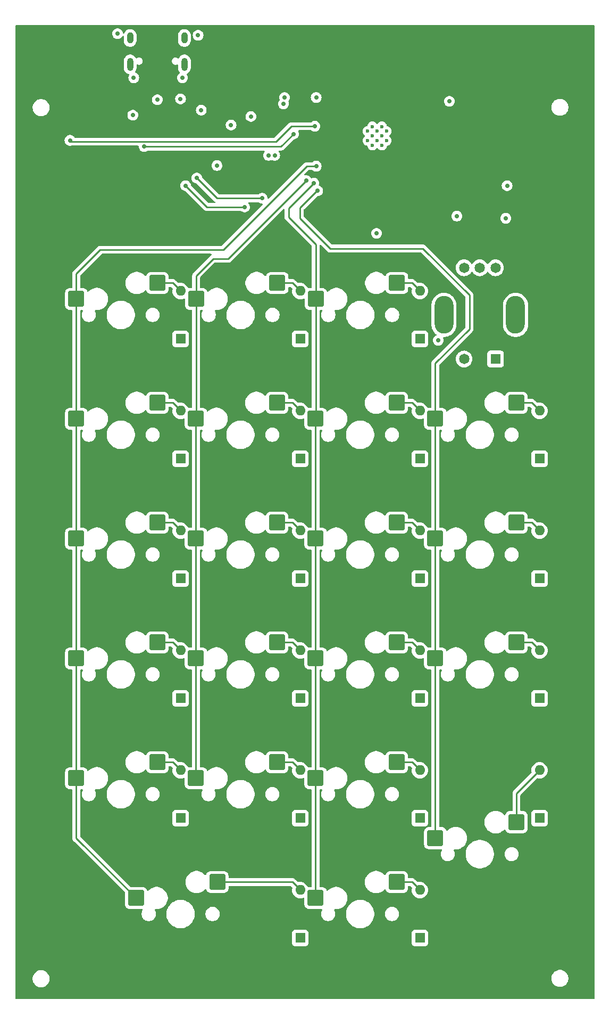
<source format=gbr>
%TF.GenerationSoftware,KiCad,Pcbnew,8.0.6*%
%TF.CreationDate,2024-12-05T21:44:36-05:00*%
%TF.ProjectId,kiCAD Keypad,6b694341-4420-44b6-9579-7061642e6b69,rev?*%
%TF.SameCoordinates,Original*%
%TF.FileFunction,Copper,L4,Bot*%
%TF.FilePolarity,Positive*%
%FSLAX46Y46*%
G04 Gerber Fmt 4.6, Leading zero omitted, Abs format (unit mm)*
G04 Created by KiCad (PCBNEW 8.0.6) date 2024-12-05 21:44:36*
%MOMM*%
%LPD*%
G01*
G04 APERTURE LIST*
G04 Aperture macros list*
%AMRoundRect*
0 Rectangle with rounded corners*
0 $1 Rounding radius*
0 $2 $3 $4 $5 $6 $7 $8 $9 X,Y pos of 4 corners*
0 Add a 4 corners polygon primitive as box body*
4,1,4,$2,$3,$4,$5,$6,$7,$8,$9,$2,$3,0*
0 Add four circle primitives for the rounded corners*
1,1,$1+$1,$2,$3*
1,1,$1+$1,$4,$5*
1,1,$1+$1,$6,$7*
1,1,$1+$1,$8,$9*
0 Add four rect primitives between the rounded corners*
20,1,$1+$1,$2,$3,$4,$5,0*
20,1,$1+$1,$4,$5,$6,$7,0*
20,1,$1+$1,$6,$7,$8,$9,0*
20,1,$1+$1,$8,$9,$2,$3,0*%
G04 Aperture macros list end*
%TA.AperFunction,ComponentPad*%
%ADD10R,1.650000X1.650000*%
%TD*%
%TA.AperFunction,ComponentPad*%
%ADD11C,1.650000*%
%TD*%
%TA.AperFunction,ComponentPad*%
%ADD12O,3.000000X6.000000*%
%TD*%
%TA.AperFunction,SMDPad,CuDef*%
%ADD13RoundRect,0.250000X-1.025000X-1.000000X1.025000X-1.000000X1.025000X1.000000X-1.025000X1.000000X0*%
%TD*%
%TA.AperFunction,ComponentPad*%
%ADD14C,0.600000*%
%TD*%
%TA.AperFunction,ComponentPad*%
%ADD15O,1.000000X2.100000*%
%TD*%
%TA.AperFunction,ComponentPad*%
%ADD16O,1.000000X1.800000*%
%TD*%
%TA.AperFunction,ComponentPad*%
%ADD17R,1.600000X1.600000*%
%TD*%
%TA.AperFunction,ComponentPad*%
%ADD18O,1.600000X1.600000*%
%TD*%
%TA.AperFunction,ViaPad*%
%ADD19C,0.700000*%
%TD*%
%TA.AperFunction,Conductor*%
%ADD20C,0.250000*%
%TD*%
G04 APERTURE END LIST*
D10*
%TO.P,SW3,1*%
%TO.N,N/C*%
X109338750Y-87962500D03*
D11*
%TO.P,SW3,2*%
X104338750Y-87962500D03*
%TO.P,SW3,A,A*%
%TO.N,/RE_A*%
X109338750Y-73462500D03*
%TO.P,SW3,B,B*%
%TO.N,/RE_B*%
X104338750Y-73462500D03*
%TO.P,SW3,COM*%
%TO.N,N/C*%
X106838750Y-73462500D03*
D12*
%TO.P,SW3,S1,S1*%
%TO.N,/RE_SW*%
X112538750Y-80962500D03*
%TO.P,SW3,S2,S2*%
%TO.N,GND*%
X101138750Y-80962500D03*
%TD*%
D13*
%TO.P,S8,1,1*%
%TO.N,/Col_0*%
X42603750Y-116522500D03*
%TO.P,S8,2,2*%
%TO.N,Net-(D8-A)*%
X55530750Y-113982500D03*
%TD*%
%TO.P,S1,1,1*%
%TO.N,/Col_0*%
X42603750Y-78422500D03*
%TO.P,S1,2,2*%
%TO.N,Net-(D1-A)*%
X55530750Y-75882500D03*
%TD*%
%TO.P,S21,1,1*%
%TO.N,/Col_2*%
X80703750Y-173672500D03*
%TO.P,S21,2,2*%
%TO.N,Net-(D21-A)*%
X93630750Y-171132500D03*
%TD*%
D14*
%TO.P,U1,41,GND*%
%TO.N,GND*%
X89000000Y-51750000D03*
X89000000Y-53250000D03*
X89750000Y-51000000D03*
X89750000Y-52500000D03*
X89750000Y-54000000D03*
X90500000Y-51750000D03*
X90500000Y-53250000D03*
X91250000Y-51000000D03*
X91250000Y-52500000D03*
X91250000Y-54000000D03*
X92000000Y-51750000D03*
X92000000Y-53250000D03*
%TD*%
D13*
%TO.P,S3,1,1*%
%TO.N,/Col_2*%
X80733750Y-78422500D03*
%TO.P,S3,2,2*%
%TO.N,Net-(D3-A)*%
X93660750Y-75882500D03*
%TD*%
%TO.P,S12,1,1*%
%TO.N,/Col_0*%
X42603750Y-135572500D03*
%TO.P,S12,2,2*%
%TO.N,Net-(D12-A)*%
X55530750Y-133032500D03*
%TD*%
%TO.P,S14,1,1*%
%TO.N,/Col_2*%
X80703750Y-135572500D03*
%TO.P,S14,2,2*%
%TO.N,Net-(D14-A)*%
X93630750Y-133032500D03*
%TD*%
%TO.P,S6,1,1*%
%TO.N,/Col_2*%
X80703750Y-97472500D03*
%TO.P,S6,2,2*%
%TO.N,Net-(D6-A)*%
X93630750Y-94932500D03*
%TD*%
%TO.P,S7,1,1*%
%TO.N,/Col_3*%
X99753750Y-97472500D03*
%TO.P,S7,2,2*%
%TO.N,Net-(D7-A)*%
X112680750Y-94932500D03*
%TD*%
%TO.P,S13,1,1*%
%TO.N,/Col_1*%
X61653750Y-135572500D03*
%TO.P,S13,2,2*%
%TO.N,Net-(D13-A)*%
X74580750Y-133032500D03*
%TD*%
%TO.P,S11,1,1*%
%TO.N,/Col_3*%
X99753750Y-116522500D03*
%TO.P,S11,2,2*%
%TO.N,Net-(D11-A)*%
X112680750Y-113982500D03*
%TD*%
%TO.P,S2,1,1*%
%TO.N,/Col_1*%
X61683750Y-78422500D03*
%TO.P,S2,2,2*%
%TO.N,Net-(D2-A)*%
X74610750Y-75882500D03*
%TD*%
%TO.P,S4,1,1*%
%TO.N,/Col_0*%
X42603750Y-97472500D03*
%TO.P,S4,2,2*%
%TO.N,Net-(D4-A)*%
X55530750Y-94932500D03*
%TD*%
%TO.P,S5,1,1*%
%TO.N,/Col_1*%
X61653750Y-97472500D03*
%TO.P,S5,2,2*%
%TO.N,Net-(D5-A)*%
X74580750Y-94932500D03*
%TD*%
%TO.P,S18,1,1*%
%TO.N,/Col_2*%
X80703750Y-154622500D03*
%TO.P,S18,2,2*%
%TO.N,Net-(D18-A)*%
X93630750Y-152082500D03*
%TD*%
%TO.P,S20,1,1*%
%TO.N,/Col_0*%
X52128750Y-173672500D03*
%TO.P,S20,2,2*%
%TO.N,Net-(D20-A)*%
X65055750Y-171132500D03*
%TD*%
%TO.P,S15,1,1*%
%TO.N,/Col_3*%
X99753750Y-135572500D03*
%TO.P,S15,2,2*%
%TO.N,Net-(D15-A)*%
X112680750Y-133032500D03*
%TD*%
%TO.P,S17,1,1*%
%TO.N,/Col_1*%
X61653750Y-154622500D03*
%TO.P,S17,2,2*%
%TO.N,Net-(D17-A)*%
X74580750Y-152082500D03*
%TD*%
%TO.P,S9,1,1*%
%TO.N,/Col_1*%
X61653750Y-116522500D03*
%TO.P,S9,2,2*%
%TO.N,Net-(D9-A)*%
X74580750Y-113982500D03*
%TD*%
%TO.P,S10,1,1*%
%TO.N,/Col_2*%
X80703750Y-116522500D03*
%TO.P,S10,2,2*%
%TO.N,Net-(D10-A)*%
X93630750Y-113982500D03*
%TD*%
D15*
%TO.P,J1,S1,SHIELD*%
%TO.N,GND*%
X59820000Y-41105000D03*
D16*
X59820000Y-36925000D03*
D15*
X51180000Y-41105000D03*
D16*
X51180000Y-36925000D03*
%TD*%
D13*
%TO.P,S16,1,1*%
%TO.N,/Col_0*%
X42603750Y-154622500D03*
%TO.P,S16,2,2*%
%TO.N,Net-(D16-A)*%
X55530750Y-152082500D03*
%TD*%
%TO.P,S19,1,1*%
%TO.N,/Col_3*%
X99753750Y-164147500D03*
%TO.P,S19,2,2*%
%TO.N,Net-(D19-A)*%
X112680750Y-161607500D03*
%TD*%
D17*
%TO.P,D16,1,K*%
%TO.N,/Row_4*%
X59213750Y-160972500D03*
D18*
%TO.P,D16,2,A*%
%TO.N,Net-(D16-A)*%
X59213750Y-153352500D03*
%TD*%
D17*
%TO.P,D5,1,K*%
%TO.N,/Row_1*%
X78263750Y-103822500D03*
D18*
%TO.P,D5,2,A*%
%TO.N,Net-(D5-A)*%
X78263750Y-96202500D03*
%TD*%
D17*
%TO.P,D14,1,K*%
%TO.N,/Row_3*%
X97313750Y-141922500D03*
D18*
%TO.P,D14,2,A*%
%TO.N,Net-(D14-A)*%
X97313750Y-134302500D03*
%TD*%
D17*
%TO.P,D9,1,K*%
%TO.N,/Row_2*%
X78263750Y-122872500D03*
D18*
%TO.P,D9,2,A*%
%TO.N,Net-(D9-A)*%
X78263750Y-115252500D03*
%TD*%
D17*
%TO.P,D4,1,K*%
%TO.N,/Row_1*%
X59213750Y-103822500D03*
D18*
%TO.P,D4,2,A*%
%TO.N,Net-(D4-A)*%
X59213750Y-96202500D03*
%TD*%
D17*
%TO.P,D1,1,K*%
%TO.N,/Row_0*%
X59213750Y-84772500D03*
D18*
%TO.P,D1,2,A*%
%TO.N,Net-(D1-A)*%
X59213750Y-77152500D03*
%TD*%
D17*
%TO.P,D17,1,K*%
%TO.N,/Row_4*%
X78263750Y-160972500D03*
D18*
%TO.P,D17,2,A*%
%TO.N,Net-(D17-A)*%
X78263750Y-153352500D03*
%TD*%
D17*
%TO.P,D19,1,K*%
%TO.N,/Row_4*%
X116363750Y-160972500D03*
D18*
%TO.P,D19,2,A*%
%TO.N,Net-(D19-A)*%
X116363750Y-153352500D03*
%TD*%
D17*
%TO.P,D6,1,K*%
%TO.N,/Row_1*%
X97313750Y-103822500D03*
D18*
%TO.P,D6,2,A*%
%TO.N,Net-(D6-A)*%
X97313750Y-96202500D03*
%TD*%
D17*
%TO.P,D10,1,K*%
%TO.N,/Row_2*%
X97313750Y-122872500D03*
D18*
%TO.P,D10,2,A*%
%TO.N,Net-(D10-A)*%
X97313750Y-115252500D03*
%TD*%
D17*
%TO.P,D20,1,K*%
%TO.N,/Row_5*%
X78263750Y-180022500D03*
D18*
%TO.P,D20,2,A*%
%TO.N,Net-(D20-A)*%
X78263750Y-172402500D03*
%TD*%
D17*
%TO.P,D21,1,K*%
%TO.N,/Row_5*%
X97313750Y-180022500D03*
D18*
%TO.P,D21,2,A*%
%TO.N,Net-(D21-A)*%
X97313750Y-172402500D03*
%TD*%
D17*
%TO.P,D2,1,K*%
%TO.N,/Row_0*%
X78263750Y-84772500D03*
D18*
%TO.P,D2,2,A*%
%TO.N,Net-(D2-A)*%
X78263750Y-77152500D03*
%TD*%
D17*
%TO.P,D3,1,K*%
%TO.N,/Row_0*%
X97313750Y-84772500D03*
D18*
%TO.P,D3,2,A*%
%TO.N,Net-(D3-A)*%
X97313750Y-77152500D03*
%TD*%
D17*
%TO.P,D8,1,K*%
%TO.N,/Row_2*%
X59213750Y-122872500D03*
D18*
%TO.P,D8,2,A*%
%TO.N,Net-(D8-A)*%
X59213750Y-115252500D03*
%TD*%
D17*
%TO.P,D15,1,K*%
%TO.N,/Row_3*%
X116363750Y-141922500D03*
D18*
%TO.P,D15,2,A*%
%TO.N,Net-(D15-A)*%
X116363750Y-134302500D03*
%TD*%
D17*
%TO.P,D12,1,K*%
%TO.N,/Row_3*%
X59213750Y-141922500D03*
D18*
%TO.P,D12,2,A*%
%TO.N,Net-(D12-A)*%
X59213750Y-134302500D03*
%TD*%
D17*
%TO.P,D11,1,K*%
%TO.N,/Row_2*%
X116363750Y-122872500D03*
D18*
%TO.P,D11,2,A*%
%TO.N,Net-(D11-A)*%
X116363750Y-115252500D03*
%TD*%
D17*
%TO.P,D7,1,K*%
%TO.N,/Row_1*%
X116363750Y-103822500D03*
D18*
%TO.P,D7,2,A*%
%TO.N,Net-(D7-A)*%
X116363750Y-96202500D03*
%TD*%
D17*
%TO.P,D18,1,K*%
%TO.N,/Row_4*%
X97313750Y-160972500D03*
D18*
%TO.P,D18,2,A*%
%TO.N,Net-(D18-A)*%
X97313750Y-153352500D03*
%TD*%
D17*
%TO.P,D13,1,K*%
%TO.N,/Row_3*%
X78263750Y-141922500D03*
D18*
%TO.P,D13,2,A*%
%TO.N,Net-(D13-A)*%
X78263750Y-134302500D03*
%TD*%
D19*
%TO.N,GND*%
X74200000Y-55600000D03*
X70400000Y-49400000D03*
X90425000Y-68000000D03*
X80800000Y-46400000D03*
X62000000Y-36500000D03*
X65000000Y-57200000D03*
X51600000Y-49200000D03*
X75750000Y-46400000D03*
X103200000Y-65250000D03*
X73200000Y-55600000D03*
X55500000Y-46750000D03*
X49181250Y-36250000D03*
X111000000Y-65600000D03*
X102000000Y-47000000D03*
X75600000Y-47400000D03*
X100250000Y-85000000D03*
X59200000Y-46600000D03*
X62500000Y-48400000D03*
X51750000Y-43250000D03*
X67250000Y-50750000D03*
X111200000Y-60400000D03*
X59500000Y-43250000D03*
%TO.N,+3V3*%
X75500000Y-48750000D03*
X70750000Y-46750000D03*
X72000000Y-49900000D03*
X70200000Y-48000000D03*
X76000000Y-50250000D03*
X41000000Y-49250000D03*
X106500000Y-70250000D03*
X108625000Y-70125000D03*
X103400000Y-60490000D03*
%TO.N,/Col_0*%
X80800000Y-57310000D03*
%TO.N,/Col_1*%
X79200000Y-59600000D03*
%TO.N,/Col_2*%
X80400000Y-60000000D03*
%TO.N,/Col_3*%
X81040362Y-61213454D03*
%TO.N,/ESP32_D+*%
X69400000Y-63800000D03*
X60000000Y-60400000D03*
%TO.N,/ESP32_D-*%
X72200000Y-62400000D03*
X61800000Y-59200000D03*
%TO.N,/SPI_MOSI*%
X53400000Y-54200000D03*
X77200000Y-52200000D03*
%TO.N,/SPI_SCLK*%
X41600000Y-53200000D03*
X80600000Y-50960000D03*
%TD*%
D20*
%TO.N,Net-(D1-A)*%
X57943750Y-75882500D02*
X59213750Y-77152500D01*
X55530750Y-75882500D02*
X57943750Y-75882500D01*
%TO.N,Net-(D2-A)*%
X76993750Y-75882500D02*
X78263750Y-77152500D01*
X74610750Y-75882500D02*
X76993750Y-75882500D01*
%TO.N,Net-(D3-A)*%
X96043750Y-75882500D02*
X97313750Y-77152500D01*
X93660750Y-75882500D02*
X96043750Y-75882500D01*
%TO.N,Net-(D4-A)*%
X57943750Y-94932500D02*
X59213750Y-96202500D01*
X55530750Y-94932500D02*
X57943750Y-94932500D01*
%TO.N,Net-(D5-A)*%
X76993750Y-94932500D02*
X78263750Y-96202500D01*
X74580750Y-94932500D02*
X76993750Y-94932500D01*
%TO.N,Net-(D6-A)*%
X93630750Y-94932500D02*
X96043750Y-94932500D01*
X96043750Y-94932500D02*
X97313750Y-96202500D01*
%TO.N,Net-(D7-A)*%
X115093750Y-94932500D02*
X116363750Y-96202500D01*
X112680750Y-94932500D02*
X115093750Y-94932500D01*
%TO.N,Net-(D8-A)*%
X57943750Y-113982500D02*
X59213750Y-115252500D01*
X55530750Y-113982500D02*
X57943750Y-113982500D01*
%TO.N,Net-(D9-A)*%
X76993750Y-113982500D02*
X78263750Y-115252500D01*
X74580750Y-113982500D02*
X76993750Y-113982500D01*
%TO.N,Net-(D10-A)*%
X96043750Y-113982500D02*
X97313750Y-115252500D01*
X93630750Y-113982500D02*
X96043750Y-113982500D01*
%TO.N,Net-(D11-A)*%
X115093750Y-113982500D02*
X116363750Y-115252500D01*
X112680750Y-113982500D02*
X115093750Y-113982500D01*
%TO.N,Net-(D12-A)*%
X57943750Y-133032500D02*
X59213750Y-134302500D01*
X55530750Y-133032500D02*
X57943750Y-133032500D01*
%TO.N,Net-(D13-A)*%
X76993750Y-133032500D02*
X78263750Y-134302500D01*
X74580750Y-133032500D02*
X76993750Y-133032500D01*
%TO.N,Net-(D14-A)*%
X96043750Y-133032500D02*
X97313750Y-134302500D01*
X93630750Y-133032500D02*
X96043750Y-133032500D01*
%TO.N,Net-(D15-A)*%
X115093750Y-133032500D02*
X116363750Y-134302500D01*
X112680750Y-133032500D02*
X115093750Y-133032500D01*
%TO.N,Net-(D16-A)*%
X55530750Y-152082500D02*
X57943750Y-152082500D01*
X57943750Y-152082500D02*
X59213750Y-153352500D01*
%TO.N,Net-(D17-A)*%
X74580750Y-152082500D02*
X76993750Y-152082500D01*
X76993750Y-152082500D02*
X78263750Y-153352500D01*
%TO.N,Net-(D18-A)*%
X96043750Y-152082500D02*
X97313750Y-153352500D01*
X93630750Y-152082500D02*
X96043750Y-152082500D01*
%TO.N,Net-(D19-A)*%
X112680750Y-161607500D02*
X112680750Y-157035500D01*
X112680750Y-157035500D02*
X116363750Y-153352500D01*
%TO.N,Net-(D20-A)*%
X76993750Y-171132500D02*
X78263750Y-172402500D01*
X65055750Y-171132500D02*
X76993750Y-171132500D01*
%TO.N,Net-(D21-A)*%
X93630750Y-171132500D02*
X96043750Y-171132500D01*
X96043750Y-171132500D02*
X97313750Y-172402500D01*
%TO.N,/Col_0*%
X66000000Y-70600000D02*
X46400000Y-70600000D01*
X42603750Y-135572500D02*
X42603750Y-116522500D01*
X42603750Y-116522500D02*
X42603750Y-116600000D01*
X52128750Y-173672500D02*
X42603750Y-164147500D01*
X42603750Y-116522500D02*
X42603750Y-97472500D01*
X42603750Y-154622500D02*
X42603750Y-135572500D01*
X42603750Y-97472500D02*
X42603750Y-78422500D01*
X42603750Y-74396250D02*
X42603750Y-78422500D01*
X42603750Y-164147500D02*
X42603750Y-154622500D01*
X79290000Y-57310000D02*
X66000000Y-70600000D01*
X80800000Y-57310000D02*
X79290000Y-57310000D01*
X46400000Y-70600000D02*
X42603750Y-74396250D01*
%TO.N,/Col_1*%
X61653750Y-116522500D02*
X61653750Y-97472500D01*
X79200000Y-59600000D02*
X66800000Y-72000000D01*
X61653750Y-97253750D02*
X61683750Y-97223750D01*
X61653750Y-97472500D02*
X61653750Y-97253750D01*
X64400000Y-72000000D02*
X61683750Y-74716250D01*
X61683750Y-97223750D02*
X61683750Y-78422500D01*
X61653750Y-154622500D02*
X61653750Y-135572500D01*
X66800000Y-72000000D02*
X64400000Y-72000000D01*
X61683750Y-74716250D02*
X61683750Y-78422500D01*
X61653750Y-135572500D02*
X61653750Y-116522500D01*
%TO.N,/Col_2*%
X80733750Y-69733750D02*
X76400000Y-65400000D01*
X80733750Y-78422500D02*
X80733750Y-69733750D01*
X80703750Y-116522500D02*
X80703750Y-135572500D01*
X76400000Y-64000000D02*
X80400000Y-60000000D01*
X80703750Y-97472500D02*
X80703750Y-116522500D01*
X80703750Y-154622500D02*
X80703750Y-173672500D01*
X76400000Y-65400000D02*
X76400000Y-64000000D01*
X80733750Y-97442500D02*
X80703750Y-97472500D01*
X80703750Y-135572500D02*
X80703750Y-154622500D01*
X80733750Y-78422500D02*
X80733750Y-97442500D01*
%TO.N,/Col_3*%
X99753750Y-88646250D02*
X105200000Y-83200000D01*
X99753750Y-97472500D02*
X99753750Y-88646250D01*
X78200000Y-63926908D02*
X80913454Y-61213454D01*
X99753750Y-164147500D02*
X99753750Y-135572500D01*
X105200000Y-83200000D02*
X105200000Y-77800000D01*
X80913454Y-61213454D02*
X81040362Y-61213454D01*
X78200000Y-65600000D02*
X78200000Y-63926908D01*
X97800000Y-70400000D02*
X83000000Y-70400000D01*
X83000000Y-70400000D02*
X78200000Y-65600000D01*
X105200000Y-77800000D02*
X97800000Y-70400000D01*
X99753750Y-116522500D02*
X99753750Y-97472500D01*
X99753750Y-135572500D02*
X99753750Y-116522500D01*
%TO.N,/ESP32_D+*%
X63400000Y-63800000D02*
X60000000Y-60400000D01*
X69400000Y-63800000D02*
X63400000Y-63800000D01*
%TO.N,/ESP32_D-*%
X65000000Y-62400000D02*
X65200000Y-62400000D01*
X65200000Y-62400000D02*
X72200000Y-62400000D01*
X61800000Y-59200000D02*
X65000000Y-62400000D01*
%TO.N,/SPI_MOSI*%
X53400000Y-54200000D02*
X75200000Y-54200000D01*
X75200000Y-54200000D02*
X77200000Y-52200000D01*
%TO.N,/SPI_SCLK*%
X74400000Y-53400000D02*
X41800000Y-53400000D01*
X76840000Y-50960000D02*
X74400000Y-53400000D01*
X80600000Y-50960000D02*
X76840000Y-50960000D01*
X41800000Y-53400000D02*
X41600000Y-53200000D01*
%TD*%
%TA.AperFunction,Conductor*%
%TO.N,+3V3*%
G36*
X125092539Y-34920185D02*
G01*
X125138294Y-34972989D01*
X125149500Y-35024500D01*
X125149500Y-189575500D01*
X125129815Y-189642539D01*
X125077011Y-189688294D01*
X125025500Y-189699500D01*
X33024500Y-189699500D01*
X32957461Y-189679815D01*
X32911706Y-189627011D01*
X32900500Y-189575500D01*
X32900500Y-186393713D01*
X35649500Y-186393713D01*
X35649500Y-186606286D01*
X35682753Y-186816239D01*
X35748444Y-187018414D01*
X35844951Y-187207820D01*
X35969890Y-187379786D01*
X36120213Y-187530109D01*
X36292179Y-187655048D01*
X36292181Y-187655049D01*
X36292184Y-187655051D01*
X36481588Y-187751557D01*
X36683757Y-187817246D01*
X36893713Y-187850500D01*
X36893714Y-187850500D01*
X37106286Y-187850500D01*
X37106287Y-187850500D01*
X37316243Y-187817246D01*
X37518412Y-187751557D01*
X37707816Y-187655051D01*
X37776640Y-187605048D01*
X37879786Y-187530109D01*
X37879788Y-187530106D01*
X37879792Y-187530104D01*
X38030104Y-187379792D01*
X38030106Y-187379788D01*
X38030109Y-187379786D01*
X38155048Y-187207820D01*
X38155047Y-187207820D01*
X38155051Y-187207816D01*
X38251557Y-187018412D01*
X38317246Y-186816243D01*
X38350500Y-186606287D01*
X38350500Y-186393713D01*
X38342581Y-186343713D01*
X118249500Y-186343713D01*
X118249500Y-186556286D01*
X118282753Y-186766239D01*
X118348444Y-186968414D01*
X118444951Y-187157820D01*
X118569890Y-187329786D01*
X118720213Y-187480109D01*
X118892179Y-187605048D01*
X118892181Y-187605049D01*
X118892184Y-187605051D01*
X119081588Y-187701557D01*
X119283757Y-187767246D01*
X119493713Y-187800500D01*
X119493714Y-187800500D01*
X119706286Y-187800500D01*
X119706287Y-187800500D01*
X119916243Y-187767246D01*
X120118412Y-187701557D01*
X120307816Y-187605051D01*
X120410966Y-187530109D01*
X120479786Y-187480109D01*
X120479788Y-187480106D01*
X120479792Y-187480104D01*
X120630104Y-187329792D01*
X120630106Y-187329788D01*
X120630109Y-187329786D01*
X120755048Y-187157820D01*
X120755047Y-187157820D01*
X120755051Y-187157816D01*
X120851557Y-186968412D01*
X120917246Y-186766243D01*
X120950500Y-186556287D01*
X120950500Y-186343713D01*
X120917246Y-186133757D01*
X120851557Y-185931588D01*
X120755051Y-185742184D01*
X120755049Y-185742181D01*
X120755048Y-185742179D01*
X120630109Y-185570213D01*
X120479786Y-185419890D01*
X120307820Y-185294951D01*
X120118414Y-185198444D01*
X120118413Y-185198443D01*
X120118412Y-185198443D01*
X119916243Y-185132754D01*
X119916241Y-185132753D01*
X119916240Y-185132753D01*
X119754957Y-185107208D01*
X119706287Y-185099500D01*
X119493713Y-185099500D01*
X119445042Y-185107208D01*
X119283760Y-185132753D01*
X119081585Y-185198444D01*
X118892179Y-185294951D01*
X118720213Y-185419890D01*
X118569890Y-185570213D01*
X118444951Y-185742179D01*
X118348444Y-185931585D01*
X118282753Y-186133760D01*
X118249500Y-186343713D01*
X38342581Y-186343713D01*
X38317246Y-186183757D01*
X38251557Y-185981588D01*
X38155051Y-185792184D01*
X38155049Y-185792181D01*
X38155048Y-185792179D01*
X38030109Y-185620213D01*
X37879786Y-185469890D01*
X37707820Y-185344951D01*
X37518414Y-185248444D01*
X37518413Y-185248443D01*
X37518412Y-185248443D01*
X37316243Y-185182754D01*
X37316241Y-185182753D01*
X37316240Y-185182753D01*
X37154957Y-185157208D01*
X37106287Y-185149500D01*
X36893713Y-185149500D01*
X36845042Y-185157208D01*
X36683760Y-185182753D01*
X36481585Y-185248444D01*
X36292179Y-185344951D01*
X36120213Y-185469890D01*
X35969890Y-185620213D01*
X35844951Y-185792179D01*
X35748444Y-185981585D01*
X35682753Y-186183760D01*
X35649500Y-186393713D01*
X32900500Y-186393713D01*
X32900500Y-179174635D01*
X76963250Y-179174635D01*
X76963250Y-180870370D01*
X76963251Y-180870376D01*
X76969658Y-180929983D01*
X77019952Y-181064828D01*
X77019956Y-181064835D01*
X77106202Y-181180044D01*
X77106205Y-181180047D01*
X77221414Y-181266293D01*
X77221421Y-181266297D01*
X77356267Y-181316591D01*
X77356266Y-181316591D01*
X77363194Y-181317335D01*
X77415877Y-181323000D01*
X79111622Y-181322999D01*
X79171233Y-181316591D01*
X79306081Y-181266296D01*
X79421296Y-181180046D01*
X79507546Y-181064831D01*
X79557841Y-180929983D01*
X79564250Y-180870373D01*
X79564249Y-179174635D01*
X96013250Y-179174635D01*
X96013250Y-180870370D01*
X96013251Y-180870376D01*
X96019658Y-180929983D01*
X96069952Y-181064828D01*
X96069956Y-181064835D01*
X96156202Y-181180044D01*
X96156205Y-181180047D01*
X96271414Y-181266293D01*
X96271421Y-181266297D01*
X96406267Y-181316591D01*
X96406266Y-181316591D01*
X96413194Y-181317335D01*
X96465877Y-181323000D01*
X98161622Y-181322999D01*
X98221233Y-181316591D01*
X98356081Y-181266296D01*
X98471296Y-181180046D01*
X98557546Y-181064831D01*
X98607841Y-180929983D01*
X98614250Y-180870373D01*
X98614249Y-179174628D01*
X98607841Y-179115017D01*
X98557546Y-178980169D01*
X98557545Y-178980168D01*
X98557543Y-178980164D01*
X98471297Y-178864955D01*
X98471294Y-178864952D01*
X98356085Y-178778706D01*
X98356078Y-178778702D01*
X98221232Y-178728408D01*
X98221233Y-178728408D01*
X98161633Y-178722001D01*
X98161631Y-178722000D01*
X98161623Y-178722000D01*
X98161614Y-178722000D01*
X96465879Y-178722000D01*
X96465873Y-178722001D01*
X96406266Y-178728408D01*
X96271421Y-178778702D01*
X96271414Y-178778706D01*
X96156205Y-178864952D01*
X96156202Y-178864955D01*
X96069956Y-178980164D01*
X96069952Y-178980171D01*
X96019658Y-179115017D01*
X96013251Y-179174616D01*
X96013251Y-179174623D01*
X96013250Y-179174635D01*
X79564249Y-179174635D01*
X79564249Y-179174628D01*
X79557841Y-179115017D01*
X79507546Y-178980169D01*
X79507545Y-178980168D01*
X79507543Y-178980164D01*
X79421297Y-178864955D01*
X79421294Y-178864952D01*
X79306085Y-178778706D01*
X79306078Y-178778702D01*
X79171232Y-178728408D01*
X79171233Y-178728408D01*
X79111633Y-178722001D01*
X79111631Y-178722000D01*
X79111623Y-178722000D01*
X79111614Y-178722000D01*
X77415879Y-178722000D01*
X77415873Y-178722001D01*
X77356266Y-178728408D01*
X77221421Y-178778702D01*
X77221414Y-178778706D01*
X77106205Y-178864952D01*
X77106202Y-178864955D01*
X77019956Y-178980164D01*
X77019952Y-178980171D01*
X76969658Y-179115017D01*
X76963251Y-179174616D01*
X76963251Y-179174623D01*
X76963250Y-179174635D01*
X32900500Y-179174635D01*
X32900500Y-77372483D01*
X40828250Y-77372483D01*
X40828250Y-79472501D01*
X40828251Y-79472518D01*
X40838750Y-79575296D01*
X40838751Y-79575299D01*
X40893935Y-79741831D01*
X40893937Y-79741836D01*
X40905299Y-79760256D01*
X40986038Y-79891156D01*
X41110094Y-80015212D01*
X41259416Y-80107314D01*
X41425953Y-80162499D01*
X41528741Y-80173000D01*
X41854250Y-80172999D01*
X41921289Y-80192683D01*
X41967044Y-80245487D01*
X41978250Y-80296999D01*
X41978250Y-95598000D01*
X41958565Y-95665039D01*
X41905761Y-95710794D01*
X41854250Y-95722000D01*
X41528749Y-95722000D01*
X41528730Y-95722001D01*
X41425953Y-95732500D01*
X41425950Y-95732501D01*
X41259418Y-95787685D01*
X41259413Y-95787687D01*
X41110092Y-95879789D01*
X40986039Y-96003842D01*
X40893937Y-96153163D01*
X40893935Y-96153168D01*
X40877588Y-96202500D01*
X40838751Y-96319703D01*
X40838751Y-96319704D01*
X40838750Y-96319704D01*
X40828250Y-96422483D01*
X40828250Y-98522501D01*
X40828251Y-98522518D01*
X40838750Y-98625296D01*
X40838751Y-98625299D01*
X40893935Y-98791831D01*
X40893937Y-98791836D01*
X40905299Y-98810256D01*
X40986038Y-98941156D01*
X41110094Y-99065212D01*
X41259416Y-99157314D01*
X41425953Y-99212499D01*
X41528741Y-99223000D01*
X41854250Y-99222999D01*
X41921289Y-99242683D01*
X41967044Y-99295487D01*
X41978250Y-99346999D01*
X41978250Y-114648000D01*
X41958565Y-114715039D01*
X41905761Y-114760794D01*
X41854250Y-114772000D01*
X41528749Y-114772000D01*
X41528730Y-114772001D01*
X41425953Y-114782500D01*
X41425950Y-114782501D01*
X41259418Y-114837685D01*
X41259413Y-114837687D01*
X41110092Y-114929789D01*
X40986039Y-115053842D01*
X40893937Y-115203163D01*
X40893935Y-115203168D01*
X40877588Y-115252500D01*
X40838751Y-115369703D01*
X40838751Y-115369704D01*
X40838750Y-115369704D01*
X40828250Y-115472483D01*
X40828250Y-117572501D01*
X40828251Y-117572518D01*
X40838750Y-117675296D01*
X40838751Y-117675299D01*
X40893935Y-117841831D01*
X40893937Y-117841836D01*
X40905299Y-117860256D01*
X40986038Y-117991156D01*
X41110094Y-118115212D01*
X41259416Y-118207314D01*
X41425953Y-118262499D01*
X41528741Y-118273000D01*
X41854250Y-118272999D01*
X41921289Y-118292683D01*
X41967044Y-118345487D01*
X41978250Y-118396999D01*
X41978250Y-133698000D01*
X41958565Y-133765039D01*
X41905761Y-133810794D01*
X41854250Y-133822000D01*
X41528749Y-133822000D01*
X41528730Y-133822001D01*
X41425953Y-133832500D01*
X41425950Y-133832501D01*
X41259418Y-133887685D01*
X41259413Y-133887687D01*
X41110092Y-133979789D01*
X40986039Y-134103842D01*
X40893937Y-134253163D01*
X40893935Y-134253168D01*
X40877588Y-134302500D01*
X40838751Y-134419703D01*
X40838751Y-134419704D01*
X40838750Y-134419704D01*
X40828250Y-134522483D01*
X40828250Y-136622501D01*
X40828251Y-136622518D01*
X40838750Y-136725296D01*
X40838751Y-136725299D01*
X40893935Y-136891831D01*
X40893937Y-136891836D01*
X40905299Y-136910256D01*
X40986038Y-137041156D01*
X41110094Y-137165212D01*
X41259416Y-137257314D01*
X41425953Y-137312499D01*
X41528741Y-137323000D01*
X41854250Y-137322999D01*
X41921289Y-137342683D01*
X41967044Y-137395487D01*
X41978250Y-137446999D01*
X41978250Y-152748000D01*
X41958565Y-152815039D01*
X41905761Y-152860794D01*
X41854250Y-152872000D01*
X41528749Y-152872000D01*
X41528730Y-152872001D01*
X41425953Y-152882500D01*
X41425950Y-152882501D01*
X41259418Y-152937685D01*
X41259413Y-152937687D01*
X41110092Y-153029789D01*
X40986039Y-153153842D01*
X40893937Y-153303163D01*
X40893935Y-153303168D01*
X40877588Y-153352500D01*
X40838751Y-153469703D01*
X40838751Y-153469704D01*
X40838750Y-153469704D01*
X40828250Y-153572483D01*
X40828250Y-155672501D01*
X40828251Y-155672518D01*
X40838750Y-155775296D01*
X40838751Y-155775299D01*
X40893935Y-155941831D01*
X40893937Y-155941836D01*
X40905299Y-155960256D01*
X40986038Y-156091156D01*
X41110094Y-156215212D01*
X41259416Y-156307314D01*
X41425953Y-156362499D01*
X41528741Y-156373000D01*
X41854250Y-156372999D01*
X41921289Y-156392683D01*
X41967044Y-156445487D01*
X41978250Y-156496999D01*
X41978250Y-164209111D01*
X42002285Y-164329944D01*
X42002290Y-164329961D01*
X42049435Y-164443781D01*
X42049438Y-164443786D01*
X42070632Y-164475504D01*
X42070633Y-164475507D01*
X42070634Y-164475507D01*
X42117891Y-164546232D01*
X42117894Y-164546236D01*
X42209336Y-164637678D01*
X42209358Y-164637698D01*
X50316931Y-172745271D01*
X50350416Y-172806594D01*
X50353250Y-172832952D01*
X50353250Y-174722501D01*
X50353251Y-174722518D01*
X50363750Y-174825296D01*
X50363751Y-174825299D01*
X50418935Y-174991831D01*
X50418937Y-174991836D01*
X50430299Y-175010256D01*
X50511038Y-175141156D01*
X50635094Y-175265212D01*
X50784416Y-175357314D01*
X50950953Y-175412499D01*
X51053741Y-175423000D01*
X53072797Y-175422999D01*
X53139836Y-175442684D01*
X53185591Y-175495487D01*
X53195535Y-175564646D01*
X53173121Y-175619876D01*
X53171138Y-175622604D01*
X53090707Y-175780457D01*
X53090706Y-175780460D01*
X53035964Y-175948943D01*
X53008250Y-176123921D01*
X53008250Y-176301078D01*
X53035964Y-176476056D01*
X53090706Y-176644539D01*
X53090707Y-176644542D01*
X53171136Y-176802390D01*
X53275267Y-176945714D01*
X53400536Y-177070983D01*
X53543860Y-177175114D01*
X53612327Y-177210000D01*
X53701707Y-177255542D01*
X53701710Y-177255543D01*
X53785951Y-177282914D01*
X53870195Y-177310286D01*
X54045171Y-177338000D01*
X54045172Y-177338000D01*
X54222328Y-177338000D01*
X54222329Y-177338000D01*
X54397305Y-177310286D01*
X54565792Y-177255542D01*
X54723640Y-177175114D01*
X54866964Y-177070983D01*
X54992233Y-176945714D01*
X55096364Y-176802390D01*
X55176792Y-176644542D01*
X55231536Y-176476055D01*
X55259250Y-176301079D01*
X55259250Y-176123921D01*
X55249915Y-176064986D01*
X56963250Y-176064986D01*
X56963250Y-176360013D01*
X56978528Y-176476055D01*
X57001757Y-176652493D01*
X57078111Y-176937451D01*
X57078114Y-176937461D01*
X57191004Y-177210000D01*
X57191008Y-177210010D01*
X57338511Y-177465493D01*
X57518102Y-177699540D01*
X57518108Y-177699547D01*
X57726702Y-177908141D01*
X57726709Y-177908147D01*
X57960756Y-178087738D01*
X58216239Y-178235241D01*
X58216240Y-178235241D01*
X58216243Y-178235243D01*
X58488798Y-178348139D01*
X58773757Y-178424493D01*
X59066244Y-178463000D01*
X59066251Y-178463000D01*
X59361249Y-178463000D01*
X59361256Y-178463000D01*
X59653743Y-178424493D01*
X59938702Y-178348139D01*
X60211257Y-178235243D01*
X60466744Y-178087738D01*
X60700792Y-177908146D01*
X60909396Y-177699542D01*
X61088988Y-177465494D01*
X61236493Y-177210007D01*
X61349389Y-176937452D01*
X61425743Y-176652493D01*
X61464250Y-176360006D01*
X61464250Y-176123921D01*
X63168250Y-176123921D01*
X63168250Y-176301078D01*
X63195964Y-176476056D01*
X63250706Y-176644539D01*
X63250707Y-176644542D01*
X63331136Y-176802390D01*
X63435267Y-176945714D01*
X63560536Y-177070983D01*
X63703860Y-177175114D01*
X63772327Y-177210000D01*
X63861707Y-177255542D01*
X63861710Y-177255543D01*
X63945951Y-177282914D01*
X64030195Y-177310286D01*
X64205171Y-177338000D01*
X64205172Y-177338000D01*
X64382328Y-177338000D01*
X64382329Y-177338000D01*
X64557305Y-177310286D01*
X64725792Y-177255542D01*
X64883640Y-177175114D01*
X65026964Y-177070983D01*
X65152233Y-176945714D01*
X65256364Y-176802390D01*
X65336792Y-176644542D01*
X65391536Y-176476055D01*
X65419250Y-176301079D01*
X65419250Y-176123921D01*
X65391536Y-175948945D01*
X65336792Y-175780458D01*
X65336792Y-175780457D01*
X65256363Y-175622609D01*
X65152233Y-175479286D01*
X65026964Y-175354017D01*
X64883640Y-175249886D01*
X64725792Y-175169457D01*
X64725789Y-175169456D01*
X64557306Y-175114714D01*
X64469817Y-175100857D01*
X64382329Y-175087000D01*
X64205171Y-175087000D01*
X64146845Y-175096238D01*
X64030193Y-175114714D01*
X63861710Y-175169456D01*
X63861707Y-175169457D01*
X63703859Y-175249886D01*
X63622088Y-175309296D01*
X63560536Y-175354017D01*
X63560534Y-175354019D01*
X63560533Y-175354019D01*
X63435269Y-175479283D01*
X63435269Y-175479284D01*
X63435267Y-175479286D01*
X63390546Y-175540838D01*
X63331136Y-175622609D01*
X63250707Y-175780457D01*
X63250706Y-175780460D01*
X63195964Y-175948943D01*
X63168250Y-176123921D01*
X61464250Y-176123921D01*
X61464250Y-176064994D01*
X61425743Y-175772507D01*
X61349389Y-175487548D01*
X61348365Y-175485077D01*
X61294079Y-175354019D01*
X61236493Y-175214993D01*
X61210203Y-175169458D01*
X61088988Y-174959506D01*
X60909397Y-174725459D01*
X60909391Y-174725452D01*
X60700797Y-174516858D01*
X60700790Y-174516852D01*
X60466743Y-174337261D01*
X60211260Y-174189758D01*
X60211250Y-174189754D01*
X59938711Y-174076864D01*
X59938704Y-174076862D01*
X59938702Y-174076861D01*
X59653743Y-174000507D01*
X59604863Y-173994071D01*
X59361263Y-173962000D01*
X59361256Y-173962000D01*
X59066244Y-173962000D01*
X59066236Y-173962000D01*
X58787835Y-173998653D01*
X58773757Y-174000507D01*
X58488798Y-174076861D01*
X58488788Y-174076864D01*
X58216249Y-174189754D01*
X58216239Y-174189758D01*
X57960756Y-174337261D01*
X57726709Y-174516852D01*
X57726702Y-174516858D01*
X57518108Y-174725452D01*
X57518102Y-174725459D01*
X57338511Y-174959506D01*
X57191008Y-175214989D01*
X57191004Y-175214999D01*
X57078114Y-175487538D01*
X57078111Y-175487548D01*
X57041922Y-175622610D01*
X57001758Y-175772504D01*
X57001756Y-175772515D01*
X56963250Y-176064986D01*
X55249915Y-176064986D01*
X55231536Y-175948945D01*
X55176792Y-175780458D01*
X55176790Y-175780452D01*
X55094263Y-175618487D01*
X55081366Y-175549817D01*
X55107642Y-175485077D01*
X55164748Y-175444819D01*
X55220931Y-175439252D01*
X55280314Y-175447070D01*
X55287362Y-175447998D01*
X55287378Y-175448000D01*
X55287385Y-175448000D01*
X55520115Y-175448000D01*
X55520122Y-175448000D01*
X55750876Y-175417621D01*
X55975690Y-175357382D01*
X56033703Y-175333352D01*
X56190710Y-175268319D01*
X56190713Y-175268317D01*
X56190719Y-175268315D01*
X56392282Y-175151942D01*
X56576931Y-175010256D01*
X56741506Y-174845681D01*
X56883192Y-174661032D01*
X56999565Y-174459469D01*
X57088632Y-174244440D01*
X57148871Y-174019626D01*
X57179250Y-173788872D01*
X57179250Y-173556128D01*
X57148871Y-173325374D01*
X57088632Y-173100560D01*
X57069857Y-173055232D01*
X56999569Y-172885539D01*
X56999561Y-172885523D01*
X56883196Y-172683975D01*
X56883192Y-172683968D01*
X56741506Y-172499319D01*
X56741501Y-172499313D01*
X56576936Y-172334748D01*
X56576929Y-172334742D01*
X56392290Y-172193064D01*
X56392288Y-172193062D01*
X56392282Y-172193058D01*
X56392277Y-172193055D01*
X56392274Y-172193053D01*
X56190726Y-172076688D01*
X56190710Y-172076680D01*
X55975697Y-171987620D01*
X55857731Y-171956011D01*
X55750876Y-171927379D01*
X55750875Y-171927378D01*
X55750872Y-171927378D01*
X55520132Y-171897001D01*
X55520127Y-171897000D01*
X55520122Y-171897000D01*
X55287378Y-171897000D01*
X55287372Y-171897000D01*
X55287367Y-171897001D01*
X55056627Y-171927378D01*
X54831802Y-171987620D01*
X54616789Y-172076680D01*
X54616773Y-172076688D01*
X54415225Y-172193053D01*
X54415209Y-172193064D01*
X54230571Y-172334741D01*
X54073698Y-172491614D01*
X54012375Y-172525098D01*
X53942683Y-172520114D01*
X53886750Y-172478242D01*
X53868311Y-172442937D01*
X53838564Y-172353166D01*
X53746462Y-172203844D01*
X53622406Y-172079788D01*
X53473084Y-171987686D01*
X53306547Y-171932501D01*
X53306545Y-171932500D01*
X53203766Y-171922000D01*
X53203759Y-171922000D01*
X51314202Y-171922000D01*
X51247163Y-171902315D01*
X51226521Y-171885681D01*
X43265569Y-163924729D01*
X43232084Y-163863406D01*
X43229250Y-163837048D01*
X43229250Y-160124635D01*
X57913250Y-160124635D01*
X57913250Y-161820370D01*
X57913251Y-161820376D01*
X57919658Y-161879983D01*
X57969952Y-162014828D01*
X57969956Y-162014835D01*
X58056202Y-162130044D01*
X58056205Y-162130047D01*
X58171414Y-162216293D01*
X58171421Y-162216297D01*
X58306267Y-162266591D01*
X58306266Y-162266591D01*
X58313194Y-162267335D01*
X58365877Y-162273000D01*
X60061622Y-162272999D01*
X60121233Y-162266591D01*
X60256081Y-162216296D01*
X60371296Y-162130046D01*
X60457546Y-162014831D01*
X60507841Y-161879983D01*
X60514250Y-161820373D01*
X60514249Y-160124635D01*
X76963250Y-160124635D01*
X76963250Y-161820370D01*
X76963251Y-161820376D01*
X76969658Y-161879983D01*
X77019952Y-162014828D01*
X77019956Y-162014835D01*
X77106202Y-162130044D01*
X77106205Y-162130047D01*
X77221414Y-162216293D01*
X77221421Y-162216297D01*
X77356267Y-162266591D01*
X77356266Y-162266591D01*
X77363194Y-162267335D01*
X77415877Y-162273000D01*
X79111622Y-162272999D01*
X79171233Y-162266591D01*
X79306081Y-162216296D01*
X79421296Y-162130046D01*
X79507546Y-162014831D01*
X79557841Y-161879983D01*
X79564250Y-161820373D01*
X79564249Y-160124628D01*
X79557841Y-160065017D01*
X79539107Y-160014789D01*
X79507547Y-159930171D01*
X79507543Y-159930164D01*
X79421297Y-159814955D01*
X79421294Y-159814952D01*
X79306085Y-159728706D01*
X79306078Y-159728702D01*
X79171232Y-159678408D01*
X79171233Y-159678408D01*
X79111633Y-159672001D01*
X79111631Y-159672000D01*
X79111623Y-159672000D01*
X79111614Y-159672000D01*
X77415879Y-159672000D01*
X77415873Y-159672001D01*
X77356266Y-159678408D01*
X77221421Y-159728702D01*
X77221414Y-159728706D01*
X77106205Y-159814952D01*
X77106202Y-159814955D01*
X77019956Y-159930164D01*
X77019952Y-159930171D01*
X76969658Y-160065017D01*
X76963251Y-160124616D01*
X76963251Y-160124623D01*
X76963250Y-160124635D01*
X60514249Y-160124635D01*
X60514249Y-160124628D01*
X60507841Y-160065017D01*
X60489107Y-160014789D01*
X60457547Y-159930171D01*
X60457543Y-159930164D01*
X60371297Y-159814955D01*
X60371294Y-159814952D01*
X60256085Y-159728706D01*
X60256078Y-159728702D01*
X60121232Y-159678408D01*
X60121233Y-159678408D01*
X60061633Y-159672001D01*
X60061631Y-159672000D01*
X60061623Y-159672000D01*
X60061614Y-159672000D01*
X58365879Y-159672000D01*
X58365873Y-159672001D01*
X58306266Y-159678408D01*
X58171421Y-159728702D01*
X58171414Y-159728706D01*
X58056205Y-159814952D01*
X58056202Y-159814955D01*
X57969956Y-159930164D01*
X57969952Y-159930171D01*
X57919658Y-160065017D01*
X57913251Y-160124616D01*
X57913251Y-160124623D01*
X57913250Y-160124635D01*
X43229250Y-160124635D01*
X43229250Y-156496999D01*
X43248935Y-156429960D01*
X43301739Y-156384205D01*
X43353250Y-156372999D01*
X43547798Y-156372999D01*
X43614837Y-156392684D01*
X43660592Y-156445488D01*
X43670536Y-156514646D01*
X43648115Y-156569886D01*
X43646136Y-156572608D01*
X43565707Y-156730457D01*
X43565706Y-156730460D01*
X43510964Y-156898943D01*
X43483250Y-157073921D01*
X43483250Y-157251078D01*
X43510964Y-157426056D01*
X43565706Y-157594539D01*
X43565707Y-157594542D01*
X43646136Y-157752390D01*
X43750267Y-157895714D01*
X43875536Y-158020983D01*
X44018860Y-158125114D01*
X44087327Y-158160000D01*
X44176707Y-158205542D01*
X44176710Y-158205543D01*
X44260951Y-158232914D01*
X44345195Y-158260286D01*
X44520171Y-158288000D01*
X44520172Y-158288000D01*
X44697328Y-158288000D01*
X44697329Y-158288000D01*
X44872305Y-158260286D01*
X45040792Y-158205542D01*
X45198640Y-158125114D01*
X45341964Y-158020983D01*
X45467233Y-157895714D01*
X45571364Y-157752390D01*
X45651792Y-157594542D01*
X45706536Y-157426055D01*
X45734250Y-157251079D01*
X45734250Y-157073921D01*
X45724915Y-157014986D01*
X47438250Y-157014986D01*
X47438250Y-157310013D01*
X47442982Y-157345952D01*
X47476757Y-157602493D01*
X47553111Y-157887451D01*
X47553114Y-157887461D01*
X47666004Y-158160000D01*
X47666008Y-158160010D01*
X47813511Y-158415493D01*
X47993102Y-158649540D01*
X47993108Y-158649547D01*
X48201702Y-158858141D01*
X48201709Y-158858147D01*
X48435756Y-159037738D01*
X48691239Y-159185241D01*
X48691240Y-159185241D01*
X48691243Y-159185243D01*
X48963798Y-159298139D01*
X49248757Y-159374493D01*
X49541244Y-159413000D01*
X49541251Y-159413000D01*
X49836249Y-159413000D01*
X49836256Y-159413000D01*
X50128743Y-159374493D01*
X50413702Y-159298139D01*
X50686257Y-159185243D01*
X50941744Y-159037738D01*
X51175792Y-158858146D01*
X51384396Y-158649542D01*
X51563988Y-158415494D01*
X51711493Y-158160007D01*
X51824389Y-157887452D01*
X51900743Y-157602493D01*
X51939250Y-157310006D01*
X51939250Y-157073921D01*
X53643250Y-157073921D01*
X53643250Y-157251078D01*
X53670964Y-157426056D01*
X53725706Y-157594539D01*
X53725707Y-157594542D01*
X53806136Y-157752390D01*
X53910267Y-157895714D01*
X54035536Y-158020983D01*
X54178860Y-158125114D01*
X54247327Y-158160000D01*
X54336707Y-158205542D01*
X54336710Y-158205543D01*
X54420951Y-158232914D01*
X54505195Y-158260286D01*
X54680171Y-158288000D01*
X54680172Y-158288000D01*
X54857328Y-158288000D01*
X54857329Y-158288000D01*
X55032305Y-158260286D01*
X55200792Y-158205542D01*
X55358640Y-158125114D01*
X55501964Y-158020983D01*
X55627233Y-157895714D01*
X55731364Y-157752390D01*
X55811792Y-157594542D01*
X55866536Y-157426055D01*
X55894250Y-157251079D01*
X55894250Y-157073921D01*
X55866536Y-156898945D01*
X55811792Y-156730458D01*
X55811792Y-156730457D01*
X55731363Y-156572609D01*
X55627233Y-156429286D01*
X55501964Y-156304017D01*
X55358640Y-156199886D01*
X55200792Y-156119457D01*
X55200789Y-156119456D01*
X55032306Y-156064714D01*
X54944817Y-156050857D01*
X54857329Y-156037000D01*
X54680171Y-156037000D01*
X54621845Y-156046238D01*
X54505193Y-156064714D01*
X54336710Y-156119456D01*
X54336707Y-156119457D01*
X54178859Y-156199886D01*
X54097088Y-156259296D01*
X54035536Y-156304017D01*
X54035534Y-156304019D01*
X54035533Y-156304019D01*
X53910269Y-156429283D01*
X53910269Y-156429284D01*
X53910267Y-156429286D01*
X53898496Y-156445488D01*
X53806136Y-156572609D01*
X53725707Y-156730457D01*
X53725706Y-156730460D01*
X53670964Y-156898943D01*
X53643250Y-157073921D01*
X51939250Y-157073921D01*
X51939250Y-157014994D01*
X51900743Y-156722507D01*
X51824389Y-156437548D01*
X51823365Y-156435077D01*
X51769079Y-156304019D01*
X51711493Y-156164993D01*
X51685203Y-156119458D01*
X51563988Y-155909506D01*
X51384397Y-155675459D01*
X51384391Y-155675452D01*
X51175797Y-155466858D01*
X51175790Y-155466852D01*
X50941743Y-155287261D01*
X50686260Y-155139758D01*
X50686250Y-155139754D01*
X50413711Y-155026864D01*
X50413704Y-155026862D01*
X50413702Y-155026861D01*
X50128743Y-154950507D01*
X50079863Y-154944071D01*
X49836263Y-154912000D01*
X49836256Y-154912000D01*
X49541244Y-154912000D01*
X49541236Y-154912000D01*
X49262835Y-154948653D01*
X49248757Y-154950507D01*
X48963798Y-155026861D01*
X48963788Y-155026864D01*
X48691249Y-155139754D01*
X48691239Y-155139758D01*
X48435756Y-155287261D01*
X48201709Y-155466852D01*
X48201702Y-155466858D01*
X47993108Y-155675452D01*
X47993102Y-155675459D01*
X47813511Y-155909506D01*
X47666008Y-156164989D01*
X47666004Y-156164999D01*
X47553114Y-156437538D01*
X47553111Y-156437548D01*
X47499730Y-156636772D01*
X47476758Y-156722504D01*
X47476756Y-156722515D01*
X47438250Y-157014986D01*
X45724915Y-157014986D01*
X45706536Y-156898945D01*
X45651792Y-156730458D01*
X45651790Y-156730452D01*
X45569263Y-156568487D01*
X45556366Y-156499817D01*
X45582642Y-156435077D01*
X45639748Y-156394819D01*
X45695931Y-156389252D01*
X45755314Y-156397070D01*
X45762362Y-156397998D01*
X45762378Y-156398000D01*
X45762385Y-156398000D01*
X45995115Y-156398000D01*
X45995122Y-156398000D01*
X46225876Y-156367621D01*
X46450690Y-156307382D01*
X46508703Y-156283352D01*
X46665710Y-156218319D01*
X46665713Y-156218317D01*
X46665719Y-156218315D01*
X46867282Y-156101942D01*
X47051931Y-155960256D01*
X47216506Y-155795681D01*
X47358192Y-155611032D01*
X47474565Y-155409469D01*
X47563632Y-155194440D01*
X47623871Y-154969626D01*
X47654250Y-154738872D01*
X47654250Y-154506128D01*
X47623871Y-154275374D01*
X47563632Y-154050560D01*
X47544857Y-154005232D01*
X47474569Y-153835539D01*
X47474561Y-153835523D01*
X47358196Y-153633975D01*
X47358192Y-153633968D01*
X47216506Y-153449319D01*
X47216501Y-153449313D01*
X47051936Y-153284748D01*
X47051929Y-153284742D01*
X46867290Y-153143064D01*
X46867288Y-153143062D01*
X46867282Y-153143058D01*
X46867277Y-153143055D01*
X46867274Y-153143053D01*
X46665726Y-153026688D01*
X46665710Y-153026680D01*
X46450697Y-152937620D01*
X46332731Y-152906011D01*
X46225876Y-152877379D01*
X46225875Y-152877378D01*
X46225872Y-152877378D01*
X45995132Y-152847001D01*
X45995127Y-152847000D01*
X45995122Y-152847000D01*
X45762378Y-152847000D01*
X45762372Y-152847000D01*
X45762367Y-152847001D01*
X45531627Y-152877378D01*
X45306802Y-152937620D01*
X45091789Y-153026680D01*
X45091773Y-153026688D01*
X44890225Y-153143053D01*
X44890209Y-153143064D01*
X44705571Y-153284741D01*
X44548698Y-153441614D01*
X44487375Y-153475098D01*
X44417683Y-153470114D01*
X44361750Y-153428242D01*
X44343311Y-153392937D01*
X44313564Y-153303166D01*
X44221462Y-153153844D01*
X44097406Y-153029788D01*
X43948084Y-152937686D01*
X43781547Y-152882501D01*
X43781545Y-152882500D01*
X43678766Y-152872000D01*
X43678759Y-152872000D01*
X43353250Y-152872000D01*
X43286211Y-152852315D01*
X43240456Y-152799511D01*
X43229250Y-152748000D01*
X43229250Y-141074635D01*
X57913250Y-141074635D01*
X57913250Y-142770370D01*
X57913251Y-142770376D01*
X57919658Y-142829983D01*
X57969952Y-142964828D01*
X57969956Y-142964835D01*
X58056202Y-143080044D01*
X58056205Y-143080047D01*
X58171414Y-143166293D01*
X58171421Y-143166297D01*
X58306267Y-143216591D01*
X58306266Y-143216591D01*
X58313194Y-143217335D01*
X58365877Y-143223000D01*
X60061622Y-143222999D01*
X60121233Y-143216591D01*
X60256081Y-143166296D01*
X60371296Y-143080046D01*
X60457546Y-142964831D01*
X60507841Y-142829983D01*
X60514250Y-142770373D01*
X60514249Y-141074628D01*
X60507841Y-141015017D01*
X60457546Y-140880169D01*
X60457545Y-140880168D01*
X60457543Y-140880164D01*
X60371297Y-140764955D01*
X60371294Y-140764952D01*
X60256085Y-140678706D01*
X60256078Y-140678702D01*
X60121232Y-140628408D01*
X60121233Y-140628408D01*
X60061633Y-140622001D01*
X60061631Y-140622000D01*
X60061623Y-140622000D01*
X60061614Y-140622000D01*
X58365879Y-140622000D01*
X58365873Y-140622001D01*
X58306266Y-140628408D01*
X58171421Y-140678702D01*
X58171414Y-140678706D01*
X58056205Y-140764952D01*
X58056202Y-140764955D01*
X57969956Y-140880164D01*
X57969952Y-140880171D01*
X57919658Y-141015017D01*
X57913251Y-141074616D01*
X57913251Y-141074623D01*
X57913250Y-141074635D01*
X43229250Y-141074635D01*
X43229250Y-137446999D01*
X43248935Y-137379960D01*
X43301739Y-137334205D01*
X43353250Y-137322999D01*
X43547798Y-137322999D01*
X43614837Y-137342684D01*
X43660592Y-137395488D01*
X43670536Y-137464646D01*
X43648115Y-137519886D01*
X43646136Y-137522608D01*
X43565707Y-137680457D01*
X43565706Y-137680460D01*
X43510964Y-137848943D01*
X43483250Y-138023921D01*
X43483250Y-138201078D01*
X43510964Y-138376056D01*
X43565706Y-138544539D01*
X43565707Y-138544542D01*
X43646136Y-138702390D01*
X43750267Y-138845714D01*
X43875536Y-138970983D01*
X44018860Y-139075114D01*
X44087327Y-139110000D01*
X44176707Y-139155542D01*
X44176710Y-139155543D01*
X44260951Y-139182914D01*
X44345195Y-139210286D01*
X44520171Y-139238000D01*
X44520172Y-139238000D01*
X44697328Y-139238000D01*
X44697329Y-139238000D01*
X44872305Y-139210286D01*
X45040792Y-139155542D01*
X45198640Y-139075114D01*
X45341964Y-138970983D01*
X45467233Y-138845714D01*
X45571364Y-138702390D01*
X45651792Y-138544542D01*
X45706536Y-138376055D01*
X45734250Y-138201079D01*
X45734250Y-138023921D01*
X45724915Y-137964986D01*
X47438250Y-137964986D01*
X47438250Y-138260013D01*
X47453528Y-138376055D01*
X47476757Y-138552493D01*
X47553111Y-138837451D01*
X47553114Y-138837461D01*
X47666004Y-139110000D01*
X47666008Y-139110010D01*
X47813511Y-139365493D01*
X47993102Y-139599540D01*
X47993108Y-139599547D01*
X48201702Y-139808141D01*
X48201709Y-139808147D01*
X48435756Y-139987738D01*
X48691239Y-140135241D01*
X48691240Y-140135241D01*
X48691243Y-140135243D01*
X48963798Y-140248139D01*
X49248757Y-140324493D01*
X49541244Y-140363000D01*
X49541251Y-140363000D01*
X49836249Y-140363000D01*
X49836256Y-140363000D01*
X50128743Y-140324493D01*
X50413702Y-140248139D01*
X50686257Y-140135243D01*
X50941744Y-139987738D01*
X51175792Y-139808146D01*
X51384396Y-139599542D01*
X51563988Y-139365494D01*
X51711493Y-139110007D01*
X51824389Y-138837452D01*
X51900743Y-138552493D01*
X51939250Y-138260006D01*
X51939250Y-138023921D01*
X53643250Y-138023921D01*
X53643250Y-138201078D01*
X53670964Y-138376056D01*
X53725706Y-138544539D01*
X53725707Y-138544542D01*
X53806136Y-138702390D01*
X53910267Y-138845714D01*
X54035536Y-138970983D01*
X54178860Y-139075114D01*
X54247327Y-139110000D01*
X54336707Y-139155542D01*
X54336710Y-139155543D01*
X54420951Y-139182914D01*
X54505195Y-139210286D01*
X54680171Y-139238000D01*
X54680172Y-139238000D01*
X54857328Y-139238000D01*
X54857329Y-139238000D01*
X55032305Y-139210286D01*
X55200792Y-139155542D01*
X55358640Y-139075114D01*
X55501964Y-138970983D01*
X55627233Y-138845714D01*
X55731364Y-138702390D01*
X55811792Y-138544542D01*
X55866536Y-138376055D01*
X55894250Y-138201079D01*
X55894250Y-138023921D01*
X55866536Y-137848945D01*
X55811792Y-137680458D01*
X55811792Y-137680457D01*
X55731363Y-137522609D01*
X55627233Y-137379286D01*
X55501964Y-137254017D01*
X55358640Y-137149886D01*
X55200792Y-137069457D01*
X55200789Y-137069456D01*
X55032306Y-137014714D01*
X54944817Y-137000857D01*
X54857329Y-136987000D01*
X54680171Y-136987000D01*
X54621845Y-136996238D01*
X54505193Y-137014714D01*
X54336710Y-137069456D01*
X54336707Y-137069457D01*
X54178859Y-137149886D01*
X54097088Y-137209296D01*
X54035536Y-137254017D01*
X54035534Y-137254019D01*
X54035533Y-137254019D01*
X53910269Y-137379283D01*
X53910269Y-137379284D01*
X53910267Y-137379286D01*
X53898496Y-137395488D01*
X53806136Y-137522609D01*
X53725707Y-137680457D01*
X53725706Y-137680460D01*
X53670964Y-137848943D01*
X53643250Y-138023921D01*
X51939250Y-138023921D01*
X51939250Y-137964994D01*
X51900743Y-137672507D01*
X51824389Y-137387548D01*
X51823365Y-137385077D01*
X51769079Y-137254019D01*
X51711493Y-137114993D01*
X51685203Y-137069458D01*
X51563988Y-136859506D01*
X51384397Y-136625459D01*
X51384391Y-136625452D01*
X51175797Y-136416858D01*
X51175790Y-136416852D01*
X50941743Y-136237261D01*
X50686260Y-136089758D01*
X50686250Y-136089754D01*
X50413711Y-135976864D01*
X50413704Y-135976862D01*
X50413702Y-135976861D01*
X50128743Y-135900507D01*
X50079863Y-135894071D01*
X49836263Y-135862000D01*
X49836256Y-135862000D01*
X49541244Y-135862000D01*
X49541236Y-135862000D01*
X49262835Y-135898653D01*
X49248757Y-135900507D01*
X48963798Y-135976861D01*
X48963788Y-135976864D01*
X48691249Y-136089754D01*
X48691239Y-136089758D01*
X48435756Y-136237261D01*
X48201709Y-136416852D01*
X48201702Y-136416858D01*
X47993108Y-136625452D01*
X47993102Y-136625459D01*
X47813511Y-136859506D01*
X47666008Y-137114989D01*
X47666004Y-137114999D01*
X47553114Y-137387538D01*
X47553111Y-137387548D01*
X47516922Y-137522610D01*
X47476758Y-137672504D01*
X47476756Y-137672515D01*
X47438250Y-137964986D01*
X45724915Y-137964986D01*
X45706536Y-137848945D01*
X45651792Y-137680458D01*
X45651790Y-137680452D01*
X45569263Y-137518487D01*
X45556366Y-137449817D01*
X45582642Y-137385077D01*
X45639748Y-137344819D01*
X45695931Y-137339252D01*
X45755314Y-137347070D01*
X45762362Y-137347998D01*
X45762378Y-137348000D01*
X45762385Y-137348000D01*
X45995115Y-137348000D01*
X45995122Y-137348000D01*
X46225876Y-137317621D01*
X46450690Y-137257382D01*
X46508703Y-137233352D01*
X46665710Y-137168319D01*
X46665713Y-137168317D01*
X46665719Y-137168315D01*
X46867282Y-137051942D01*
X47051931Y-136910256D01*
X47216506Y-136745681D01*
X47358192Y-136561032D01*
X47474565Y-136359469D01*
X47563632Y-136144440D01*
X47623871Y-135919626D01*
X47654250Y-135688872D01*
X47654250Y-135456128D01*
X47623871Y-135225374D01*
X47563632Y-135000560D01*
X47544857Y-134955232D01*
X47474569Y-134785539D01*
X47474561Y-134785523D01*
X47358196Y-134583975D01*
X47358192Y-134583968D01*
X47216506Y-134399319D01*
X47216501Y-134399313D01*
X47051936Y-134234748D01*
X47051929Y-134234742D01*
X46867290Y-134093064D01*
X46867288Y-134093062D01*
X46867282Y-134093058D01*
X46867277Y-134093055D01*
X46867274Y-134093053D01*
X46665726Y-133976688D01*
X46665710Y-133976680D01*
X46450697Y-133887620D01*
X46332731Y-133856011D01*
X46225876Y-133827379D01*
X46225875Y-133827378D01*
X46225872Y-133827378D01*
X45995132Y-133797001D01*
X45995127Y-133797000D01*
X45995122Y-133797000D01*
X45762378Y-133797000D01*
X45762372Y-133797000D01*
X45762367Y-133797001D01*
X45531627Y-133827378D01*
X45306802Y-133887620D01*
X45091789Y-133976680D01*
X45091773Y-133976688D01*
X44890225Y-134093053D01*
X44890209Y-134093064D01*
X44705571Y-134234741D01*
X44548698Y-134391614D01*
X44487375Y-134425098D01*
X44417683Y-134420114D01*
X44361750Y-134378242D01*
X44343311Y-134342937D01*
X44313564Y-134253166D01*
X44221462Y-134103844D01*
X44097406Y-133979788D01*
X43948084Y-133887686D01*
X43781547Y-133832501D01*
X43781545Y-133832500D01*
X43678766Y-133822000D01*
X43678759Y-133822000D01*
X43353250Y-133822000D01*
X43286211Y-133802315D01*
X43240456Y-133749511D01*
X43229250Y-133698000D01*
X43229250Y-122024635D01*
X57913250Y-122024635D01*
X57913250Y-123720370D01*
X57913251Y-123720376D01*
X57919658Y-123779983D01*
X57969952Y-123914828D01*
X57969956Y-123914835D01*
X58056202Y-124030044D01*
X58056205Y-124030047D01*
X58171414Y-124116293D01*
X58171421Y-124116297D01*
X58306267Y-124166591D01*
X58306266Y-124166591D01*
X58313194Y-124167335D01*
X58365877Y-124173000D01*
X60061622Y-124172999D01*
X60121233Y-124166591D01*
X60256081Y-124116296D01*
X60371296Y-124030046D01*
X60457546Y-123914831D01*
X60507841Y-123779983D01*
X60514250Y-123720373D01*
X60514249Y-122024628D01*
X60507841Y-121965017D01*
X60457546Y-121830169D01*
X60457545Y-121830168D01*
X60457543Y-121830164D01*
X60371297Y-121714955D01*
X60371294Y-121714952D01*
X60256085Y-121628706D01*
X60256078Y-121628702D01*
X60121232Y-121578408D01*
X60121233Y-121578408D01*
X60061633Y-121572001D01*
X60061631Y-121572000D01*
X60061623Y-121572000D01*
X60061614Y-121572000D01*
X58365879Y-121572000D01*
X58365873Y-121572001D01*
X58306266Y-121578408D01*
X58171421Y-121628702D01*
X58171414Y-121628706D01*
X58056205Y-121714952D01*
X58056202Y-121714955D01*
X57969956Y-121830164D01*
X57969952Y-121830171D01*
X57919658Y-121965017D01*
X57913251Y-122024616D01*
X57913251Y-122024623D01*
X57913250Y-122024635D01*
X43229250Y-122024635D01*
X43229250Y-118396999D01*
X43248935Y-118329960D01*
X43301739Y-118284205D01*
X43353250Y-118272999D01*
X43547798Y-118272999D01*
X43614837Y-118292684D01*
X43660592Y-118345488D01*
X43670536Y-118414646D01*
X43648115Y-118469886D01*
X43646136Y-118472608D01*
X43565707Y-118630457D01*
X43565706Y-118630460D01*
X43510964Y-118798943D01*
X43483250Y-118973921D01*
X43483250Y-119151078D01*
X43510964Y-119326056D01*
X43565706Y-119494539D01*
X43565707Y-119494542D01*
X43646136Y-119652390D01*
X43750267Y-119795714D01*
X43875536Y-119920983D01*
X44018860Y-120025114D01*
X44087327Y-120060000D01*
X44176707Y-120105542D01*
X44176710Y-120105543D01*
X44260951Y-120132914D01*
X44345195Y-120160286D01*
X44520171Y-120188000D01*
X44520172Y-120188000D01*
X44697328Y-120188000D01*
X44697329Y-120188000D01*
X44872305Y-120160286D01*
X45040792Y-120105542D01*
X45198640Y-120025114D01*
X45341964Y-119920983D01*
X45467233Y-119795714D01*
X45571364Y-119652390D01*
X45651792Y-119494542D01*
X45706536Y-119326055D01*
X45734250Y-119151079D01*
X45734250Y-118973921D01*
X45724915Y-118914986D01*
X47438250Y-118914986D01*
X47438250Y-119210013D01*
X47453528Y-119326055D01*
X47476757Y-119502493D01*
X47553111Y-119787451D01*
X47553114Y-119787461D01*
X47666004Y-120060000D01*
X47666008Y-120060010D01*
X47813511Y-120315493D01*
X47993102Y-120549540D01*
X47993108Y-120549547D01*
X48201702Y-120758141D01*
X48201709Y-120758147D01*
X48435756Y-120937738D01*
X48691239Y-121085241D01*
X48691240Y-121085241D01*
X48691243Y-121085243D01*
X48963798Y-121198139D01*
X49248757Y-121274493D01*
X49541244Y-121313000D01*
X49541251Y-121313000D01*
X49836249Y-121313000D01*
X49836256Y-121313000D01*
X50128743Y-121274493D01*
X50413702Y-121198139D01*
X50686257Y-121085243D01*
X50941744Y-120937738D01*
X51175792Y-120758146D01*
X51384396Y-120549542D01*
X51563988Y-120315494D01*
X51711493Y-120060007D01*
X51824389Y-119787452D01*
X51900743Y-119502493D01*
X51939250Y-119210006D01*
X51939250Y-118973921D01*
X53643250Y-118973921D01*
X53643250Y-119151078D01*
X53670964Y-119326056D01*
X53725706Y-119494539D01*
X53725707Y-119494542D01*
X53806136Y-119652390D01*
X53910267Y-119795714D01*
X54035536Y-119920983D01*
X54178860Y-120025114D01*
X54247327Y-120060000D01*
X54336707Y-120105542D01*
X54336710Y-120105543D01*
X54420951Y-120132914D01*
X54505195Y-120160286D01*
X54680171Y-120188000D01*
X54680172Y-120188000D01*
X54857328Y-120188000D01*
X54857329Y-120188000D01*
X55032305Y-120160286D01*
X55200792Y-120105542D01*
X55358640Y-120025114D01*
X55501964Y-119920983D01*
X55627233Y-119795714D01*
X55731364Y-119652390D01*
X55811792Y-119494542D01*
X55866536Y-119326055D01*
X55894250Y-119151079D01*
X55894250Y-118973921D01*
X55866536Y-118798945D01*
X55811792Y-118630458D01*
X55811792Y-118630457D01*
X55731363Y-118472609D01*
X55627233Y-118329286D01*
X55501964Y-118204017D01*
X55358640Y-118099886D01*
X55200792Y-118019457D01*
X55200789Y-118019456D01*
X55032306Y-117964714D01*
X54944817Y-117950857D01*
X54857329Y-117937000D01*
X54680171Y-117937000D01*
X54621845Y-117946238D01*
X54505193Y-117964714D01*
X54336710Y-118019456D01*
X54336707Y-118019457D01*
X54178859Y-118099886D01*
X54097088Y-118159296D01*
X54035536Y-118204017D01*
X54035534Y-118204019D01*
X54035533Y-118204019D01*
X53910269Y-118329283D01*
X53910269Y-118329284D01*
X53910267Y-118329286D01*
X53898496Y-118345488D01*
X53806136Y-118472609D01*
X53725707Y-118630457D01*
X53725706Y-118630460D01*
X53670964Y-118798943D01*
X53643250Y-118973921D01*
X51939250Y-118973921D01*
X51939250Y-118914994D01*
X51900743Y-118622507D01*
X51824389Y-118337548D01*
X51823365Y-118335077D01*
X51769079Y-118204019D01*
X51711493Y-118064993D01*
X51685203Y-118019458D01*
X51563988Y-117809506D01*
X51384397Y-117575459D01*
X51384391Y-117575452D01*
X51175797Y-117366858D01*
X51175790Y-117366852D01*
X50941743Y-117187261D01*
X50686260Y-117039758D01*
X50686250Y-117039754D01*
X50413711Y-116926864D01*
X50413704Y-116926862D01*
X50413702Y-116926861D01*
X50128743Y-116850507D01*
X50079863Y-116844071D01*
X49836263Y-116812000D01*
X49836256Y-116812000D01*
X49541244Y-116812000D01*
X49541236Y-116812000D01*
X49262835Y-116848653D01*
X49248757Y-116850507D01*
X48963798Y-116926861D01*
X48963788Y-116926864D01*
X48691249Y-117039754D01*
X48691239Y-117039758D01*
X48435756Y-117187261D01*
X48201709Y-117366852D01*
X48201702Y-117366858D01*
X47993108Y-117575452D01*
X47993102Y-117575459D01*
X47813511Y-117809506D01*
X47666008Y-118064989D01*
X47666004Y-118064999D01*
X47553114Y-118337538D01*
X47553111Y-118337548D01*
X47516922Y-118472610D01*
X47476758Y-118622504D01*
X47476756Y-118622515D01*
X47438250Y-118914986D01*
X45724915Y-118914986D01*
X45706536Y-118798945D01*
X45651792Y-118630458D01*
X45651790Y-118630452D01*
X45569263Y-118468487D01*
X45556366Y-118399817D01*
X45582642Y-118335077D01*
X45639748Y-118294819D01*
X45695931Y-118289252D01*
X45755314Y-118297070D01*
X45762362Y-118297998D01*
X45762378Y-118298000D01*
X45762385Y-118298000D01*
X45995115Y-118298000D01*
X45995122Y-118298000D01*
X46225876Y-118267621D01*
X46450690Y-118207382D01*
X46508703Y-118183352D01*
X46665710Y-118118319D01*
X46665713Y-118118317D01*
X46665719Y-118118315D01*
X46867282Y-118001942D01*
X47051931Y-117860256D01*
X47216506Y-117695681D01*
X47358192Y-117511032D01*
X47474565Y-117309469D01*
X47563632Y-117094440D01*
X47623871Y-116869626D01*
X47654250Y-116638872D01*
X47654250Y-116406128D01*
X47623871Y-116175374D01*
X47563632Y-115950560D01*
X47544857Y-115905232D01*
X47474569Y-115735539D01*
X47474561Y-115735523D01*
X47358196Y-115533975D01*
X47358192Y-115533968D01*
X47216506Y-115349319D01*
X47216501Y-115349313D01*
X47051936Y-115184748D01*
X47051929Y-115184742D01*
X46867290Y-115043064D01*
X46867288Y-115043062D01*
X46867282Y-115043058D01*
X46867277Y-115043055D01*
X46867274Y-115043053D01*
X46665726Y-114926688D01*
X46665710Y-114926680D01*
X46450697Y-114837620D01*
X46332731Y-114806011D01*
X46225876Y-114777379D01*
X46225875Y-114777378D01*
X46225872Y-114777378D01*
X45995132Y-114747001D01*
X45995127Y-114747000D01*
X45995122Y-114747000D01*
X45762378Y-114747000D01*
X45762372Y-114747000D01*
X45762367Y-114747001D01*
X45531627Y-114777378D01*
X45306802Y-114837620D01*
X45091789Y-114926680D01*
X45091773Y-114926688D01*
X44890225Y-115043053D01*
X44890209Y-115043064D01*
X44705571Y-115184741D01*
X44548698Y-115341614D01*
X44487375Y-115375098D01*
X44417683Y-115370114D01*
X44361750Y-115328242D01*
X44343311Y-115292937D01*
X44313564Y-115203166D01*
X44221462Y-115053844D01*
X44097406Y-114929788D01*
X43948084Y-114837686D01*
X43781547Y-114782501D01*
X43781545Y-114782500D01*
X43678766Y-114772000D01*
X43678759Y-114772000D01*
X43353250Y-114772000D01*
X43286211Y-114752315D01*
X43240456Y-114699511D01*
X43229250Y-114648000D01*
X43229250Y-102974635D01*
X57913250Y-102974635D01*
X57913250Y-104670370D01*
X57913251Y-104670376D01*
X57919658Y-104729983D01*
X57969952Y-104864828D01*
X57969956Y-104864835D01*
X58056202Y-104980044D01*
X58056205Y-104980047D01*
X58171414Y-105066293D01*
X58171421Y-105066297D01*
X58306267Y-105116591D01*
X58306266Y-105116591D01*
X58313194Y-105117335D01*
X58365877Y-105123000D01*
X60061622Y-105122999D01*
X60121233Y-105116591D01*
X60256081Y-105066296D01*
X60371296Y-104980046D01*
X60457546Y-104864831D01*
X60507841Y-104729983D01*
X60514250Y-104670373D01*
X60514249Y-102974628D01*
X60507841Y-102915017D01*
X60457546Y-102780169D01*
X60457545Y-102780168D01*
X60457543Y-102780164D01*
X60371297Y-102664955D01*
X60371294Y-102664952D01*
X60256085Y-102578706D01*
X60256078Y-102578702D01*
X60121232Y-102528408D01*
X60121233Y-102528408D01*
X60061633Y-102522001D01*
X60061631Y-102522000D01*
X60061623Y-102522000D01*
X60061614Y-102522000D01*
X58365879Y-102522000D01*
X58365873Y-102522001D01*
X58306266Y-102528408D01*
X58171421Y-102578702D01*
X58171414Y-102578706D01*
X58056205Y-102664952D01*
X58056202Y-102664955D01*
X57969956Y-102780164D01*
X57969952Y-102780171D01*
X57919658Y-102915017D01*
X57913251Y-102974616D01*
X57913251Y-102974623D01*
X57913250Y-102974635D01*
X43229250Y-102974635D01*
X43229250Y-99346999D01*
X43248935Y-99279960D01*
X43301739Y-99234205D01*
X43353250Y-99222999D01*
X43547798Y-99222999D01*
X43614837Y-99242684D01*
X43660592Y-99295488D01*
X43670536Y-99364646D01*
X43648115Y-99419886D01*
X43646136Y-99422608D01*
X43565707Y-99580457D01*
X43565706Y-99580460D01*
X43510964Y-99748943D01*
X43483250Y-99923921D01*
X43483250Y-100101078D01*
X43510964Y-100276056D01*
X43565706Y-100444539D01*
X43565707Y-100444542D01*
X43646136Y-100602390D01*
X43750267Y-100745714D01*
X43875536Y-100870983D01*
X44018860Y-100975114D01*
X44087327Y-101010000D01*
X44176707Y-101055542D01*
X44176710Y-101055543D01*
X44260951Y-101082914D01*
X44345195Y-101110286D01*
X44520171Y-101138000D01*
X44520172Y-101138000D01*
X44697328Y-101138000D01*
X44697329Y-101138000D01*
X44872305Y-101110286D01*
X45040792Y-101055542D01*
X45198640Y-100975114D01*
X45341964Y-100870983D01*
X45467233Y-100745714D01*
X45571364Y-100602390D01*
X45651792Y-100444542D01*
X45706536Y-100276055D01*
X45734250Y-100101079D01*
X45734250Y-99923921D01*
X45724915Y-99864986D01*
X47438250Y-99864986D01*
X47438250Y-100160013D01*
X47453528Y-100276055D01*
X47476757Y-100452493D01*
X47553111Y-100737451D01*
X47553114Y-100737461D01*
X47666004Y-101010000D01*
X47666008Y-101010010D01*
X47813511Y-101265493D01*
X47993102Y-101499540D01*
X47993108Y-101499547D01*
X48201702Y-101708141D01*
X48201709Y-101708147D01*
X48435756Y-101887738D01*
X48691239Y-102035241D01*
X48691240Y-102035241D01*
X48691243Y-102035243D01*
X48963798Y-102148139D01*
X49248757Y-102224493D01*
X49541244Y-102263000D01*
X49541251Y-102263000D01*
X49836249Y-102263000D01*
X49836256Y-102263000D01*
X50128743Y-102224493D01*
X50413702Y-102148139D01*
X50686257Y-102035243D01*
X50941744Y-101887738D01*
X51175792Y-101708146D01*
X51384396Y-101499542D01*
X51563988Y-101265494D01*
X51711493Y-101010007D01*
X51824389Y-100737452D01*
X51900743Y-100452493D01*
X51939250Y-100160006D01*
X51939250Y-99923921D01*
X53643250Y-99923921D01*
X53643250Y-100101078D01*
X53670964Y-100276056D01*
X53725706Y-100444539D01*
X53725707Y-100444542D01*
X53806136Y-100602390D01*
X53910267Y-100745714D01*
X54035536Y-100870983D01*
X54178860Y-100975114D01*
X54247327Y-101010000D01*
X54336707Y-101055542D01*
X54336710Y-101055543D01*
X54420951Y-101082914D01*
X54505195Y-101110286D01*
X54680171Y-101138000D01*
X54680172Y-101138000D01*
X54857328Y-101138000D01*
X54857329Y-101138000D01*
X55032305Y-101110286D01*
X55200792Y-101055542D01*
X55358640Y-100975114D01*
X55501964Y-100870983D01*
X55627233Y-100745714D01*
X55731364Y-100602390D01*
X55811792Y-100444542D01*
X55866536Y-100276055D01*
X55894250Y-100101079D01*
X55894250Y-99923921D01*
X55866536Y-99748945D01*
X55811792Y-99580458D01*
X55811792Y-99580457D01*
X55731363Y-99422609D01*
X55627233Y-99279286D01*
X55501964Y-99154017D01*
X55358640Y-99049886D01*
X55200792Y-98969457D01*
X55200789Y-98969456D01*
X55032306Y-98914714D01*
X54944817Y-98900857D01*
X54857329Y-98887000D01*
X54680171Y-98887000D01*
X54621845Y-98896238D01*
X54505193Y-98914714D01*
X54336710Y-98969456D01*
X54336707Y-98969457D01*
X54178859Y-99049886D01*
X54097088Y-99109296D01*
X54035536Y-99154017D01*
X54035534Y-99154019D01*
X54035533Y-99154019D01*
X53910269Y-99279283D01*
X53910269Y-99279284D01*
X53910267Y-99279286D01*
X53898496Y-99295488D01*
X53806136Y-99422609D01*
X53725707Y-99580457D01*
X53725706Y-99580460D01*
X53670964Y-99748943D01*
X53643250Y-99923921D01*
X51939250Y-99923921D01*
X51939250Y-99864994D01*
X51900743Y-99572507D01*
X51824389Y-99287548D01*
X51823365Y-99285077D01*
X51769079Y-99154019D01*
X51711493Y-99014993D01*
X51685203Y-98969458D01*
X51563988Y-98759506D01*
X51384397Y-98525459D01*
X51384391Y-98525452D01*
X51175797Y-98316858D01*
X51175790Y-98316852D01*
X50941743Y-98137261D01*
X50686260Y-97989758D01*
X50686250Y-97989754D01*
X50413711Y-97876864D01*
X50413704Y-97876862D01*
X50413702Y-97876861D01*
X50128743Y-97800507D01*
X50079863Y-97794071D01*
X49836263Y-97762000D01*
X49836256Y-97762000D01*
X49541244Y-97762000D01*
X49541236Y-97762000D01*
X49262835Y-97798653D01*
X49248757Y-97800507D01*
X48963798Y-97876861D01*
X48963788Y-97876864D01*
X48691249Y-97989754D01*
X48691239Y-97989758D01*
X48435756Y-98137261D01*
X48201709Y-98316852D01*
X48201702Y-98316858D01*
X47993108Y-98525452D01*
X47993102Y-98525459D01*
X47813511Y-98759506D01*
X47666008Y-99014989D01*
X47666004Y-99014999D01*
X47553114Y-99287538D01*
X47553111Y-99287548D01*
X47516922Y-99422610D01*
X47476758Y-99572504D01*
X47476756Y-99572515D01*
X47438250Y-99864986D01*
X45724915Y-99864986D01*
X45706536Y-99748945D01*
X45651792Y-99580458D01*
X45651790Y-99580452D01*
X45569263Y-99418487D01*
X45556366Y-99349817D01*
X45582642Y-99285077D01*
X45639748Y-99244819D01*
X45695931Y-99239252D01*
X45755314Y-99247070D01*
X45762362Y-99247998D01*
X45762378Y-99248000D01*
X45762385Y-99248000D01*
X45995115Y-99248000D01*
X45995122Y-99248000D01*
X46225876Y-99217621D01*
X46450690Y-99157382D01*
X46508703Y-99133352D01*
X46665710Y-99068319D01*
X46665713Y-99068317D01*
X46665719Y-99068315D01*
X46867282Y-98951942D01*
X47051931Y-98810256D01*
X47216506Y-98645681D01*
X47358192Y-98461032D01*
X47474565Y-98259469D01*
X47563632Y-98044440D01*
X47623871Y-97819626D01*
X47654250Y-97588872D01*
X47654250Y-97356128D01*
X47623871Y-97125374D01*
X47563632Y-96900560D01*
X47544857Y-96855232D01*
X47474569Y-96685539D01*
X47474561Y-96685523D01*
X47358196Y-96483975D01*
X47358192Y-96483968D01*
X47216506Y-96299319D01*
X47216501Y-96299313D01*
X47051936Y-96134748D01*
X47051929Y-96134742D01*
X46867290Y-95993064D01*
X46867288Y-95993062D01*
X46867282Y-95993058D01*
X46867277Y-95993055D01*
X46867274Y-95993053D01*
X46665726Y-95876688D01*
X46665710Y-95876680D01*
X46450697Y-95787620D01*
X46332731Y-95756011D01*
X46225876Y-95727379D01*
X46225875Y-95727378D01*
X46225872Y-95727378D01*
X45995132Y-95697001D01*
X45995127Y-95697000D01*
X45995122Y-95697000D01*
X45762378Y-95697000D01*
X45762372Y-95697000D01*
X45762367Y-95697001D01*
X45531627Y-95727378D01*
X45306802Y-95787620D01*
X45091789Y-95876680D01*
X45091773Y-95876688D01*
X44890225Y-95993053D01*
X44890209Y-95993064D01*
X44705571Y-96134741D01*
X44548698Y-96291614D01*
X44487375Y-96325098D01*
X44417683Y-96320114D01*
X44361750Y-96278242D01*
X44343311Y-96242937D01*
X44313564Y-96153166D01*
X44221462Y-96003844D01*
X44097406Y-95879788D01*
X43948084Y-95787686D01*
X43781547Y-95732501D01*
X43781545Y-95732500D01*
X43678766Y-95722000D01*
X43678759Y-95722000D01*
X43353250Y-95722000D01*
X43286211Y-95702315D01*
X43240456Y-95649511D01*
X43229250Y-95598000D01*
X43229250Y-83924635D01*
X57913250Y-83924635D01*
X57913250Y-85620370D01*
X57913251Y-85620376D01*
X57919658Y-85679983D01*
X57969952Y-85814828D01*
X57969956Y-85814835D01*
X58056202Y-85930044D01*
X58056205Y-85930047D01*
X58171414Y-86016293D01*
X58171421Y-86016297D01*
X58306267Y-86066591D01*
X58306266Y-86066591D01*
X58313194Y-86067335D01*
X58365877Y-86073000D01*
X60061622Y-86072999D01*
X60121233Y-86066591D01*
X60256081Y-86016296D01*
X60371296Y-85930046D01*
X60457546Y-85814831D01*
X60507841Y-85679983D01*
X60514250Y-85620373D01*
X60514249Y-83924628D01*
X60507841Y-83865017D01*
X60457546Y-83730169D01*
X60457545Y-83730168D01*
X60457543Y-83730164D01*
X60371297Y-83614955D01*
X60371294Y-83614952D01*
X60256085Y-83528706D01*
X60256078Y-83528702D01*
X60121232Y-83478408D01*
X60121233Y-83478408D01*
X60061633Y-83472001D01*
X60061631Y-83472000D01*
X60061623Y-83472000D01*
X60061614Y-83472000D01*
X58365879Y-83472000D01*
X58365873Y-83472001D01*
X58306266Y-83478408D01*
X58171421Y-83528702D01*
X58171414Y-83528706D01*
X58056205Y-83614952D01*
X58056202Y-83614955D01*
X57969956Y-83730164D01*
X57969952Y-83730171D01*
X57919658Y-83865017D01*
X57913251Y-83924616D01*
X57913251Y-83924623D01*
X57913250Y-83924635D01*
X43229250Y-83924635D01*
X43229250Y-80296999D01*
X43248935Y-80229960D01*
X43301739Y-80184205D01*
X43353250Y-80172999D01*
X43547798Y-80172999D01*
X43614837Y-80192684D01*
X43660592Y-80245488D01*
X43670536Y-80314646D01*
X43648115Y-80369886D01*
X43646136Y-80372608D01*
X43565707Y-80530457D01*
X43565706Y-80530460D01*
X43510964Y-80698943D01*
X43483250Y-80873921D01*
X43483250Y-81051078D01*
X43510964Y-81226056D01*
X43565706Y-81394539D01*
X43565707Y-81394542D01*
X43646136Y-81552390D01*
X43750267Y-81695714D01*
X43875536Y-81820983D01*
X44018860Y-81925114D01*
X44087327Y-81960000D01*
X44176707Y-82005542D01*
X44176710Y-82005543D01*
X44260951Y-82032914D01*
X44345195Y-82060286D01*
X44520171Y-82088000D01*
X44520172Y-82088000D01*
X44697328Y-82088000D01*
X44697329Y-82088000D01*
X44872305Y-82060286D01*
X45040792Y-82005542D01*
X45198640Y-81925114D01*
X45341964Y-81820983D01*
X45467233Y-81695714D01*
X45571364Y-81552390D01*
X45651792Y-81394542D01*
X45706536Y-81226055D01*
X45734250Y-81051079D01*
X45734250Y-80873921D01*
X45724915Y-80814986D01*
X47438250Y-80814986D01*
X47438250Y-81110013D01*
X47453528Y-81226055D01*
X47476757Y-81402493D01*
X47553111Y-81687451D01*
X47553114Y-81687461D01*
X47666004Y-81960000D01*
X47666008Y-81960010D01*
X47813511Y-82215493D01*
X47993102Y-82449540D01*
X47993108Y-82449547D01*
X48201702Y-82658141D01*
X48201709Y-82658147D01*
X48435756Y-82837738D01*
X48691239Y-82985241D01*
X48691240Y-82985241D01*
X48691243Y-82985243D01*
X48963798Y-83098139D01*
X49248757Y-83174493D01*
X49541244Y-83213000D01*
X49541251Y-83213000D01*
X49836249Y-83213000D01*
X49836256Y-83213000D01*
X50128743Y-83174493D01*
X50413702Y-83098139D01*
X50686257Y-82985243D01*
X50941744Y-82837738D01*
X51175792Y-82658146D01*
X51384396Y-82449542D01*
X51563988Y-82215494D01*
X51711493Y-81960007D01*
X51824389Y-81687452D01*
X51900743Y-81402493D01*
X51939250Y-81110006D01*
X51939250Y-80873921D01*
X53643250Y-80873921D01*
X53643250Y-81051078D01*
X53670964Y-81226056D01*
X53725706Y-81394539D01*
X53725707Y-81394542D01*
X53806136Y-81552390D01*
X53910267Y-81695714D01*
X54035536Y-81820983D01*
X54178860Y-81925114D01*
X54247327Y-81960000D01*
X54336707Y-82005542D01*
X54336710Y-82005543D01*
X54420951Y-82032914D01*
X54505195Y-82060286D01*
X54680171Y-82088000D01*
X54680172Y-82088000D01*
X54857328Y-82088000D01*
X54857329Y-82088000D01*
X55032305Y-82060286D01*
X55200792Y-82005542D01*
X55358640Y-81925114D01*
X55501964Y-81820983D01*
X55627233Y-81695714D01*
X55731364Y-81552390D01*
X55811792Y-81394542D01*
X55866536Y-81226055D01*
X55894250Y-81051079D01*
X55894250Y-80873921D01*
X55866536Y-80698945D01*
X55811792Y-80530458D01*
X55811792Y-80530457D01*
X55731363Y-80372609D01*
X55627233Y-80229286D01*
X55501964Y-80104017D01*
X55358640Y-79999886D01*
X55200792Y-79919457D01*
X55200789Y-79919456D01*
X55032306Y-79864714D01*
X54944817Y-79850857D01*
X54857329Y-79837000D01*
X54680171Y-79837000D01*
X54621845Y-79846238D01*
X54505193Y-79864714D01*
X54336710Y-79919456D01*
X54336707Y-79919457D01*
X54178859Y-79999886D01*
X54097088Y-80059296D01*
X54035536Y-80104017D01*
X54035534Y-80104019D01*
X54035533Y-80104019D01*
X53910269Y-80229283D01*
X53910269Y-80229284D01*
X53910267Y-80229286D01*
X53898496Y-80245488D01*
X53806136Y-80372609D01*
X53725707Y-80530457D01*
X53725706Y-80530460D01*
X53670964Y-80698943D01*
X53643250Y-80873921D01*
X51939250Y-80873921D01*
X51939250Y-80814994D01*
X51900743Y-80522507D01*
X51824389Y-80237548D01*
X51823365Y-80235077D01*
X51769079Y-80104019D01*
X51711493Y-79964993D01*
X51685203Y-79919458D01*
X51563988Y-79709506D01*
X51384397Y-79475459D01*
X51384391Y-79475452D01*
X51175797Y-79266858D01*
X51175790Y-79266852D01*
X50941743Y-79087261D01*
X50686260Y-78939758D01*
X50686250Y-78939754D01*
X50413711Y-78826864D01*
X50413704Y-78826862D01*
X50413702Y-78826861D01*
X50128743Y-78750507D01*
X50079863Y-78744071D01*
X49836263Y-78712000D01*
X49836256Y-78712000D01*
X49541244Y-78712000D01*
X49541236Y-78712000D01*
X49262835Y-78748653D01*
X49248757Y-78750507D01*
X48996603Y-78818071D01*
X48963798Y-78826861D01*
X48963788Y-78826864D01*
X48691249Y-78939754D01*
X48691239Y-78939758D01*
X48435756Y-79087261D01*
X48201709Y-79266852D01*
X48201702Y-79266858D01*
X47993108Y-79475452D01*
X47993102Y-79475459D01*
X47813511Y-79709506D01*
X47666008Y-79964989D01*
X47666004Y-79964999D01*
X47553114Y-80237538D01*
X47553111Y-80237548D01*
X47516922Y-80372610D01*
X47476758Y-80522504D01*
X47476756Y-80522515D01*
X47438250Y-80814986D01*
X45724915Y-80814986D01*
X45706536Y-80698945D01*
X45651792Y-80530458D01*
X45651790Y-80530452D01*
X45569263Y-80368487D01*
X45556366Y-80299817D01*
X45582642Y-80235077D01*
X45639748Y-80194819D01*
X45695931Y-80189252D01*
X45755314Y-80197070D01*
X45762362Y-80197998D01*
X45762378Y-80198000D01*
X45762385Y-80198000D01*
X45995115Y-80198000D01*
X45995122Y-80198000D01*
X46225876Y-80167621D01*
X46450690Y-80107382D01*
X46508703Y-80083352D01*
X46665710Y-80018319D01*
X46665713Y-80018317D01*
X46665719Y-80018315D01*
X46867282Y-79901942D01*
X47051931Y-79760256D01*
X47216506Y-79595681D01*
X47358192Y-79411032D01*
X47474565Y-79209469D01*
X47563632Y-78994440D01*
X47623871Y-78769626D01*
X47654250Y-78538872D01*
X47654250Y-78306128D01*
X47623871Y-78075374D01*
X47563632Y-77850560D01*
X47544857Y-77805232D01*
X47474569Y-77635539D01*
X47474561Y-77635523D01*
X47358196Y-77433975D01*
X47358192Y-77433968D01*
X47216506Y-77249319D01*
X47216501Y-77249313D01*
X47051936Y-77084748D01*
X47051929Y-77084742D01*
X46867290Y-76943064D01*
X46867288Y-76943062D01*
X46867282Y-76943058D01*
X46867277Y-76943055D01*
X46867274Y-76943053D01*
X46665726Y-76826688D01*
X46665710Y-76826680D01*
X46450697Y-76737620D01*
X46332731Y-76706011D01*
X46225876Y-76677379D01*
X46225875Y-76677378D01*
X46225872Y-76677378D01*
X45995132Y-76647001D01*
X45995127Y-76647000D01*
X45995122Y-76647000D01*
X45762378Y-76647000D01*
X45762372Y-76647000D01*
X45762367Y-76647001D01*
X45531627Y-76677378D01*
X45306802Y-76737620D01*
X45091789Y-76826680D01*
X45091773Y-76826688D01*
X44890225Y-76943053D01*
X44890209Y-76943064D01*
X44705571Y-77084741D01*
X44548698Y-77241614D01*
X44487375Y-77275098D01*
X44417683Y-77270114D01*
X44361750Y-77228242D01*
X44343311Y-77192937D01*
X44313564Y-77103166D01*
X44221462Y-76953844D01*
X44097406Y-76829788D01*
X43948084Y-76737686D01*
X43781547Y-76682501D01*
X43781545Y-76682500D01*
X43678766Y-76672000D01*
X43678759Y-76672000D01*
X43353250Y-76672000D01*
X43286211Y-76652315D01*
X43240456Y-76599511D01*
X43229250Y-76548000D01*
X43229250Y-74706702D01*
X43248935Y-74639663D01*
X43265569Y-74619021D01*
X46622771Y-71261819D01*
X46684094Y-71228334D01*
X46710452Y-71225500D01*
X64024477Y-71225500D01*
X64091516Y-71245185D01*
X64137271Y-71297989D01*
X64147215Y-71367147D01*
X64118190Y-71430703D01*
X64093368Y-71452602D01*
X64001266Y-71514141D01*
X64001263Y-71514144D01*
X61285019Y-74230390D01*
X61197894Y-74317514D01*
X61197888Y-74317522D01*
X61129440Y-74419958D01*
X61129438Y-74419963D01*
X61103838Y-74481769D01*
X61103838Y-74481770D01*
X61082288Y-74533795D01*
X61082285Y-74533805D01*
X61058250Y-74654639D01*
X61058250Y-76548000D01*
X61038565Y-76615039D01*
X60985761Y-76660794D01*
X60934250Y-76672000D01*
X60608749Y-76672000D01*
X60608730Y-76672001D01*
X60520722Y-76680992D01*
X60452029Y-76668222D01*
X60401145Y-76620341D01*
X60395739Y-76610039D01*
X60365093Y-76544319D01*
X60344318Y-76499766D01*
X60213797Y-76313361D01*
X60213795Y-76313358D01*
X60052891Y-76152454D01*
X59866484Y-76021932D01*
X59866482Y-76021931D01*
X59660247Y-75925761D01*
X59660238Y-75925758D01*
X59440447Y-75866866D01*
X59440443Y-75866865D01*
X59440442Y-75866865D01*
X59440441Y-75866864D01*
X59440436Y-75866864D01*
X59213752Y-75847032D01*
X59213749Y-75847032D01*
X58987063Y-75866864D01*
X58987057Y-75866865D01*
X58918698Y-75885181D01*
X58848848Y-75883516D01*
X58798926Y-75853086D01*
X58433948Y-75488108D01*
X58433928Y-75488086D01*
X58342483Y-75396641D01*
X58291259Y-75362415D01*
X58240037Y-75328189D01*
X58240036Y-75328188D01*
X58240033Y-75328186D01*
X58240030Y-75328185D01*
X58159542Y-75294847D01*
X58126203Y-75281037D01*
X58116177Y-75279043D01*
X58065779Y-75269018D01*
X58005360Y-75257000D01*
X58005357Y-75257000D01*
X58005356Y-75257000D01*
X57430249Y-75257000D01*
X57363210Y-75237315D01*
X57317455Y-75184511D01*
X57306249Y-75133000D01*
X57306249Y-74832498D01*
X57306248Y-74832481D01*
X57295749Y-74729703D01*
X57295748Y-74729700D01*
X57290155Y-74712821D01*
X57240564Y-74563166D01*
X57148462Y-74413844D01*
X57024406Y-74289788D01*
X56928106Y-74230390D01*
X56875086Y-74197687D01*
X56875081Y-74197685D01*
X56873612Y-74197198D01*
X56708547Y-74142501D01*
X56708545Y-74142500D01*
X56605760Y-74132000D01*
X54455748Y-74132000D01*
X54455731Y-74132001D01*
X54352953Y-74142500D01*
X54352950Y-74142501D01*
X54186418Y-74197685D01*
X54186413Y-74197687D01*
X54037092Y-74289789D01*
X53913039Y-74413842D01*
X53820937Y-74563163D01*
X53820936Y-74563166D01*
X53783989Y-74674664D01*
X53744216Y-74732108D01*
X53679700Y-74758931D01*
X53610924Y-74746616D01*
X53569285Y-74712278D01*
X53569182Y-74712370D01*
X53568622Y-74711731D01*
X53567901Y-74711137D01*
X53566505Y-74709317D01*
X53401936Y-74544748D01*
X53401929Y-74544742D01*
X53217290Y-74403064D01*
X53217288Y-74403062D01*
X53217282Y-74403058D01*
X53217277Y-74403055D01*
X53217274Y-74403053D01*
X53015726Y-74286688D01*
X53015710Y-74286680D01*
X52800697Y-74197620D01*
X52594987Y-74142500D01*
X52575876Y-74137379D01*
X52575875Y-74137378D01*
X52575872Y-74137378D01*
X52345132Y-74107001D01*
X52345127Y-74107000D01*
X52345122Y-74107000D01*
X52112378Y-74107000D01*
X52112372Y-74107000D01*
X52112367Y-74107001D01*
X51881627Y-74137378D01*
X51656802Y-74197620D01*
X51441789Y-74286680D01*
X51441773Y-74286688D01*
X51240225Y-74403053D01*
X51240209Y-74403064D01*
X51055570Y-74544742D01*
X51055563Y-74544748D01*
X50890998Y-74709313D01*
X50890992Y-74709320D01*
X50749314Y-74893959D01*
X50749303Y-74893975D01*
X50632938Y-75095523D01*
X50632930Y-75095539D01*
X50543870Y-75310552D01*
X50483628Y-75535377D01*
X50453251Y-75766117D01*
X50453250Y-75766134D01*
X50453250Y-75998865D01*
X50453251Y-75998882D01*
X50483628Y-76229622D01*
X50543870Y-76454447D01*
X50632930Y-76669460D01*
X50632938Y-76669476D01*
X50749303Y-76871024D01*
X50749314Y-76871040D01*
X50890992Y-77055679D01*
X50890998Y-77055686D01*
X51055563Y-77220251D01*
X51055570Y-77220257D01*
X51177922Y-77314141D01*
X51240218Y-77361942D01*
X51240225Y-77361946D01*
X51441773Y-77478311D01*
X51441789Y-77478319D01*
X51656802Y-77567379D01*
X51656804Y-77567379D01*
X51656810Y-77567382D01*
X51881624Y-77627621D01*
X52112378Y-77658000D01*
X52112385Y-77658000D01*
X52345115Y-77658000D01*
X52345122Y-77658000D01*
X52575876Y-77627621D01*
X52800690Y-77567382D01*
X52972468Y-77496230D01*
X53015710Y-77478319D01*
X53015713Y-77478317D01*
X53015719Y-77478315D01*
X53217282Y-77361942D01*
X53401931Y-77220256D01*
X53566506Y-77055681D01*
X53567901Y-77053863D01*
X53568456Y-77053457D01*
X53569182Y-77052630D01*
X53569367Y-77052792D01*
X53624325Y-77012655D01*
X53694071Y-77008495D01*
X53754994Y-77042702D01*
X53783989Y-77090336D01*
X53820936Y-77201833D01*
X53820937Y-77201836D01*
X53832299Y-77220256D01*
X53913038Y-77351156D01*
X54037094Y-77475212D01*
X54186416Y-77567314D01*
X54352953Y-77622499D01*
X54455741Y-77633000D01*
X56605758Y-77632999D01*
X56708547Y-77622499D01*
X56875084Y-77567314D01*
X57024406Y-77475212D01*
X57148462Y-77351156D01*
X57240564Y-77201834D01*
X57295749Y-77035297D01*
X57306250Y-76932509D01*
X57306250Y-76632000D01*
X57325935Y-76564961D01*
X57378739Y-76519206D01*
X57430250Y-76508000D01*
X57633298Y-76508000D01*
X57700337Y-76527685D01*
X57720979Y-76544319D01*
X57914336Y-76737676D01*
X57947821Y-76798999D01*
X57946431Y-76857448D01*
X57928115Y-76925807D01*
X57928114Y-76925813D01*
X57908282Y-77152499D01*
X57908282Y-77152501D01*
X57928114Y-77379186D01*
X57928116Y-77379197D01*
X57987008Y-77598988D01*
X57987011Y-77598997D01*
X58083181Y-77805232D01*
X58083182Y-77805234D01*
X58213704Y-77991641D01*
X58374608Y-78152545D01*
X58374611Y-78152547D01*
X58561016Y-78283068D01*
X58767254Y-78379239D01*
X58987058Y-78438135D01*
X59148980Y-78452301D01*
X59213748Y-78457968D01*
X59213750Y-78457968D01*
X59213752Y-78457968D01*
X59270423Y-78453009D01*
X59440442Y-78438135D01*
X59660246Y-78379239D01*
X59731846Y-78345850D01*
X59800922Y-78335359D01*
X59864706Y-78363878D01*
X59902946Y-78422355D01*
X59908250Y-78458233D01*
X59908250Y-79472501D01*
X59908251Y-79472518D01*
X59918750Y-79575296D01*
X59918751Y-79575299D01*
X59973935Y-79741831D01*
X59973937Y-79741836D01*
X59985299Y-79760256D01*
X60066038Y-79891156D01*
X60190094Y-80015212D01*
X60339416Y-80107314D01*
X60505953Y-80162499D01*
X60608741Y-80173000D01*
X60934250Y-80172999D01*
X61001289Y-80192683D01*
X61047044Y-80245487D01*
X61058250Y-80296999D01*
X61058250Y-95598000D01*
X61038565Y-95665039D01*
X60985761Y-95710794D01*
X60934250Y-95722000D01*
X60578748Y-95722000D01*
X60578730Y-95722001D01*
X60519358Y-95728067D01*
X60450666Y-95715297D01*
X60399781Y-95667416D01*
X60394375Y-95657114D01*
X60365093Y-95594319D01*
X60344318Y-95549766D01*
X60213797Y-95363361D01*
X60213795Y-95363358D01*
X60052891Y-95202454D01*
X59866484Y-95071932D01*
X59866482Y-95071931D01*
X59660247Y-94975761D01*
X59660238Y-94975758D01*
X59440447Y-94916866D01*
X59440443Y-94916865D01*
X59440442Y-94916865D01*
X59440441Y-94916864D01*
X59440436Y-94916864D01*
X59213752Y-94897032D01*
X59213749Y-94897032D01*
X58987063Y-94916864D01*
X58987057Y-94916865D01*
X58918698Y-94935181D01*
X58848848Y-94933516D01*
X58798926Y-94903086D01*
X58433948Y-94538108D01*
X58433928Y-94538086D01*
X58342483Y-94446641D01*
X58291259Y-94412415D01*
X58240037Y-94378189D01*
X58240036Y-94378188D01*
X58240033Y-94378186D01*
X58240030Y-94378185D01*
X58159542Y-94344847D01*
X58126203Y-94331037D01*
X58116177Y-94329043D01*
X58065779Y-94319018D01*
X58005360Y-94307000D01*
X58005357Y-94307000D01*
X58005356Y-94307000D01*
X57430249Y-94307000D01*
X57363210Y-94287315D01*
X57317455Y-94234511D01*
X57306249Y-94183000D01*
X57306249Y-93882498D01*
X57306248Y-93882481D01*
X57295749Y-93779703D01*
X57295748Y-93779700D01*
X57277511Y-93724664D01*
X57240564Y-93613166D01*
X57148462Y-93463844D01*
X57024406Y-93339788D01*
X56875084Y-93247686D01*
X56708547Y-93192501D01*
X56708545Y-93192500D01*
X56605760Y-93182000D01*
X54455748Y-93182000D01*
X54455731Y-93182001D01*
X54352953Y-93192500D01*
X54352950Y-93192501D01*
X54186418Y-93247685D01*
X54186413Y-93247687D01*
X54037092Y-93339789D01*
X53913039Y-93463842D01*
X53820937Y-93613163D01*
X53820936Y-93613166D01*
X53783989Y-93724664D01*
X53744216Y-93782108D01*
X53679700Y-93808931D01*
X53610924Y-93796616D01*
X53569285Y-93762278D01*
X53569182Y-93762370D01*
X53568622Y-93761731D01*
X53567901Y-93761137D01*
X53566505Y-93759317D01*
X53401936Y-93594748D01*
X53401929Y-93594742D01*
X53217290Y-93453064D01*
X53217288Y-93453062D01*
X53217282Y-93453058D01*
X53217277Y-93453055D01*
X53217274Y-93453053D01*
X53015726Y-93336688D01*
X53015710Y-93336680D01*
X52800697Y-93247620D01*
X52594987Y-93192500D01*
X52575876Y-93187379D01*
X52575875Y-93187378D01*
X52575872Y-93187378D01*
X52345132Y-93157001D01*
X52345127Y-93157000D01*
X52345122Y-93157000D01*
X52112378Y-93157000D01*
X52112372Y-93157000D01*
X52112367Y-93157001D01*
X51881627Y-93187378D01*
X51656802Y-93247620D01*
X51441789Y-93336680D01*
X51441773Y-93336688D01*
X51240225Y-93453053D01*
X51240209Y-93453064D01*
X51055570Y-93594742D01*
X51055563Y-93594748D01*
X50890998Y-93759313D01*
X50890992Y-93759320D01*
X50749314Y-93943959D01*
X50749303Y-93943975D01*
X50632938Y-94145523D01*
X50632930Y-94145539D01*
X50543870Y-94360552D01*
X50483628Y-94585377D01*
X50453251Y-94816117D01*
X50453250Y-94816134D01*
X50453250Y-95048865D01*
X50453251Y-95048882D01*
X50483628Y-95279622D01*
X50543870Y-95504447D01*
X50632930Y-95719460D01*
X50632938Y-95719476D01*
X50749303Y-95921024D01*
X50749314Y-95921040D01*
X50890992Y-96105679D01*
X50890998Y-96105686D01*
X51055563Y-96270251D01*
X51055570Y-96270257D01*
X51187053Y-96371147D01*
X51240218Y-96411942D01*
X51240225Y-96411946D01*
X51441773Y-96528311D01*
X51441789Y-96528319D01*
X51656802Y-96617379D01*
X51656804Y-96617379D01*
X51656810Y-96617382D01*
X51881624Y-96677621D01*
X52112378Y-96708000D01*
X52112385Y-96708000D01*
X52345115Y-96708000D01*
X52345122Y-96708000D01*
X52575876Y-96677621D01*
X52800690Y-96617382D01*
X52858703Y-96593352D01*
X53015710Y-96528319D01*
X53015713Y-96528317D01*
X53015719Y-96528315D01*
X53217282Y-96411942D01*
X53401931Y-96270256D01*
X53566506Y-96105681D01*
X53567901Y-96103863D01*
X53568456Y-96103457D01*
X53569182Y-96102630D01*
X53569367Y-96102792D01*
X53624325Y-96062655D01*
X53694071Y-96058495D01*
X53754994Y-96092702D01*
X53783989Y-96140336D01*
X53820936Y-96251833D01*
X53820937Y-96251836D01*
X53832299Y-96270256D01*
X53913038Y-96401156D01*
X54037094Y-96525212D01*
X54186416Y-96617314D01*
X54352953Y-96672499D01*
X54455741Y-96683000D01*
X56605758Y-96682999D01*
X56708547Y-96672499D01*
X56875084Y-96617314D01*
X57024406Y-96525212D01*
X57148462Y-96401156D01*
X57240564Y-96251834D01*
X57295749Y-96085297D01*
X57306250Y-95982509D01*
X57306250Y-95682000D01*
X57325935Y-95614961D01*
X57378739Y-95569206D01*
X57430250Y-95558000D01*
X57633298Y-95558000D01*
X57700337Y-95577685D01*
X57720979Y-95594319D01*
X57914336Y-95787676D01*
X57947821Y-95848999D01*
X57946431Y-95907448D01*
X57928115Y-95975807D01*
X57928114Y-95975813D01*
X57908282Y-96202499D01*
X57908282Y-96202501D01*
X57928114Y-96429186D01*
X57928116Y-96429197D01*
X57987008Y-96648988D01*
X57987011Y-96648997D01*
X58083181Y-96855232D01*
X58083182Y-96855234D01*
X58213704Y-97041641D01*
X58374608Y-97202545D01*
X58374611Y-97202547D01*
X58561016Y-97333068D01*
X58767254Y-97429239D01*
X58987058Y-97488135D01*
X59148980Y-97502301D01*
X59213748Y-97507968D01*
X59213750Y-97507968D01*
X59213752Y-97507968D01*
X59270423Y-97503009D01*
X59440442Y-97488135D01*
X59660246Y-97429239D01*
X59701845Y-97409840D01*
X59770921Y-97399348D01*
X59834705Y-97427867D01*
X59872946Y-97486343D01*
X59878250Y-97522222D01*
X59878250Y-98522501D01*
X59878251Y-98522518D01*
X59888750Y-98625296D01*
X59888751Y-98625299D01*
X59943935Y-98791831D01*
X59943937Y-98791836D01*
X59955299Y-98810256D01*
X60036038Y-98941156D01*
X60160094Y-99065212D01*
X60309416Y-99157314D01*
X60475953Y-99212499D01*
X60578741Y-99223000D01*
X60904250Y-99222999D01*
X60971289Y-99242683D01*
X61017044Y-99295487D01*
X61028250Y-99346999D01*
X61028250Y-114648000D01*
X61008565Y-114715039D01*
X60955761Y-114760794D01*
X60904250Y-114772000D01*
X60578749Y-114772000D01*
X60578730Y-114772001D01*
X60519358Y-114778067D01*
X60450666Y-114765297D01*
X60399781Y-114717416D01*
X60394375Y-114707114D01*
X60365093Y-114644319D01*
X60344318Y-114599766D01*
X60213797Y-114413361D01*
X60213795Y-114413358D01*
X60052891Y-114252454D01*
X59866484Y-114121932D01*
X59866482Y-114121931D01*
X59660247Y-114025761D01*
X59660238Y-114025758D01*
X59440447Y-113966866D01*
X59440443Y-113966865D01*
X59440442Y-113966865D01*
X59440441Y-113966864D01*
X59440436Y-113966864D01*
X59213752Y-113947032D01*
X59213749Y-113947032D01*
X58987063Y-113966864D01*
X58987057Y-113966865D01*
X58918698Y-113985181D01*
X58848848Y-113983516D01*
X58798926Y-113953086D01*
X58433948Y-113588108D01*
X58433928Y-113588086D01*
X58342483Y-113496641D01*
X58291259Y-113462415D01*
X58240037Y-113428189D01*
X58240036Y-113428188D01*
X58240033Y-113428186D01*
X58240030Y-113428185D01*
X58159542Y-113394847D01*
X58126203Y-113381037D01*
X58116177Y-113379043D01*
X58065779Y-113369018D01*
X58005360Y-113357000D01*
X58005357Y-113357000D01*
X58005356Y-113357000D01*
X57430249Y-113357000D01*
X57363210Y-113337315D01*
X57317455Y-113284511D01*
X57306249Y-113233000D01*
X57306249Y-112932498D01*
X57306248Y-112932481D01*
X57295749Y-112829703D01*
X57295748Y-112829700D01*
X57277511Y-112774664D01*
X57240564Y-112663166D01*
X57148462Y-112513844D01*
X57024406Y-112389788D01*
X56875084Y-112297686D01*
X56708547Y-112242501D01*
X56708545Y-112242500D01*
X56605760Y-112232000D01*
X54455748Y-112232000D01*
X54455731Y-112232001D01*
X54352953Y-112242500D01*
X54352950Y-112242501D01*
X54186418Y-112297685D01*
X54186413Y-112297687D01*
X54037092Y-112389789D01*
X53913039Y-112513842D01*
X53820937Y-112663163D01*
X53820936Y-112663166D01*
X53783989Y-112774664D01*
X53744216Y-112832108D01*
X53679700Y-112858931D01*
X53610924Y-112846616D01*
X53569285Y-112812278D01*
X53569182Y-112812370D01*
X53568622Y-112811731D01*
X53567901Y-112811137D01*
X53566505Y-112809317D01*
X53401936Y-112644748D01*
X53401929Y-112644742D01*
X53217290Y-112503064D01*
X53217288Y-112503062D01*
X53217282Y-112503058D01*
X53217277Y-112503055D01*
X53217274Y-112503053D01*
X53015726Y-112386688D01*
X53015710Y-112386680D01*
X52800697Y-112297620D01*
X52594987Y-112242500D01*
X52575876Y-112237379D01*
X52575875Y-112237378D01*
X52575872Y-112237378D01*
X52345132Y-112207001D01*
X52345127Y-112207000D01*
X52345122Y-112207000D01*
X52112378Y-112207000D01*
X52112372Y-112207000D01*
X52112367Y-112207001D01*
X51881627Y-112237378D01*
X51656802Y-112297620D01*
X51441789Y-112386680D01*
X51441773Y-112386688D01*
X51240225Y-112503053D01*
X51240209Y-112503064D01*
X51055570Y-112644742D01*
X51055563Y-112644748D01*
X50890998Y-112809313D01*
X50890992Y-112809320D01*
X50749314Y-112993959D01*
X50749303Y-112993975D01*
X50632938Y-113195523D01*
X50632930Y-113195539D01*
X50543870Y-113410552D01*
X50483628Y-113635377D01*
X50453251Y-113866117D01*
X50453250Y-113866134D01*
X50453250Y-114098865D01*
X50453251Y-114098882D01*
X50483628Y-114329622D01*
X50543870Y-114554447D01*
X50632930Y-114769460D01*
X50632938Y-114769476D01*
X50749303Y-114971024D01*
X50749314Y-114971040D01*
X50890992Y-115155679D01*
X50890998Y-115155686D01*
X51055563Y-115320251D01*
X51055570Y-115320257D01*
X51187053Y-115421147D01*
X51240218Y-115461942D01*
X51240225Y-115461946D01*
X51441773Y-115578311D01*
X51441789Y-115578319D01*
X51656802Y-115667379D01*
X51656804Y-115667379D01*
X51656810Y-115667382D01*
X51881624Y-115727621D01*
X52112378Y-115758000D01*
X52112385Y-115758000D01*
X52345115Y-115758000D01*
X52345122Y-115758000D01*
X52575876Y-115727621D01*
X52800690Y-115667382D01*
X52858703Y-115643352D01*
X53015710Y-115578319D01*
X53015713Y-115578317D01*
X53015719Y-115578315D01*
X53217282Y-115461942D01*
X53401931Y-115320256D01*
X53566506Y-115155681D01*
X53567901Y-115153863D01*
X53568456Y-115153457D01*
X53569182Y-115152630D01*
X53569367Y-115152792D01*
X53624325Y-115112655D01*
X53694071Y-115108495D01*
X53754994Y-115142702D01*
X53783989Y-115190336D01*
X53820936Y-115301833D01*
X53820937Y-115301836D01*
X53832299Y-115320256D01*
X53913038Y-115451156D01*
X54037094Y-115575212D01*
X54186416Y-115667314D01*
X54352953Y-115722499D01*
X54455741Y-115733000D01*
X56605758Y-115732999D01*
X56708547Y-115722499D01*
X56875084Y-115667314D01*
X57024406Y-115575212D01*
X57148462Y-115451156D01*
X57240564Y-115301834D01*
X57295749Y-115135297D01*
X57306250Y-115032509D01*
X57306250Y-114732000D01*
X57325935Y-114664961D01*
X57378739Y-114619206D01*
X57430250Y-114608000D01*
X57633298Y-114608000D01*
X57700337Y-114627685D01*
X57720979Y-114644319D01*
X57914336Y-114837676D01*
X57947821Y-114898999D01*
X57946431Y-114957448D01*
X57928115Y-115025807D01*
X57928114Y-115025813D01*
X57908282Y-115252499D01*
X57908282Y-115252501D01*
X57928114Y-115479186D01*
X57928116Y-115479197D01*
X57987008Y-115698988D01*
X57987011Y-115698997D01*
X58083181Y-115905232D01*
X58083182Y-115905234D01*
X58213704Y-116091641D01*
X58374608Y-116252545D01*
X58374611Y-116252547D01*
X58561016Y-116383068D01*
X58767254Y-116479239D01*
X58987058Y-116538135D01*
X59148980Y-116552301D01*
X59213748Y-116557968D01*
X59213750Y-116557968D01*
X59213752Y-116557968D01*
X59270423Y-116553009D01*
X59440442Y-116538135D01*
X59660246Y-116479239D01*
X59701845Y-116459840D01*
X59770921Y-116449348D01*
X59834705Y-116477867D01*
X59872946Y-116536343D01*
X59878250Y-116572222D01*
X59878250Y-117572501D01*
X59878251Y-117572518D01*
X59888750Y-117675296D01*
X59888751Y-117675299D01*
X59943935Y-117841831D01*
X59943937Y-117841836D01*
X59955299Y-117860256D01*
X60036038Y-117991156D01*
X60160094Y-118115212D01*
X60309416Y-118207314D01*
X60475953Y-118262499D01*
X60578741Y-118273000D01*
X60904250Y-118272999D01*
X60971289Y-118292683D01*
X61017044Y-118345487D01*
X61028250Y-118396999D01*
X61028250Y-133698000D01*
X61008565Y-133765039D01*
X60955761Y-133810794D01*
X60904250Y-133822000D01*
X60578749Y-133822000D01*
X60578730Y-133822001D01*
X60519358Y-133828067D01*
X60450666Y-133815297D01*
X60399781Y-133767416D01*
X60394375Y-133757114D01*
X60365093Y-133694319D01*
X60344318Y-133649766D01*
X60213797Y-133463361D01*
X60213795Y-133463358D01*
X60052891Y-133302454D01*
X59866484Y-133171932D01*
X59866482Y-133171931D01*
X59660247Y-133075761D01*
X59660238Y-133075758D01*
X59440447Y-133016866D01*
X59440443Y-133016865D01*
X59440442Y-133016865D01*
X59440441Y-133016864D01*
X59440436Y-133016864D01*
X59213752Y-132997032D01*
X59213749Y-132997032D01*
X58987063Y-133016864D01*
X58987057Y-133016865D01*
X58918698Y-133035181D01*
X58848848Y-133033516D01*
X58798926Y-133003086D01*
X58433948Y-132638108D01*
X58433928Y-132638086D01*
X58342483Y-132546641D01*
X58291259Y-132512415D01*
X58240037Y-132478189D01*
X58240036Y-132478188D01*
X58240033Y-132478186D01*
X58240030Y-132478185D01*
X58159542Y-132444847D01*
X58126203Y-132431037D01*
X58116177Y-132429043D01*
X58065779Y-132419018D01*
X58005360Y-132407000D01*
X58005357Y-132407000D01*
X58005356Y-132407000D01*
X57430249Y-132407000D01*
X57363210Y-132387315D01*
X57317455Y-132334511D01*
X57306249Y-132283000D01*
X57306249Y-131982498D01*
X57306248Y-131982481D01*
X57295749Y-131879703D01*
X57295748Y-131879700D01*
X57277511Y-131824664D01*
X57240564Y-131713166D01*
X57148462Y-131563844D01*
X57024406Y-131439788D01*
X56875084Y-131347686D01*
X56708547Y-131292501D01*
X56708545Y-131292500D01*
X56605760Y-131282000D01*
X54455748Y-131282000D01*
X54455731Y-131282001D01*
X54352953Y-131292500D01*
X54352950Y-131292501D01*
X54186418Y-131347685D01*
X54186413Y-131347687D01*
X54037092Y-131439789D01*
X53913039Y-131563842D01*
X53820937Y-131713163D01*
X53820936Y-131713166D01*
X53783989Y-131824664D01*
X53744216Y-131882108D01*
X53679700Y-131908931D01*
X53610924Y-131896616D01*
X53569285Y-131862278D01*
X53569182Y-131862370D01*
X53568622Y-131861731D01*
X53567901Y-131861137D01*
X53566505Y-131859317D01*
X53401936Y-131694748D01*
X53401929Y-131694742D01*
X53217290Y-131553064D01*
X53217288Y-131553062D01*
X53217282Y-131553058D01*
X53217277Y-131553055D01*
X53217274Y-131553053D01*
X53015726Y-131436688D01*
X53015710Y-131436680D01*
X52800697Y-131347620D01*
X52594987Y-131292500D01*
X52575876Y-131287379D01*
X52575875Y-131287378D01*
X52575872Y-131287378D01*
X52345132Y-131257001D01*
X52345127Y-131257000D01*
X52345122Y-131257000D01*
X52112378Y-131257000D01*
X52112372Y-131257000D01*
X52112367Y-131257001D01*
X51881627Y-131287378D01*
X51656802Y-131347620D01*
X51441789Y-131436680D01*
X51441773Y-131436688D01*
X51240225Y-131553053D01*
X51240209Y-131553064D01*
X51055570Y-131694742D01*
X51055563Y-131694748D01*
X50890998Y-131859313D01*
X50890992Y-131859320D01*
X50749314Y-132043959D01*
X50749303Y-132043975D01*
X50632938Y-132245523D01*
X50632930Y-132245539D01*
X50543870Y-132460552D01*
X50483628Y-132685377D01*
X50453251Y-132916117D01*
X50453250Y-132916134D01*
X50453250Y-133148865D01*
X50453251Y-133148882D01*
X50483628Y-133379622D01*
X50543870Y-133604447D01*
X50632930Y-133819460D01*
X50632938Y-133819476D01*
X50749303Y-134021024D01*
X50749314Y-134021040D01*
X50890992Y-134205679D01*
X50890998Y-134205686D01*
X51055563Y-134370251D01*
X51055570Y-134370257D01*
X51187053Y-134471147D01*
X51240218Y-134511942D01*
X51240225Y-134511946D01*
X51441773Y-134628311D01*
X51441789Y-134628319D01*
X51656802Y-134717379D01*
X51656804Y-134717379D01*
X51656810Y-134717382D01*
X51881624Y-134777621D01*
X52112378Y-134808000D01*
X52112385Y-134808000D01*
X52345115Y-134808000D01*
X52345122Y-134808000D01*
X52575876Y-134777621D01*
X52800690Y-134717382D01*
X52858703Y-134693352D01*
X53015710Y-134628319D01*
X53015713Y-134628317D01*
X53015719Y-134628315D01*
X53217282Y-134511942D01*
X53401931Y-134370256D01*
X53566506Y-134205681D01*
X53567901Y-134203863D01*
X53568456Y-134203457D01*
X53569182Y-134202630D01*
X53569367Y-134202792D01*
X53624325Y-134162655D01*
X53694071Y-134158495D01*
X53754994Y-134192702D01*
X53783989Y-134240336D01*
X53820936Y-134351833D01*
X53820937Y-134351836D01*
X53832299Y-134370256D01*
X53913038Y-134501156D01*
X54037094Y-134625212D01*
X54186416Y-134717314D01*
X54352953Y-134772499D01*
X54455741Y-134783000D01*
X56605758Y-134782999D01*
X56708547Y-134772499D01*
X56875084Y-134717314D01*
X57024406Y-134625212D01*
X57148462Y-134501156D01*
X57240564Y-134351834D01*
X57295749Y-134185297D01*
X57306250Y-134082509D01*
X57306250Y-133782000D01*
X57325935Y-133714961D01*
X57378739Y-133669206D01*
X57430250Y-133658000D01*
X57633298Y-133658000D01*
X57700337Y-133677685D01*
X57720979Y-133694319D01*
X57914336Y-133887676D01*
X57947821Y-133948999D01*
X57946431Y-134007448D01*
X57928115Y-134075807D01*
X57928114Y-134075813D01*
X57908282Y-134302499D01*
X57908282Y-134302501D01*
X57928114Y-134529186D01*
X57928116Y-134529197D01*
X57987008Y-134748988D01*
X57987011Y-134748997D01*
X58083181Y-134955232D01*
X58083182Y-134955234D01*
X58213704Y-135141641D01*
X58374608Y-135302545D01*
X58374611Y-135302547D01*
X58561016Y-135433068D01*
X58767254Y-135529239D01*
X58987058Y-135588135D01*
X59148980Y-135602301D01*
X59213748Y-135607968D01*
X59213750Y-135607968D01*
X59213752Y-135607968D01*
X59270423Y-135603009D01*
X59440442Y-135588135D01*
X59660246Y-135529239D01*
X59701845Y-135509840D01*
X59770921Y-135499348D01*
X59834705Y-135527867D01*
X59872946Y-135586343D01*
X59878250Y-135622222D01*
X59878250Y-136622501D01*
X59878251Y-136622518D01*
X59888750Y-136725296D01*
X59888751Y-136725299D01*
X59943935Y-136891831D01*
X59943937Y-136891836D01*
X59955299Y-136910256D01*
X60036038Y-137041156D01*
X60160094Y-137165212D01*
X60309416Y-137257314D01*
X60475953Y-137312499D01*
X60578741Y-137323000D01*
X60904250Y-137322999D01*
X60971289Y-137342683D01*
X61017044Y-137395487D01*
X61028250Y-137446999D01*
X61028250Y-152748000D01*
X61008565Y-152815039D01*
X60955761Y-152860794D01*
X60904250Y-152872000D01*
X60578749Y-152872000D01*
X60578730Y-152872001D01*
X60519358Y-152878067D01*
X60450666Y-152865297D01*
X60399781Y-152817416D01*
X60394375Y-152807114D01*
X60365093Y-152744319D01*
X60344318Y-152699766D01*
X60213797Y-152513361D01*
X60213795Y-152513358D01*
X60052891Y-152352454D01*
X59866484Y-152221932D01*
X59866482Y-152221931D01*
X59660247Y-152125761D01*
X59660238Y-152125758D01*
X59440447Y-152066866D01*
X59440443Y-152066865D01*
X59440442Y-152066865D01*
X59440441Y-152066864D01*
X59440436Y-152066864D01*
X59213752Y-152047032D01*
X59213749Y-152047032D01*
X58987063Y-152066864D01*
X58987057Y-152066865D01*
X58918698Y-152085181D01*
X58848848Y-152083516D01*
X58798926Y-152053086D01*
X58433948Y-151688108D01*
X58433928Y-151688086D01*
X58342483Y-151596641D01*
X58291259Y-151562415D01*
X58240037Y-151528189D01*
X58240036Y-151528188D01*
X58240033Y-151528186D01*
X58240030Y-151528185D01*
X58159542Y-151494847D01*
X58126203Y-151481037D01*
X58116177Y-151479043D01*
X58065779Y-151469018D01*
X58005360Y-151457000D01*
X58005357Y-151457000D01*
X58005356Y-151457000D01*
X57430249Y-151457000D01*
X57363210Y-151437315D01*
X57317455Y-151384511D01*
X57306249Y-151333000D01*
X57306249Y-151032498D01*
X57306248Y-151032481D01*
X57295749Y-150929703D01*
X57295748Y-150929700D01*
X57277511Y-150874664D01*
X57240564Y-150763166D01*
X57148462Y-150613844D01*
X57024406Y-150489788D01*
X56875084Y-150397686D01*
X56708547Y-150342501D01*
X56708545Y-150342500D01*
X56605760Y-150332000D01*
X54455748Y-150332000D01*
X54455731Y-150332001D01*
X54352953Y-150342500D01*
X54352950Y-150342501D01*
X54186418Y-150397685D01*
X54186413Y-150397687D01*
X54037092Y-150489789D01*
X53913039Y-150613842D01*
X53820937Y-150763163D01*
X53820936Y-150763166D01*
X53783989Y-150874664D01*
X53744216Y-150932108D01*
X53679700Y-150958931D01*
X53610924Y-150946616D01*
X53569285Y-150912278D01*
X53569182Y-150912370D01*
X53568622Y-150911731D01*
X53567901Y-150911137D01*
X53566505Y-150909317D01*
X53401936Y-150744748D01*
X53401929Y-150744742D01*
X53217290Y-150603064D01*
X53217288Y-150603062D01*
X53217282Y-150603058D01*
X53217277Y-150603055D01*
X53217274Y-150603053D01*
X53015726Y-150486688D01*
X53015710Y-150486680D01*
X52800697Y-150397620D01*
X52594987Y-150342500D01*
X52575876Y-150337379D01*
X52575875Y-150337378D01*
X52575872Y-150337378D01*
X52345132Y-150307001D01*
X52345127Y-150307000D01*
X52345122Y-150307000D01*
X52112378Y-150307000D01*
X52112372Y-150307000D01*
X52112367Y-150307001D01*
X51881627Y-150337378D01*
X51656802Y-150397620D01*
X51441789Y-150486680D01*
X51441773Y-150486688D01*
X51240225Y-150603053D01*
X51240209Y-150603064D01*
X51055570Y-150744742D01*
X51055563Y-150744748D01*
X50890998Y-150909313D01*
X50890992Y-150909320D01*
X50749314Y-151093959D01*
X50749303Y-151093975D01*
X50632938Y-151295523D01*
X50632930Y-151295539D01*
X50543870Y-151510552D01*
X50483628Y-151735377D01*
X50453251Y-151966117D01*
X50453250Y-151966134D01*
X50453250Y-152198865D01*
X50453251Y-152198882D01*
X50483628Y-152429622D01*
X50543870Y-152654447D01*
X50632930Y-152869460D01*
X50632938Y-152869476D01*
X50749303Y-153071024D01*
X50749314Y-153071040D01*
X50890992Y-153255679D01*
X50890998Y-153255686D01*
X51055563Y-153420251D01*
X51055570Y-153420257D01*
X51187053Y-153521147D01*
X51240218Y-153561942D01*
X51240225Y-153561946D01*
X51441773Y-153678311D01*
X51441789Y-153678319D01*
X51656802Y-153767379D01*
X51656804Y-153767379D01*
X51656810Y-153767382D01*
X51881624Y-153827621D01*
X52112378Y-153858000D01*
X52112385Y-153858000D01*
X52345115Y-153858000D01*
X52345122Y-153858000D01*
X52575876Y-153827621D01*
X52800690Y-153767382D01*
X52923051Y-153716699D01*
X53015710Y-153678319D01*
X53015713Y-153678317D01*
X53015719Y-153678315D01*
X53217282Y-153561942D01*
X53401931Y-153420256D01*
X53566506Y-153255681D01*
X53567901Y-153253863D01*
X53568456Y-153253457D01*
X53569182Y-153252630D01*
X53569367Y-153252792D01*
X53624325Y-153212655D01*
X53694071Y-153208495D01*
X53754994Y-153242702D01*
X53783989Y-153290336D01*
X53820936Y-153401833D01*
X53820937Y-153401836D01*
X53832299Y-153420256D01*
X53913038Y-153551156D01*
X54037094Y-153675212D01*
X54186416Y-153767314D01*
X54352953Y-153822499D01*
X54455741Y-153833000D01*
X56605758Y-153832999D01*
X56708547Y-153822499D01*
X56875084Y-153767314D01*
X57024406Y-153675212D01*
X57148462Y-153551156D01*
X57240564Y-153401834D01*
X57295749Y-153235297D01*
X57306250Y-153132509D01*
X57306250Y-152832000D01*
X57325935Y-152764961D01*
X57378739Y-152719206D01*
X57430250Y-152708000D01*
X57633298Y-152708000D01*
X57700337Y-152727685D01*
X57720979Y-152744319D01*
X57914336Y-152937676D01*
X57947821Y-152998999D01*
X57946431Y-153057448D01*
X57928115Y-153125807D01*
X57928114Y-153125813D01*
X57908282Y-153352499D01*
X57908282Y-153352501D01*
X57928114Y-153579186D01*
X57928116Y-153579197D01*
X57987008Y-153798988D01*
X57987011Y-153798997D01*
X58083181Y-154005232D01*
X58083182Y-154005234D01*
X58213704Y-154191641D01*
X58374608Y-154352545D01*
X58374611Y-154352547D01*
X58561016Y-154483068D01*
X58767254Y-154579239D01*
X58987058Y-154638135D01*
X59144530Y-154651912D01*
X59213748Y-154657968D01*
X59213750Y-154657968D01*
X59213752Y-154657968D01*
X59282970Y-154651912D01*
X59440442Y-154638135D01*
X59660246Y-154579239D01*
X59701845Y-154559840D01*
X59770921Y-154549348D01*
X59834705Y-154577867D01*
X59872946Y-154636343D01*
X59878250Y-154672222D01*
X59878250Y-155672501D01*
X59878251Y-155672518D01*
X59888750Y-155775296D01*
X59888751Y-155775299D01*
X59943935Y-155941831D01*
X59943937Y-155941836D01*
X59955299Y-155960256D01*
X60036038Y-156091156D01*
X60160094Y-156215212D01*
X60309416Y-156307314D01*
X60475953Y-156362499D01*
X60578741Y-156373000D01*
X62597797Y-156372999D01*
X62664836Y-156392684D01*
X62710591Y-156445487D01*
X62720535Y-156514646D01*
X62698121Y-156569876D01*
X62696138Y-156572604D01*
X62615707Y-156730457D01*
X62615706Y-156730460D01*
X62560964Y-156898943D01*
X62533250Y-157073921D01*
X62533250Y-157251078D01*
X62560964Y-157426056D01*
X62615706Y-157594539D01*
X62615707Y-157594542D01*
X62696136Y-157752390D01*
X62800267Y-157895714D01*
X62925536Y-158020983D01*
X63068860Y-158125114D01*
X63137327Y-158160000D01*
X63226707Y-158205542D01*
X63226710Y-158205543D01*
X63310951Y-158232914D01*
X63395195Y-158260286D01*
X63570171Y-158288000D01*
X63570172Y-158288000D01*
X63747328Y-158288000D01*
X63747329Y-158288000D01*
X63922305Y-158260286D01*
X64090792Y-158205542D01*
X64248640Y-158125114D01*
X64391964Y-158020983D01*
X64517233Y-157895714D01*
X64621364Y-157752390D01*
X64701792Y-157594542D01*
X64756536Y-157426055D01*
X64784250Y-157251079D01*
X64784250Y-157073921D01*
X64774915Y-157014986D01*
X66488250Y-157014986D01*
X66488250Y-157310013D01*
X66492982Y-157345952D01*
X66526757Y-157602493D01*
X66603111Y-157887451D01*
X66603114Y-157887461D01*
X66716004Y-158160000D01*
X66716008Y-158160010D01*
X66863511Y-158415493D01*
X67043102Y-158649540D01*
X67043108Y-158649547D01*
X67251702Y-158858141D01*
X67251709Y-158858147D01*
X67485756Y-159037738D01*
X67741239Y-159185241D01*
X67741240Y-159185241D01*
X67741243Y-159185243D01*
X68013798Y-159298139D01*
X68298757Y-159374493D01*
X68591244Y-159413000D01*
X68591251Y-159413000D01*
X68886249Y-159413000D01*
X68886256Y-159413000D01*
X69178743Y-159374493D01*
X69463702Y-159298139D01*
X69736257Y-159185243D01*
X69991744Y-159037738D01*
X70225792Y-158858146D01*
X70434396Y-158649542D01*
X70613988Y-158415494D01*
X70761493Y-158160007D01*
X70874389Y-157887452D01*
X70950743Y-157602493D01*
X70989250Y-157310006D01*
X70989250Y-157073921D01*
X72693250Y-157073921D01*
X72693250Y-157251078D01*
X72720964Y-157426056D01*
X72775706Y-157594539D01*
X72775707Y-157594542D01*
X72856136Y-157752390D01*
X72960267Y-157895714D01*
X73085536Y-158020983D01*
X73228860Y-158125114D01*
X73297327Y-158160000D01*
X73386707Y-158205542D01*
X73386710Y-158205543D01*
X73470951Y-158232914D01*
X73555195Y-158260286D01*
X73730171Y-158288000D01*
X73730172Y-158288000D01*
X73907328Y-158288000D01*
X73907329Y-158288000D01*
X74082305Y-158260286D01*
X74250792Y-158205542D01*
X74408640Y-158125114D01*
X74551964Y-158020983D01*
X74677233Y-157895714D01*
X74781364Y-157752390D01*
X74861792Y-157594542D01*
X74916536Y-157426055D01*
X74944250Y-157251079D01*
X74944250Y-157073921D01*
X74916536Y-156898945D01*
X74861792Y-156730458D01*
X74861792Y-156730457D01*
X74781363Y-156572609D01*
X74677233Y-156429286D01*
X74551964Y-156304017D01*
X74408640Y-156199886D01*
X74250792Y-156119457D01*
X74250789Y-156119456D01*
X74082306Y-156064714D01*
X73994817Y-156050857D01*
X73907329Y-156037000D01*
X73730171Y-156037000D01*
X73671845Y-156046238D01*
X73555193Y-156064714D01*
X73386710Y-156119456D01*
X73386707Y-156119457D01*
X73228859Y-156199886D01*
X73147088Y-156259296D01*
X73085536Y-156304017D01*
X73085534Y-156304019D01*
X73085533Y-156304019D01*
X72960269Y-156429283D01*
X72960269Y-156429284D01*
X72960267Y-156429286D01*
X72948496Y-156445488D01*
X72856136Y-156572609D01*
X72775707Y-156730457D01*
X72775706Y-156730460D01*
X72720964Y-156898943D01*
X72693250Y-157073921D01*
X70989250Y-157073921D01*
X70989250Y-157014994D01*
X70950743Y-156722507D01*
X70874389Y-156437548D01*
X70873365Y-156435077D01*
X70819079Y-156304019D01*
X70761493Y-156164993D01*
X70735203Y-156119458D01*
X70613988Y-155909506D01*
X70434397Y-155675459D01*
X70434391Y-155675452D01*
X70225797Y-155466858D01*
X70225790Y-155466852D01*
X69991743Y-155287261D01*
X69736260Y-155139758D01*
X69736250Y-155139754D01*
X69463711Y-155026864D01*
X69463704Y-155026862D01*
X69463702Y-155026861D01*
X69178743Y-154950507D01*
X69129863Y-154944071D01*
X68886263Y-154912000D01*
X68886256Y-154912000D01*
X68591244Y-154912000D01*
X68591236Y-154912000D01*
X68312835Y-154948653D01*
X68298757Y-154950507D01*
X68013798Y-155026861D01*
X68013788Y-155026864D01*
X67741249Y-155139754D01*
X67741239Y-155139758D01*
X67485756Y-155287261D01*
X67251709Y-155466852D01*
X67251702Y-155466858D01*
X67043108Y-155675452D01*
X67043102Y-155675459D01*
X66863511Y-155909506D01*
X66716008Y-156164989D01*
X66716004Y-156164999D01*
X66603114Y-156437538D01*
X66603111Y-156437548D01*
X66549730Y-156636772D01*
X66526758Y-156722504D01*
X66526756Y-156722515D01*
X66488250Y-157014986D01*
X64774915Y-157014986D01*
X64756536Y-156898945D01*
X64701792Y-156730458D01*
X64701790Y-156730452D01*
X64619263Y-156568487D01*
X64606366Y-156499817D01*
X64632642Y-156435077D01*
X64689748Y-156394819D01*
X64745931Y-156389252D01*
X64805314Y-156397070D01*
X64812362Y-156397998D01*
X64812378Y-156398000D01*
X64812385Y-156398000D01*
X65045115Y-156398000D01*
X65045122Y-156398000D01*
X65275876Y-156367621D01*
X65500690Y-156307382D01*
X65558703Y-156283352D01*
X65715710Y-156218319D01*
X65715713Y-156218317D01*
X65715719Y-156218315D01*
X65917282Y-156101942D01*
X66101931Y-155960256D01*
X66266506Y-155795681D01*
X66408192Y-155611032D01*
X66524565Y-155409469D01*
X66613632Y-155194440D01*
X66673871Y-154969626D01*
X66704250Y-154738872D01*
X66704250Y-154506128D01*
X66673871Y-154275374D01*
X66613632Y-154050560D01*
X66594857Y-154005232D01*
X66524569Y-153835539D01*
X66524561Y-153835523D01*
X66408196Y-153633975D01*
X66408192Y-153633968D01*
X66266506Y-153449319D01*
X66266501Y-153449313D01*
X66101936Y-153284748D01*
X66101929Y-153284742D01*
X65917290Y-153143064D01*
X65917288Y-153143062D01*
X65917282Y-153143058D01*
X65917277Y-153143055D01*
X65917274Y-153143053D01*
X65715726Y-153026688D01*
X65715710Y-153026680D01*
X65500697Y-152937620D01*
X65382731Y-152906011D01*
X65275876Y-152877379D01*
X65275875Y-152877378D01*
X65275872Y-152877378D01*
X65045132Y-152847001D01*
X65045127Y-152847000D01*
X65045122Y-152847000D01*
X64812378Y-152847000D01*
X64812372Y-152847000D01*
X64812367Y-152847001D01*
X64581627Y-152877378D01*
X64356802Y-152937620D01*
X64141789Y-153026680D01*
X64141773Y-153026688D01*
X63940225Y-153143053D01*
X63940209Y-153143064D01*
X63755571Y-153284741D01*
X63598698Y-153441614D01*
X63537375Y-153475098D01*
X63467683Y-153470114D01*
X63411750Y-153428242D01*
X63393311Y-153392937D01*
X63363564Y-153303166D01*
X63271462Y-153153844D01*
X63147406Y-153029788D01*
X62998084Y-152937686D01*
X62831547Y-152882501D01*
X62831545Y-152882500D01*
X62728766Y-152872000D01*
X62728759Y-152872000D01*
X62403250Y-152872000D01*
X62336211Y-152852315D01*
X62290456Y-152799511D01*
X62279250Y-152748000D01*
X62279250Y-141074635D01*
X76963250Y-141074635D01*
X76963250Y-142770370D01*
X76963251Y-142770376D01*
X76969658Y-142829983D01*
X77019952Y-142964828D01*
X77019956Y-142964835D01*
X77106202Y-143080044D01*
X77106205Y-143080047D01*
X77221414Y-143166293D01*
X77221421Y-143166297D01*
X77356267Y-143216591D01*
X77356266Y-143216591D01*
X77363194Y-143217335D01*
X77415877Y-143223000D01*
X79111622Y-143222999D01*
X79171233Y-143216591D01*
X79306081Y-143166296D01*
X79421296Y-143080046D01*
X79507546Y-142964831D01*
X79557841Y-142829983D01*
X79564250Y-142770373D01*
X79564249Y-141074628D01*
X79557841Y-141015017D01*
X79507546Y-140880169D01*
X79507545Y-140880168D01*
X79507543Y-140880164D01*
X79421297Y-140764955D01*
X79421294Y-140764952D01*
X79306085Y-140678706D01*
X79306078Y-140678702D01*
X79171232Y-140628408D01*
X79171233Y-140628408D01*
X79111633Y-140622001D01*
X79111631Y-140622000D01*
X79111623Y-140622000D01*
X79111614Y-140622000D01*
X77415879Y-140622000D01*
X77415873Y-140622001D01*
X77356266Y-140628408D01*
X77221421Y-140678702D01*
X77221414Y-140678706D01*
X77106205Y-140764952D01*
X77106202Y-140764955D01*
X77019956Y-140880164D01*
X77019952Y-140880171D01*
X76969658Y-141015017D01*
X76963251Y-141074616D01*
X76963251Y-141074623D01*
X76963250Y-141074635D01*
X62279250Y-141074635D01*
X62279250Y-137446999D01*
X62298935Y-137379960D01*
X62351739Y-137334205D01*
X62403250Y-137322999D01*
X62597798Y-137322999D01*
X62664837Y-137342684D01*
X62710592Y-137395488D01*
X62720536Y-137464646D01*
X62698115Y-137519886D01*
X62696136Y-137522608D01*
X62615707Y-137680457D01*
X62615706Y-137680460D01*
X62560964Y-137848943D01*
X62533250Y-138023921D01*
X62533250Y-138201078D01*
X62560964Y-138376056D01*
X62615706Y-138544539D01*
X62615707Y-138544542D01*
X62696136Y-138702390D01*
X62800267Y-138845714D01*
X62925536Y-138970983D01*
X63068860Y-139075114D01*
X63137327Y-139110000D01*
X63226707Y-139155542D01*
X63226710Y-139155543D01*
X63310951Y-139182914D01*
X63395195Y-139210286D01*
X63570171Y-139238000D01*
X63570172Y-139238000D01*
X63747328Y-139238000D01*
X63747329Y-139238000D01*
X63922305Y-139210286D01*
X64090792Y-139155542D01*
X64248640Y-139075114D01*
X64391964Y-138970983D01*
X64517233Y-138845714D01*
X64621364Y-138702390D01*
X64701792Y-138544542D01*
X64756536Y-138376055D01*
X64784250Y-138201079D01*
X64784250Y-138023921D01*
X64774915Y-137964986D01*
X66488250Y-137964986D01*
X66488250Y-138260013D01*
X66503528Y-138376055D01*
X66526757Y-138552493D01*
X66603111Y-138837451D01*
X66603114Y-138837461D01*
X66716004Y-139110000D01*
X66716008Y-139110010D01*
X66863511Y-139365493D01*
X67043102Y-139599540D01*
X67043108Y-139599547D01*
X67251702Y-139808141D01*
X67251709Y-139808147D01*
X67485756Y-139987738D01*
X67741239Y-140135241D01*
X67741240Y-140135241D01*
X67741243Y-140135243D01*
X68013798Y-140248139D01*
X68298757Y-140324493D01*
X68591244Y-140363000D01*
X68591251Y-140363000D01*
X68886249Y-140363000D01*
X68886256Y-140363000D01*
X69178743Y-140324493D01*
X69463702Y-140248139D01*
X69736257Y-140135243D01*
X69991744Y-139987738D01*
X70225792Y-139808146D01*
X70434396Y-139599542D01*
X70613988Y-139365494D01*
X70761493Y-139110007D01*
X70874389Y-138837452D01*
X70950743Y-138552493D01*
X70989250Y-138260006D01*
X70989250Y-138023921D01*
X72693250Y-138023921D01*
X72693250Y-138201078D01*
X72720964Y-138376056D01*
X72775706Y-138544539D01*
X72775707Y-138544542D01*
X72856136Y-138702390D01*
X72960267Y-138845714D01*
X73085536Y-138970983D01*
X73228860Y-139075114D01*
X73297327Y-139110000D01*
X73386707Y-139155542D01*
X73386710Y-139155543D01*
X73470951Y-139182914D01*
X73555195Y-139210286D01*
X73730171Y-139238000D01*
X73730172Y-139238000D01*
X73907328Y-139238000D01*
X73907329Y-139238000D01*
X74082305Y-139210286D01*
X74250792Y-139155542D01*
X74408640Y-139075114D01*
X74551964Y-138970983D01*
X74677233Y-138845714D01*
X74781364Y-138702390D01*
X74861792Y-138544542D01*
X74916536Y-138376055D01*
X74944250Y-138201079D01*
X74944250Y-138023921D01*
X74916536Y-137848945D01*
X74861792Y-137680458D01*
X74861792Y-137680457D01*
X74781363Y-137522609D01*
X74677233Y-137379286D01*
X74551964Y-137254017D01*
X74408640Y-137149886D01*
X74250792Y-137069457D01*
X74250789Y-137069456D01*
X74082306Y-137014714D01*
X73994817Y-137000857D01*
X73907329Y-136987000D01*
X73730171Y-136987000D01*
X73671845Y-136996238D01*
X73555193Y-137014714D01*
X73386710Y-137069456D01*
X73386707Y-137069457D01*
X73228859Y-137149886D01*
X73147088Y-137209296D01*
X73085536Y-137254017D01*
X73085534Y-137254019D01*
X73085533Y-137254019D01*
X72960269Y-137379283D01*
X72960269Y-137379284D01*
X72960267Y-137379286D01*
X72948496Y-137395488D01*
X72856136Y-137522609D01*
X72775707Y-137680457D01*
X72775706Y-137680460D01*
X72720964Y-137848943D01*
X72693250Y-138023921D01*
X70989250Y-138023921D01*
X70989250Y-137964994D01*
X70950743Y-137672507D01*
X70874389Y-137387548D01*
X70873365Y-137385077D01*
X70819079Y-137254019D01*
X70761493Y-137114993D01*
X70735203Y-137069458D01*
X70613988Y-136859506D01*
X70434397Y-136625459D01*
X70434391Y-136625452D01*
X70225797Y-136416858D01*
X70225790Y-136416852D01*
X69991743Y-136237261D01*
X69736260Y-136089758D01*
X69736250Y-136089754D01*
X69463711Y-135976864D01*
X69463704Y-135976862D01*
X69463702Y-135976861D01*
X69178743Y-135900507D01*
X69129863Y-135894071D01*
X68886263Y-135862000D01*
X68886256Y-135862000D01*
X68591244Y-135862000D01*
X68591236Y-135862000D01*
X68312835Y-135898653D01*
X68298757Y-135900507D01*
X68013798Y-135976861D01*
X68013788Y-135976864D01*
X67741249Y-136089754D01*
X67741239Y-136089758D01*
X67485756Y-136237261D01*
X67251709Y-136416852D01*
X67251702Y-136416858D01*
X67043108Y-136625452D01*
X67043102Y-136625459D01*
X66863511Y-136859506D01*
X66716008Y-137114989D01*
X66716004Y-137114999D01*
X66603114Y-137387538D01*
X66603111Y-137387548D01*
X66566922Y-137522610D01*
X66526758Y-137672504D01*
X66526756Y-137672515D01*
X66488250Y-137964986D01*
X64774915Y-137964986D01*
X64756536Y-137848945D01*
X64701792Y-137680458D01*
X64701790Y-137680452D01*
X64619263Y-137518487D01*
X64606366Y-137449817D01*
X64632642Y-137385077D01*
X64689748Y-137344819D01*
X64745931Y-137339252D01*
X64805314Y-137347070D01*
X64812362Y-137347998D01*
X64812378Y-137348000D01*
X64812385Y-137348000D01*
X65045115Y-137348000D01*
X65045122Y-137348000D01*
X65275876Y-137317621D01*
X65500690Y-137257382D01*
X65558703Y-137233352D01*
X65715710Y-137168319D01*
X65715713Y-137168317D01*
X65715719Y-137168315D01*
X65917282Y-137051942D01*
X66101931Y-136910256D01*
X66266506Y-136745681D01*
X66408192Y-136561032D01*
X66524565Y-136359469D01*
X66613632Y-136144440D01*
X66673871Y-135919626D01*
X66704250Y-135688872D01*
X66704250Y-135456128D01*
X66673871Y-135225374D01*
X66613632Y-135000560D01*
X66594857Y-134955232D01*
X66524569Y-134785539D01*
X66524561Y-134785523D01*
X66408196Y-134583975D01*
X66408192Y-134583968D01*
X66266506Y-134399319D01*
X66266501Y-134399313D01*
X66101936Y-134234748D01*
X66101929Y-134234742D01*
X65917290Y-134093064D01*
X65917288Y-134093062D01*
X65917282Y-134093058D01*
X65917277Y-134093055D01*
X65917274Y-134093053D01*
X65715726Y-133976688D01*
X65715710Y-133976680D01*
X65500697Y-133887620D01*
X65382731Y-133856011D01*
X65275876Y-133827379D01*
X65275875Y-133827378D01*
X65275872Y-133827378D01*
X65045132Y-133797001D01*
X65045127Y-133797000D01*
X65045122Y-133797000D01*
X64812378Y-133797000D01*
X64812372Y-133797000D01*
X64812367Y-133797001D01*
X64581627Y-133827378D01*
X64356802Y-133887620D01*
X64141789Y-133976680D01*
X64141773Y-133976688D01*
X63940225Y-134093053D01*
X63940209Y-134093064D01*
X63755571Y-134234741D01*
X63598698Y-134391614D01*
X63537375Y-134425098D01*
X63467683Y-134420114D01*
X63411750Y-134378242D01*
X63393311Y-134342937D01*
X63363564Y-134253166D01*
X63271462Y-134103844D01*
X63147406Y-133979788D01*
X62998084Y-133887686D01*
X62831547Y-133832501D01*
X62831545Y-133832500D01*
X62728766Y-133822000D01*
X62728759Y-133822000D01*
X62403250Y-133822000D01*
X62336211Y-133802315D01*
X62290456Y-133749511D01*
X62279250Y-133698000D01*
X62279250Y-122024635D01*
X76963250Y-122024635D01*
X76963250Y-123720370D01*
X76963251Y-123720376D01*
X76969658Y-123779983D01*
X77019952Y-123914828D01*
X77019956Y-123914835D01*
X77106202Y-124030044D01*
X77106205Y-124030047D01*
X77221414Y-124116293D01*
X77221421Y-124116297D01*
X77356267Y-124166591D01*
X77356266Y-124166591D01*
X77363194Y-124167335D01*
X77415877Y-124173000D01*
X79111622Y-124172999D01*
X79171233Y-124166591D01*
X79306081Y-124116296D01*
X79421296Y-124030046D01*
X79507546Y-123914831D01*
X79557841Y-123779983D01*
X79564250Y-123720373D01*
X79564249Y-122024628D01*
X79557841Y-121965017D01*
X79507546Y-121830169D01*
X79507545Y-121830168D01*
X79507543Y-121830164D01*
X79421297Y-121714955D01*
X79421294Y-121714952D01*
X79306085Y-121628706D01*
X79306078Y-121628702D01*
X79171232Y-121578408D01*
X79171233Y-121578408D01*
X79111633Y-121572001D01*
X79111631Y-121572000D01*
X79111623Y-121572000D01*
X79111614Y-121572000D01*
X77415879Y-121572000D01*
X77415873Y-121572001D01*
X77356266Y-121578408D01*
X77221421Y-121628702D01*
X77221414Y-121628706D01*
X77106205Y-121714952D01*
X77106202Y-121714955D01*
X77019956Y-121830164D01*
X77019952Y-121830171D01*
X76969658Y-121965017D01*
X76963251Y-122024616D01*
X76963251Y-122024623D01*
X76963250Y-122024635D01*
X62279250Y-122024635D01*
X62279250Y-118396999D01*
X62298935Y-118329960D01*
X62351739Y-118284205D01*
X62403250Y-118272999D01*
X62597798Y-118272999D01*
X62664837Y-118292684D01*
X62710592Y-118345488D01*
X62720536Y-118414646D01*
X62698115Y-118469886D01*
X62696136Y-118472608D01*
X62615707Y-118630457D01*
X62615706Y-118630460D01*
X62560964Y-118798943D01*
X62533250Y-118973921D01*
X62533250Y-119151078D01*
X62560964Y-119326056D01*
X62615706Y-119494539D01*
X62615707Y-119494542D01*
X62696136Y-119652390D01*
X62800267Y-119795714D01*
X62925536Y-119920983D01*
X63068860Y-120025114D01*
X63137327Y-120060000D01*
X63226707Y-120105542D01*
X63226710Y-120105543D01*
X63310951Y-120132914D01*
X63395195Y-120160286D01*
X63570171Y-120188000D01*
X63570172Y-120188000D01*
X63747328Y-120188000D01*
X63747329Y-120188000D01*
X63922305Y-120160286D01*
X64090792Y-120105542D01*
X64248640Y-120025114D01*
X64391964Y-119920983D01*
X64517233Y-119795714D01*
X64621364Y-119652390D01*
X64701792Y-119494542D01*
X64756536Y-119326055D01*
X64784250Y-119151079D01*
X64784250Y-118973921D01*
X64774915Y-118914986D01*
X66488250Y-118914986D01*
X66488250Y-119210013D01*
X66503528Y-119326055D01*
X66526757Y-119502493D01*
X66603111Y-119787451D01*
X66603114Y-119787461D01*
X66716004Y-120060000D01*
X66716008Y-120060010D01*
X66863511Y-120315493D01*
X67043102Y-120549540D01*
X67043108Y-120549547D01*
X67251702Y-120758141D01*
X67251709Y-120758147D01*
X67485756Y-120937738D01*
X67741239Y-121085241D01*
X67741240Y-121085241D01*
X67741243Y-121085243D01*
X68013798Y-121198139D01*
X68298757Y-121274493D01*
X68591244Y-121313000D01*
X68591251Y-121313000D01*
X68886249Y-121313000D01*
X68886256Y-121313000D01*
X69178743Y-121274493D01*
X69463702Y-121198139D01*
X69736257Y-121085243D01*
X69991744Y-120937738D01*
X70225792Y-120758146D01*
X70434396Y-120549542D01*
X70613988Y-120315494D01*
X70761493Y-120060007D01*
X70874389Y-119787452D01*
X70950743Y-119502493D01*
X70989250Y-119210006D01*
X70989250Y-118973921D01*
X72693250Y-118973921D01*
X72693250Y-119151078D01*
X72720964Y-119326056D01*
X72775706Y-119494539D01*
X72775707Y-119494542D01*
X72856136Y-119652390D01*
X72960267Y-119795714D01*
X73085536Y-119920983D01*
X73228860Y-120025114D01*
X73297327Y-120060000D01*
X73386707Y-120105542D01*
X73386710Y-120105543D01*
X73470951Y-120132914D01*
X73555195Y-120160286D01*
X73730171Y-120188000D01*
X73730172Y-120188000D01*
X73907328Y-120188000D01*
X73907329Y-120188000D01*
X74082305Y-120160286D01*
X74250792Y-120105542D01*
X74408640Y-120025114D01*
X74551964Y-119920983D01*
X74677233Y-119795714D01*
X74781364Y-119652390D01*
X74861792Y-119494542D01*
X74916536Y-119326055D01*
X74944250Y-119151079D01*
X74944250Y-118973921D01*
X74916536Y-118798945D01*
X74861792Y-118630458D01*
X74861792Y-118630457D01*
X74781363Y-118472609D01*
X74677233Y-118329286D01*
X74551964Y-118204017D01*
X74408640Y-118099886D01*
X74250792Y-118019457D01*
X74250789Y-118019456D01*
X74082306Y-117964714D01*
X73994817Y-117950857D01*
X73907329Y-117937000D01*
X73730171Y-117937000D01*
X73671845Y-117946238D01*
X73555193Y-117964714D01*
X73386710Y-118019456D01*
X73386707Y-118019457D01*
X73228859Y-118099886D01*
X73147088Y-118159296D01*
X73085536Y-118204017D01*
X73085534Y-118204019D01*
X73085533Y-118204019D01*
X72960269Y-118329283D01*
X72960269Y-118329284D01*
X72960267Y-118329286D01*
X72948496Y-118345488D01*
X72856136Y-118472609D01*
X72775707Y-118630457D01*
X72775706Y-118630460D01*
X72720964Y-118798943D01*
X72693250Y-118973921D01*
X70989250Y-118973921D01*
X70989250Y-118914994D01*
X70950743Y-118622507D01*
X70874389Y-118337548D01*
X70873365Y-118335077D01*
X70819079Y-118204019D01*
X70761493Y-118064993D01*
X70735203Y-118019458D01*
X70613988Y-117809506D01*
X70434397Y-117575459D01*
X70434391Y-117575452D01*
X70225797Y-117366858D01*
X70225790Y-117366852D01*
X69991743Y-117187261D01*
X69736260Y-117039758D01*
X69736250Y-117039754D01*
X69463711Y-116926864D01*
X69463704Y-116926862D01*
X69463702Y-116926861D01*
X69178743Y-116850507D01*
X69129863Y-116844071D01*
X68886263Y-116812000D01*
X68886256Y-116812000D01*
X68591244Y-116812000D01*
X68591236Y-116812000D01*
X68312835Y-116848653D01*
X68298757Y-116850507D01*
X68013798Y-116926861D01*
X68013788Y-116926864D01*
X67741249Y-117039754D01*
X67741239Y-117039758D01*
X67485756Y-117187261D01*
X67251709Y-117366852D01*
X67251702Y-117366858D01*
X67043108Y-117575452D01*
X67043102Y-117575459D01*
X66863511Y-117809506D01*
X66716008Y-118064989D01*
X66716004Y-118064999D01*
X66603114Y-118337538D01*
X66603111Y-118337548D01*
X66566922Y-118472610D01*
X66526758Y-118622504D01*
X66526756Y-118622515D01*
X66488250Y-118914986D01*
X64774915Y-118914986D01*
X64756536Y-118798945D01*
X64701792Y-118630458D01*
X64701790Y-118630452D01*
X64619263Y-118468487D01*
X64606366Y-118399817D01*
X64632642Y-118335077D01*
X64689748Y-118294819D01*
X64745931Y-118289252D01*
X64805314Y-118297070D01*
X64812362Y-118297998D01*
X64812378Y-118298000D01*
X64812385Y-118298000D01*
X65045115Y-118298000D01*
X65045122Y-118298000D01*
X65275876Y-118267621D01*
X65500690Y-118207382D01*
X65558703Y-118183352D01*
X65715710Y-118118319D01*
X65715713Y-118118317D01*
X65715719Y-118118315D01*
X65917282Y-118001942D01*
X66101931Y-117860256D01*
X66266506Y-117695681D01*
X66408192Y-117511032D01*
X66524565Y-117309469D01*
X66613632Y-117094440D01*
X66673871Y-116869626D01*
X66704250Y-116638872D01*
X66704250Y-116406128D01*
X66673871Y-116175374D01*
X66613632Y-115950560D01*
X66594857Y-115905232D01*
X66524569Y-115735539D01*
X66524561Y-115735523D01*
X66408196Y-115533975D01*
X66408192Y-115533968D01*
X66266506Y-115349319D01*
X66266501Y-115349313D01*
X66101936Y-115184748D01*
X66101929Y-115184742D01*
X65917290Y-115043064D01*
X65917288Y-115043062D01*
X65917282Y-115043058D01*
X65917277Y-115043055D01*
X65917274Y-115043053D01*
X65715726Y-114926688D01*
X65715710Y-114926680D01*
X65500697Y-114837620D01*
X65382731Y-114806011D01*
X65275876Y-114777379D01*
X65275875Y-114777378D01*
X65275872Y-114777378D01*
X65045132Y-114747001D01*
X65045127Y-114747000D01*
X65045122Y-114747000D01*
X64812378Y-114747000D01*
X64812372Y-114747000D01*
X64812367Y-114747001D01*
X64581627Y-114777378D01*
X64356802Y-114837620D01*
X64141789Y-114926680D01*
X64141773Y-114926688D01*
X63940225Y-115043053D01*
X63940209Y-115043064D01*
X63755571Y-115184741D01*
X63598698Y-115341614D01*
X63537375Y-115375098D01*
X63467683Y-115370114D01*
X63411750Y-115328242D01*
X63393311Y-115292937D01*
X63363564Y-115203166D01*
X63271462Y-115053844D01*
X63147406Y-114929788D01*
X62998084Y-114837686D01*
X62831547Y-114782501D01*
X62831545Y-114782500D01*
X62728766Y-114772000D01*
X62728759Y-114772000D01*
X62403250Y-114772000D01*
X62336211Y-114752315D01*
X62290456Y-114699511D01*
X62279250Y-114648000D01*
X62279250Y-102974635D01*
X76963250Y-102974635D01*
X76963250Y-104670370D01*
X76963251Y-104670376D01*
X76969658Y-104729983D01*
X77019952Y-104864828D01*
X77019956Y-104864835D01*
X77106202Y-104980044D01*
X77106205Y-104980047D01*
X77221414Y-105066293D01*
X77221421Y-105066297D01*
X77356267Y-105116591D01*
X77356266Y-105116591D01*
X77363194Y-105117335D01*
X77415877Y-105123000D01*
X79111622Y-105122999D01*
X79171233Y-105116591D01*
X79306081Y-105066296D01*
X79421296Y-104980046D01*
X79507546Y-104864831D01*
X79557841Y-104729983D01*
X79564250Y-104670373D01*
X79564249Y-102974628D01*
X79557841Y-102915017D01*
X79507546Y-102780169D01*
X79507545Y-102780168D01*
X79507543Y-102780164D01*
X79421297Y-102664955D01*
X79421294Y-102664952D01*
X79306085Y-102578706D01*
X79306078Y-102578702D01*
X79171232Y-102528408D01*
X79171233Y-102528408D01*
X79111633Y-102522001D01*
X79111631Y-102522000D01*
X79111623Y-102522000D01*
X79111614Y-102522000D01*
X77415879Y-102522000D01*
X77415873Y-102522001D01*
X77356266Y-102528408D01*
X77221421Y-102578702D01*
X77221414Y-102578706D01*
X77106205Y-102664952D01*
X77106202Y-102664955D01*
X77019956Y-102780164D01*
X77019952Y-102780171D01*
X76969658Y-102915017D01*
X76963251Y-102974616D01*
X76963251Y-102974623D01*
X76963250Y-102974635D01*
X62279250Y-102974635D01*
X62279250Y-99346999D01*
X62298935Y-99279960D01*
X62351739Y-99234205D01*
X62403250Y-99222999D01*
X62597798Y-99222999D01*
X62664837Y-99242684D01*
X62710592Y-99295488D01*
X62720536Y-99364646D01*
X62698115Y-99419886D01*
X62696136Y-99422608D01*
X62615707Y-99580457D01*
X62615706Y-99580460D01*
X62560964Y-99748943D01*
X62533250Y-99923921D01*
X62533250Y-100101078D01*
X62560964Y-100276056D01*
X62615706Y-100444539D01*
X62615707Y-100444542D01*
X62696136Y-100602390D01*
X62800267Y-100745714D01*
X62925536Y-100870983D01*
X63068860Y-100975114D01*
X63137327Y-101010000D01*
X63226707Y-101055542D01*
X63226710Y-101055543D01*
X63310951Y-101082914D01*
X63395195Y-101110286D01*
X63570171Y-101138000D01*
X63570172Y-101138000D01*
X63747328Y-101138000D01*
X63747329Y-101138000D01*
X63922305Y-101110286D01*
X64090792Y-101055542D01*
X64248640Y-100975114D01*
X64391964Y-100870983D01*
X64517233Y-100745714D01*
X64621364Y-100602390D01*
X64701792Y-100444542D01*
X64756536Y-100276055D01*
X64784250Y-100101079D01*
X64784250Y-99923921D01*
X64774915Y-99864986D01*
X66488250Y-99864986D01*
X66488250Y-100160013D01*
X66503528Y-100276055D01*
X66526757Y-100452493D01*
X66603111Y-100737451D01*
X66603114Y-100737461D01*
X66716004Y-101010000D01*
X66716008Y-101010010D01*
X66863511Y-101265493D01*
X67043102Y-101499540D01*
X67043108Y-101499547D01*
X67251702Y-101708141D01*
X67251709Y-101708147D01*
X67485756Y-101887738D01*
X67741239Y-102035241D01*
X67741240Y-102035241D01*
X67741243Y-102035243D01*
X68013798Y-102148139D01*
X68298757Y-102224493D01*
X68591244Y-102263000D01*
X68591251Y-102263000D01*
X68886249Y-102263000D01*
X68886256Y-102263000D01*
X69178743Y-102224493D01*
X69463702Y-102148139D01*
X69736257Y-102035243D01*
X69991744Y-101887738D01*
X70225792Y-101708146D01*
X70434396Y-101499542D01*
X70613988Y-101265494D01*
X70761493Y-101010007D01*
X70874389Y-100737452D01*
X70950743Y-100452493D01*
X70989250Y-100160006D01*
X70989250Y-99923921D01*
X72693250Y-99923921D01*
X72693250Y-100101078D01*
X72720964Y-100276056D01*
X72775706Y-100444539D01*
X72775707Y-100444542D01*
X72856136Y-100602390D01*
X72960267Y-100745714D01*
X73085536Y-100870983D01*
X73228860Y-100975114D01*
X73297327Y-101010000D01*
X73386707Y-101055542D01*
X73386710Y-101055543D01*
X73470951Y-101082914D01*
X73555195Y-101110286D01*
X73730171Y-101138000D01*
X73730172Y-101138000D01*
X73907328Y-101138000D01*
X73907329Y-101138000D01*
X74082305Y-101110286D01*
X74250792Y-101055542D01*
X74408640Y-100975114D01*
X74551964Y-100870983D01*
X74677233Y-100745714D01*
X74781364Y-100602390D01*
X74861792Y-100444542D01*
X74916536Y-100276055D01*
X74944250Y-100101079D01*
X74944250Y-99923921D01*
X74916536Y-99748945D01*
X74861792Y-99580458D01*
X74861792Y-99580457D01*
X74781363Y-99422609D01*
X74677233Y-99279286D01*
X74551964Y-99154017D01*
X74408640Y-99049886D01*
X74250792Y-98969457D01*
X74250789Y-98969456D01*
X74082306Y-98914714D01*
X73994817Y-98900857D01*
X73907329Y-98887000D01*
X73730171Y-98887000D01*
X73671845Y-98896238D01*
X73555193Y-98914714D01*
X73386710Y-98969456D01*
X73386707Y-98969457D01*
X73228859Y-99049886D01*
X73147088Y-99109296D01*
X73085536Y-99154017D01*
X73085534Y-99154019D01*
X73085533Y-99154019D01*
X72960269Y-99279283D01*
X72960269Y-99279284D01*
X72960267Y-99279286D01*
X72948496Y-99295488D01*
X72856136Y-99422609D01*
X72775707Y-99580457D01*
X72775706Y-99580460D01*
X72720964Y-99748943D01*
X72693250Y-99923921D01*
X70989250Y-99923921D01*
X70989250Y-99864994D01*
X70950743Y-99572507D01*
X70874389Y-99287548D01*
X70873365Y-99285077D01*
X70819079Y-99154019D01*
X70761493Y-99014993D01*
X70735203Y-98969458D01*
X70613988Y-98759506D01*
X70434397Y-98525459D01*
X70434391Y-98525452D01*
X70225797Y-98316858D01*
X70225790Y-98316852D01*
X69991743Y-98137261D01*
X69736260Y-97989758D01*
X69736250Y-97989754D01*
X69463711Y-97876864D01*
X69463704Y-97876862D01*
X69463702Y-97876861D01*
X69178743Y-97800507D01*
X69129863Y-97794071D01*
X68886263Y-97762000D01*
X68886256Y-97762000D01*
X68591244Y-97762000D01*
X68591236Y-97762000D01*
X68312835Y-97798653D01*
X68298757Y-97800507D01*
X68013798Y-97876861D01*
X68013788Y-97876864D01*
X67741249Y-97989754D01*
X67741239Y-97989758D01*
X67485756Y-98137261D01*
X67251709Y-98316852D01*
X67251702Y-98316858D01*
X67043108Y-98525452D01*
X67043102Y-98525459D01*
X66863511Y-98759506D01*
X66716008Y-99014989D01*
X66716004Y-99014999D01*
X66603114Y-99287538D01*
X66603111Y-99287548D01*
X66566922Y-99422610D01*
X66526758Y-99572504D01*
X66526756Y-99572515D01*
X66488250Y-99864986D01*
X64774915Y-99864986D01*
X64756536Y-99748945D01*
X64701792Y-99580458D01*
X64701790Y-99580452D01*
X64619263Y-99418487D01*
X64606366Y-99349817D01*
X64632642Y-99285077D01*
X64689748Y-99244819D01*
X64745931Y-99239252D01*
X64805314Y-99247070D01*
X64812362Y-99247998D01*
X64812378Y-99248000D01*
X64812385Y-99248000D01*
X65045115Y-99248000D01*
X65045122Y-99248000D01*
X65275876Y-99217621D01*
X65500690Y-99157382D01*
X65558703Y-99133352D01*
X65715710Y-99068319D01*
X65715713Y-99068317D01*
X65715719Y-99068315D01*
X65917282Y-98951942D01*
X66101931Y-98810256D01*
X66266506Y-98645681D01*
X66408192Y-98461032D01*
X66524565Y-98259469D01*
X66613632Y-98044440D01*
X66673871Y-97819626D01*
X66704250Y-97588872D01*
X66704250Y-97356128D01*
X66673871Y-97125374D01*
X66613632Y-96900560D01*
X66594857Y-96855232D01*
X66524569Y-96685539D01*
X66524561Y-96685523D01*
X66408196Y-96483975D01*
X66408192Y-96483968D01*
X66266506Y-96299319D01*
X66266501Y-96299313D01*
X66101936Y-96134748D01*
X66101929Y-96134742D01*
X65917290Y-95993064D01*
X65917288Y-95993062D01*
X65917282Y-95993058D01*
X65917277Y-95993055D01*
X65917274Y-95993053D01*
X65715726Y-95876688D01*
X65715710Y-95876680D01*
X65500697Y-95787620D01*
X65382731Y-95756011D01*
X65275876Y-95727379D01*
X65275875Y-95727378D01*
X65275872Y-95727378D01*
X65045132Y-95697001D01*
X65045127Y-95697000D01*
X65045122Y-95697000D01*
X64812378Y-95697000D01*
X64812372Y-95697000D01*
X64812367Y-95697001D01*
X64581627Y-95727378D01*
X64356802Y-95787620D01*
X64141789Y-95876680D01*
X64141773Y-95876688D01*
X63940225Y-95993053D01*
X63940209Y-95993064D01*
X63755571Y-96134741D01*
X63598698Y-96291614D01*
X63537375Y-96325098D01*
X63467683Y-96320114D01*
X63411750Y-96278242D01*
X63393311Y-96242937D01*
X63363564Y-96153166D01*
X63271462Y-96003844D01*
X63147406Y-95879788D01*
X62998084Y-95787686D01*
X62831547Y-95732501D01*
X62831545Y-95732500D01*
X62728766Y-95722000D01*
X62728759Y-95722000D01*
X62433250Y-95722000D01*
X62366211Y-95702315D01*
X62320456Y-95649511D01*
X62309250Y-95598000D01*
X62309250Y-83924635D01*
X76963250Y-83924635D01*
X76963250Y-85620370D01*
X76963251Y-85620376D01*
X76969658Y-85679983D01*
X77019952Y-85814828D01*
X77019956Y-85814835D01*
X77106202Y-85930044D01*
X77106205Y-85930047D01*
X77221414Y-86016293D01*
X77221421Y-86016297D01*
X77356267Y-86066591D01*
X77356266Y-86066591D01*
X77363194Y-86067335D01*
X77415877Y-86073000D01*
X79111622Y-86072999D01*
X79171233Y-86066591D01*
X79306081Y-86016296D01*
X79421296Y-85930046D01*
X79507546Y-85814831D01*
X79557841Y-85679983D01*
X79564250Y-85620373D01*
X79564249Y-83924628D01*
X79557841Y-83865017D01*
X79507546Y-83730169D01*
X79507545Y-83730168D01*
X79507543Y-83730164D01*
X79421297Y-83614955D01*
X79421294Y-83614952D01*
X79306085Y-83528706D01*
X79306078Y-83528702D01*
X79171232Y-83478408D01*
X79171233Y-83478408D01*
X79111633Y-83472001D01*
X79111631Y-83472000D01*
X79111623Y-83472000D01*
X79111614Y-83472000D01*
X77415879Y-83472000D01*
X77415873Y-83472001D01*
X77356266Y-83478408D01*
X77221421Y-83528702D01*
X77221414Y-83528706D01*
X77106205Y-83614952D01*
X77106202Y-83614955D01*
X77019956Y-83730164D01*
X77019952Y-83730171D01*
X76969658Y-83865017D01*
X76963251Y-83924616D01*
X76963251Y-83924623D01*
X76963250Y-83924635D01*
X62309250Y-83924635D01*
X62309250Y-80296999D01*
X62328935Y-80229960D01*
X62381739Y-80184205D01*
X62433250Y-80172999D01*
X62627798Y-80172999D01*
X62694837Y-80192684D01*
X62740592Y-80245488D01*
X62750536Y-80314646D01*
X62728115Y-80369886D01*
X62726136Y-80372608D01*
X62645707Y-80530457D01*
X62645706Y-80530460D01*
X62590964Y-80698943D01*
X62563250Y-80873921D01*
X62563250Y-81051078D01*
X62590964Y-81226056D01*
X62645706Y-81394539D01*
X62645707Y-81394542D01*
X62726136Y-81552390D01*
X62830267Y-81695714D01*
X62955536Y-81820983D01*
X63098860Y-81925114D01*
X63167327Y-81960000D01*
X63256707Y-82005542D01*
X63256710Y-82005543D01*
X63340951Y-82032914D01*
X63425195Y-82060286D01*
X63600171Y-82088000D01*
X63600172Y-82088000D01*
X63777328Y-82088000D01*
X63777329Y-82088000D01*
X63952305Y-82060286D01*
X64120792Y-82005542D01*
X64278640Y-81925114D01*
X64421964Y-81820983D01*
X64547233Y-81695714D01*
X64651364Y-81552390D01*
X64731792Y-81394542D01*
X64786536Y-81226055D01*
X64814250Y-81051079D01*
X64814250Y-80873921D01*
X64804915Y-80814986D01*
X66518250Y-80814986D01*
X66518250Y-81110013D01*
X66533528Y-81226055D01*
X66556757Y-81402493D01*
X66633111Y-81687451D01*
X66633114Y-81687461D01*
X66746004Y-81960000D01*
X66746008Y-81960010D01*
X66893511Y-82215493D01*
X67073102Y-82449540D01*
X67073108Y-82449547D01*
X67281702Y-82658141D01*
X67281709Y-82658147D01*
X67515756Y-82837738D01*
X67771239Y-82985241D01*
X67771240Y-82985241D01*
X67771243Y-82985243D01*
X68043798Y-83098139D01*
X68328757Y-83174493D01*
X68621244Y-83213000D01*
X68621251Y-83213000D01*
X68916249Y-83213000D01*
X68916256Y-83213000D01*
X69208743Y-83174493D01*
X69493702Y-83098139D01*
X69766257Y-82985243D01*
X70021744Y-82837738D01*
X70255792Y-82658146D01*
X70464396Y-82449542D01*
X70643988Y-82215494D01*
X70791493Y-81960007D01*
X70904389Y-81687452D01*
X70980743Y-81402493D01*
X71019250Y-81110006D01*
X71019250Y-80873921D01*
X72723250Y-80873921D01*
X72723250Y-81051078D01*
X72750964Y-81226056D01*
X72805706Y-81394539D01*
X72805707Y-81394542D01*
X72886136Y-81552390D01*
X72990267Y-81695714D01*
X73115536Y-81820983D01*
X73258860Y-81925114D01*
X73327327Y-81960000D01*
X73416707Y-82005542D01*
X73416710Y-82005543D01*
X73500951Y-82032914D01*
X73585195Y-82060286D01*
X73760171Y-82088000D01*
X73760172Y-82088000D01*
X73937328Y-82088000D01*
X73937329Y-82088000D01*
X74112305Y-82060286D01*
X74280792Y-82005542D01*
X74438640Y-81925114D01*
X74581964Y-81820983D01*
X74707233Y-81695714D01*
X74811364Y-81552390D01*
X74891792Y-81394542D01*
X74946536Y-81226055D01*
X74974250Y-81051079D01*
X74974250Y-80873921D01*
X74946536Y-80698945D01*
X74891792Y-80530458D01*
X74891792Y-80530457D01*
X74811363Y-80372609D01*
X74707233Y-80229286D01*
X74581964Y-80104017D01*
X74438640Y-79999886D01*
X74280792Y-79919457D01*
X74280789Y-79919456D01*
X74112306Y-79864714D01*
X74024817Y-79850857D01*
X73937329Y-79837000D01*
X73760171Y-79837000D01*
X73701845Y-79846238D01*
X73585193Y-79864714D01*
X73416710Y-79919456D01*
X73416707Y-79919457D01*
X73258859Y-79999886D01*
X73177088Y-80059296D01*
X73115536Y-80104017D01*
X73115534Y-80104019D01*
X73115533Y-80104019D01*
X72990269Y-80229283D01*
X72990269Y-80229284D01*
X72990267Y-80229286D01*
X72978496Y-80245488D01*
X72886136Y-80372609D01*
X72805707Y-80530457D01*
X72805706Y-80530460D01*
X72750964Y-80698943D01*
X72723250Y-80873921D01*
X71019250Y-80873921D01*
X71019250Y-80814994D01*
X70980743Y-80522507D01*
X70904389Y-80237548D01*
X70903365Y-80235077D01*
X70849079Y-80104019D01*
X70791493Y-79964993D01*
X70765203Y-79919458D01*
X70643988Y-79709506D01*
X70464397Y-79475459D01*
X70464391Y-79475452D01*
X70255797Y-79266858D01*
X70255790Y-79266852D01*
X70021743Y-79087261D01*
X69766260Y-78939758D01*
X69766250Y-78939754D01*
X69493711Y-78826864D01*
X69493704Y-78826862D01*
X69493702Y-78826861D01*
X69208743Y-78750507D01*
X69159863Y-78744071D01*
X68916263Y-78712000D01*
X68916256Y-78712000D01*
X68621244Y-78712000D01*
X68621236Y-78712000D01*
X68342835Y-78748653D01*
X68328757Y-78750507D01*
X68076603Y-78818071D01*
X68043798Y-78826861D01*
X68043788Y-78826864D01*
X67771249Y-78939754D01*
X67771239Y-78939758D01*
X67515756Y-79087261D01*
X67281709Y-79266852D01*
X67281702Y-79266858D01*
X67073108Y-79475452D01*
X67073102Y-79475459D01*
X66893511Y-79709506D01*
X66746008Y-79964989D01*
X66746004Y-79964999D01*
X66633114Y-80237538D01*
X66633111Y-80237548D01*
X66596922Y-80372610D01*
X66556758Y-80522504D01*
X66556756Y-80522515D01*
X66518250Y-80814986D01*
X64804915Y-80814986D01*
X64786536Y-80698945D01*
X64731792Y-80530458D01*
X64731790Y-80530452D01*
X64649263Y-80368487D01*
X64636366Y-80299817D01*
X64662642Y-80235077D01*
X64719748Y-80194819D01*
X64775931Y-80189252D01*
X64835314Y-80197070D01*
X64842362Y-80197998D01*
X64842378Y-80198000D01*
X64842385Y-80198000D01*
X65075115Y-80198000D01*
X65075122Y-80198000D01*
X65305876Y-80167621D01*
X65530690Y-80107382D01*
X65588703Y-80083352D01*
X65745710Y-80018319D01*
X65745713Y-80018317D01*
X65745719Y-80018315D01*
X65947282Y-79901942D01*
X66131931Y-79760256D01*
X66296506Y-79595681D01*
X66438192Y-79411032D01*
X66554565Y-79209469D01*
X66643632Y-78994440D01*
X66703871Y-78769626D01*
X66734250Y-78538872D01*
X66734250Y-78306128D01*
X66703871Y-78075374D01*
X66643632Y-77850560D01*
X66624857Y-77805232D01*
X66554569Y-77635539D01*
X66554561Y-77635523D01*
X66438196Y-77433975D01*
X66438192Y-77433968D01*
X66296506Y-77249319D01*
X66296501Y-77249313D01*
X66131936Y-77084748D01*
X66131929Y-77084742D01*
X65947290Y-76943064D01*
X65947288Y-76943062D01*
X65947282Y-76943058D01*
X65947277Y-76943055D01*
X65947274Y-76943053D01*
X65745726Y-76826688D01*
X65745710Y-76826680D01*
X65530697Y-76737620D01*
X65412731Y-76706011D01*
X65305876Y-76677379D01*
X65305875Y-76677378D01*
X65305872Y-76677378D01*
X65075132Y-76647001D01*
X65075127Y-76647000D01*
X65075122Y-76647000D01*
X64842378Y-76647000D01*
X64842372Y-76647000D01*
X64842367Y-76647001D01*
X64611627Y-76677378D01*
X64386802Y-76737620D01*
X64171789Y-76826680D01*
X64171773Y-76826688D01*
X63970225Y-76943053D01*
X63970209Y-76943064D01*
X63785571Y-77084741D01*
X63628698Y-77241614D01*
X63567375Y-77275098D01*
X63497683Y-77270114D01*
X63441750Y-77228242D01*
X63423311Y-77192937D01*
X63393564Y-77103166D01*
X63301462Y-76953844D01*
X63177406Y-76829788D01*
X63028084Y-76737686D01*
X62861547Y-76682501D01*
X62861545Y-76682500D01*
X62758766Y-76672000D01*
X62758759Y-76672000D01*
X62433250Y-76672000D01*
X62366211Y-76652315D01*
X62320456Y-76599511D01*
X62309250Y-76548000D01*
X62309250Y-75026702D01*
X62328935Y-74959663D01*
X62345569Y-74939021D01*
X64622772Y-72661819D01*
X64684095Y-72628334D01*
X64710453Y-72625500D01*
X66861608Y-72625500D01*
X66861608Y-72625499D01*
X66953453Y-72607231D01*
X66953454Y-72607231D01*
X66963207Y-72605290D01*
X66982452Y-72601463D01*
X66982457Y-72601460D01*
X66982460Y-72601460D01*
X67015787Y-72587654D01*
X67015786Y-72587654D01*
X67015792Y-72587652D01*
X67096286Y-72554312D01*
X67147509Y-72520084D01*
X67198733Y-72485858D01*
X67285858Y-72398733D01*
X67285859Y-72398731D01*
X67292925Y-72391665D01*
X67292928Y-72391661D01*
X75562819Y-64121770D01*
X75624142Y-64088285D01*
X75693834Y-64093269D01*
X75749767Y-64135141D01*
X75774184Y-64200605D01*
X75774500Y-64209451D01*
X75774500Y-65461611D01*
X75798535Y-65582444D01*
X75798540Y-65582461D01*
X75845685Y-65696280D01*
X75845690Y-65696289D01*
X75879914Y-65747507D01*
X75879915Y-65747509D01*
X75914141Y-65798733D01*
X76005586Y-65890178D01*
X76005608Y-65890198D01*
X80071931Y-69956521D01*
X80105416Y-70017844D01*
X80108250Y-70044202D01*
X80108250Y-76548000D01*
X80088565Y-76615039D01*
X80035761Y-76660794D01*
X79984250Y-76672000D01*
X79658749Y-76672000D01*
X79658730Y-76672001D01*
X79570722Y-76680992D01*
X79502029Y-76668222D01*
X79451145Y-76620341D01*
X79445739Y-76610039D01*
X79415093Y-76544319D01*
X79394318Y-76499766D01*
X79263797Y-76313361D01*
X79263795Y-76313358D01*
X79102891Y-76152454D01*
X78916484Y-76021932D01*
X78916482Y-76021931D01*
X78710247Y-75925761D01*
X78710238Y-75925758D01*
X78490447Y-75866866D01*
X78490443Y-75866865D01*
X78490442Y-75866865D01*
X78490441Y-75866864D01*
X78490436Y-75866864D01*
X78263752Y-75847032D01*
X78263749Y-75847032D01*
X78037063Y-75866864D01*
X78037057Y-75866865D01*
X77968698Y-75885181D01*
X77898848Y-75883516D01*
X77848926Y-75853086D01*
X77483948Y-75488108D01*
X77483928Y-75488086D01*
X77392483Y-75396641D01*
X77341259Y-75362415D01*
X77290037Y-75328189D01*
X77290036Y-75328188D01*
X77290033Y-75328186D01*
X77290030Y-75328185D01*
X77209542Y-75294847D01*
X77176203Y-75281037D01*
X77166177Y-75279043D01*
X77115779Y-75269018D01*
X77055360Y-75257000D01*
X77055357Y-75257000D01*
X77055356Y-75257000D01*
X76510249Y-75257000D01*
X76443210Y-75237315D01*
X76397455Y-75184511D01*
X76386249Y-75133000D01*
X76386249Y-74832498D01*
X76386248Y-74832481D01*
X76375749Y-74729703D01*
X76375748Y-74729700D01*
X76370155Y-74712821D01*
X76320564Y-74563166D01*
X76228462Y-74413844D01*
X76104406Y-74289788D01*
X76008106Y-74230390D01*
X75955086Y-74197687D01*
X75955081Y-74197685D01*
X75953612Y-74197198D01*
X75788547Y-74142501D01*
X75788545Y-74142500D01*
X75685760Y-74132000D01*
X73535748Y-74132000D01*
X73535731Y-74132001D01*
X73432953Y-74142500D01*
X73432950Y-74142501D01*
X73266418Y-74197685D01*
X73266413Y-74197687D01*
X73117092Y-74289789D01*
X72993039Y-74413842D01*
X72900937Y-74563163D01*
X72900936Y-74563166D01*
X72863989Y-74674664D01*
X72824216Y-74732108D01*
X72759700Y-74758931D01*
X72690924Y-74746616D01*
X72649285Y-74712278D01*
X72649182Y-74712370D01*
X72648622Y-74711731D01*
X72647901Y-74711137D01*
X72646505Y-74709317D01*
X72481936Y-74544748D01*
X72481929Y-74544742D01*
X72297290Y-74403064D01*
X72297288Y-74403062D01*
X72297282Y-74403058D01*
X72297277Y-74403055D01*
X72297274Y-74403053D01*
X72095726Y-74286688D01*
X72095710Y-74286680D01*
X71880697Y-74197620D01*
X71674987Y-74142500D01*
X71655876Y-74137379D01*
X71655875Y-74137378D01*
X71655872Y-74137378D01*
X71425132Y-74107001D01*
X71425127Y-74107000D01*
X71425122Y-74107000D01*
X71192378Y-74107000D01*
X71192372Y-74107000D01*
X71192367Y-74107001D01*
X70961627Y-74137378D01*
X70736802Y-74197620D01*
X70521789Y-74286680D01*
X70521773Y-74286688D01*
X70320225Y-74403053D01*
X70320209Y-74403064D01*
X70135570Y-74544742D01*
X70135563Y-74544748D01*
X69970998Y-74709313D01*
X69970992Y-74709320D01*
X69829314Y-74893959D01*
X69829303Y-74893975D01*
X69712938Y-75095523D01*
X69712930Y-75095539D01*
X69623870Y-75310552D01*
X69563628Y-75535377D01*
X69533251Y-75766117D01*
X69533250Y-75766134D01*
X69533250Y-75998865D01*
X69533251Y-75998882D01*
X69563628Y-76229622D01*
X69623870Y-76454447D01*
X69712930Y-76669460D01*
X69712938Y-76669476D01*
X69829303Y-76871024D01*
X69829314Y-76871040D01*
X69970992Y-77055679D01*
X69970998Y-77055686D01*
X70135563Y-77220251D01*
X70135570Y-77220257D01*
X70257922Y-77314141D01*
X70320218Y-77361942D01*
X70320225Y-77361946D01*
X70521773Y-77478311D01*
X70521789Y-77478319D01*
X70736802Y-77567379D01*
X70736804Y-77567379D01*
X70736810Y-77567382D01*
X70961624Y-77627621D01*
X71192378Y-77658000D01*
X71192385Y-77658000D01*
X71425115Y-77658000D01*
X71425122Y-77658000D01*
X71655876Y-77627621D01*
X71880690Y-77567382D01*
X72052468Y-77496230D01*
X72095710Y-77478319D01*
X72095713Y-77478317D01*
X72095719Y-77478315D01*
X72297282Y-77361942D01*
X72481931Y-77220256D01*
X72646506Y-77055681D01*
X72647901Y-77053863D01*
X72648456Y-77053457D01*
X72649182Y-77052630D01*
X72649367Y-77052792D01*
X72704325Y-77012655D01*
X72774071Y-77008495D01*
X72834994Y-77042702D01*
X72863989Y-77090336D01*
X72900936Y-77201833D01*
X72900937Y-77201836D01*
X72912299Y-77220256D01*
X72993038Y-77351156D01*
X73117094Y-77475212D01*
X73266416Y-77567314D01*
X73432953Y-77622499D01*
X73535741Y-77633000D01*
X75685758Y-77632999D01*
X75788547Y-77622499D01*
X75955084Y-77567314D01*
X76104406Y-77475212D01*
X76228462Y-77351156D01*
X76320564Y-77201834D01*
X76375749Y-77035297D01*
X76386250Y-76932509D01*
X76386250Y-76632000D01*
X76405935Y-76564961D01*
X76458739Y-76519206D01*
X76510250Y-76508000D01*
X76683298Y-76508000D01*
X76750337Y-76527685D01*
X76770979Y-76544319D01*
X76964336Y-76737676D01*
X76997821Y-76798999D01*
X76996431Y-76857448D01*
X76978115Y-76925807D01*
X76978114Y-76925813D01*
X76958282Y-77152499D01*
X76958282Y-77152501D01*
X76978114Y-77379186D01*
X76978116Y-77379197D01*
X77037008Y-77598988D01*
X77037011Y-77598997D01*
X77133181Y-77805232D01*
X77133182Y-77805234D01*
X77263704Y-77991641D01*
X77424608Y-78152545D01*
X77424611Y-78152547D01*
X77611016Y-78283068D01*
X77817254Y-78379239D01*
X78037058Y-78438135D01*
X78198980Y-78452301D01*
X78263748Y-78457968D01*
X78263750Y-78457968D01*
X78263752Y-78457968D01*
X78320423Y-78453009D01*
X78490442Y-78438135D01*
X78710246Y-78379239D01*
X78781846Y-78345850D01*
X78850922Y-78335359D01*
X78914706Y-78363878D01*
X78952946Y-78422355D01*
X78958250Y-78458233D01*
X78958250Y-79472501D01*
X78958251Y-79472518D01*
X78968750Y-79575296D01*
X78968751Y-79575299D01*
X79023935Y-79741831D01*
X79023937Y-79741836D01*
X79035299Y-79760256D01*
X79116038Y-79891156D01*
X79240094Y-80015212D01*
X79389416Y-80107314D01*
X79555953Y-80162499D01*
X79658741Y-80173000D01*
X79984250Y-80172999D01*
X80051289Y-80192683D01*
X80097044Y-80245487D01*
X80108250Y-80296999D01*
X80108250Y-95598000D01*
X80088565Y-95665039D01*
X80035761Y-95710794D01*
X79984250Y-95722000D01*
X79628748Y-95722000D01*
X79628730Y-95722001D01*
X79569358Y-95728067D01*
X79500666Y-95715297D01*
X79449781Y-95667416D01*
X79444375Y-95657114D01*
X79415093Y-95594319D01*
X79394318Y-95549766D01*
X79263797Y-95363361D01*
X79263795Y-95363358D01*
X79102891Y-95202454D01*
X78916484Y-95071932D01*
X78916482Y-95071931D01*
X78710247Y-94975761D01*
X78710238Y-94975758D01*
X78490447Y-94916866D01*
X78490443Y-94916865D01*
X78490442Y-94916865D01*
X78490441Y-94916864D01*
X78490436Y-94916864D01*
X78263752Y-94897032D01*
X78263749Y-94897032D01*
X78037063Y-94916864D01*
X78037057Y-94916865D01*
X77968698Y-94935181D01*
X77898848Y-94933516D01*
X77848926Y-94903086D01*
X77483948Y-94538108D01*
X77483928Y-94538086D01*
X77392483Y-94446641D01*
X77341259Y-94412415D01*
X77290037Y-94378189D01*
X77290036Y-94378188D01*
X77290033Y-94378186D01*
X77290030Y-94378185D01*
X77209542Y-94344847D01*
X77176203Y-94331037D01*
X77166177Y-94329043D01*
X77115779Y-94319018D01*
X77055360Y-94307000D01*
X77055357Y-94307000D01*
X77055356Y-94307000D01*
X76480249Y-94307000D01*
X76413210Y-94287315D01*
X76367455Y-94234511D01*
X76356249Y-94183000D01*
X76356249Y-93882498D01*
X76356248Y-93882481D01*
X76345749Y-93779703D01*
X76345748Y-93779700D01*
X76327511Y-93724664D01*
X76290564Y-93613166D01*
X76198462Y-93463844D01*
X76074406Y-93339788D01*
X75925084Y-93247686D01*
X75758547Y-93192501D01*
X75758545Y-93192500D01*
X75655760Y-93182000D01*
X73505748Y-93182000D01*
X73505731Y-93182001D01*
X73402953Y-93192500D01*
X73402950Y-93192501D01*
X73236418Y-93247685D01*
X73236413Y-93247687D01*
X73087092Y-93339789D01*
X72963039Y-93463842D01*
X72870937Y-93613163D01*
X72870936Y-93613166D01*
X72833989Y-93724664D01*
X72794216Y-93782108D01*
X72729700Y-93808931D01*
X72660924Y-93796616D01*
X72619285Y-93762278D01*
X72619182Y-93762370D01*
X72618622Y-93761731D01*
X72617901Y-93761137D01*
X72616505Y-93759317D01*
X72451936Y-93594748D01*
X72451929Y-93594742D01*
X72267290Y-93453064D01*
X72267288Y-93453062D01*
X72267282Y-93453058D01*
X72267277Y-93453055D01*
X72267274Y-93453053D01*
X72065726Y-93336688D01*
X72065710Y-93336680D01*
X71850697Y-93247620D01*
X71644987Y-93192500D01*
X71625876Y-93187379D01*
X71625875Y-93187378D01*
X71625872Y-93187378D01*
X71395132Y-93157001D01*
X71395127Y-93157000D01*
X71395122Y-93157000D01*
X71162378Y-93157000D01*
X71162372Y-93157000D01*
X71162367Y-93157001D01*
X70931627Y-93187378D01*
X70706802Y-93247620D01*
X70491789Y-93336680D01*
X70491773Y-93336688D01*
X70290225Y-93453053D01*
X70290209Y-93453064D01*
X70105570Y-93594742D01*
X70105563Y-93594748D01*
X69940998Y-93759313D01*
X69940992Y-93759320D01*
X69799314Y-93943959D01*
X69799303Y-93943975D01*
X69682938Y-94145523D01*
X69682930Y-94145539D01*
X69593870Y-94360552D01*
X69533628Y-94585377D01*
X69503251Y-94816117D01*
X69503250Y-94816134D01*
X69503250Y-95048865D01*
X69503251Y-95048882D01*
X69533628Y-95279622D01*
X69593870Y-95504447D01*
X69682930Y-95719460D01*
X69682938Y-95719476D01*
X69799303Y-95921024D01*
X69799314Y-95921040D01*
X69940992Y-96105679D01*
X69940998Y-96105686D01*
X70105563Y-96270251D01*
X70105570Y-96270257D01*
X70237053Y-96371147D01*
X70290218Y-96411942D01*
X70290225Y-96411946D01*
X70491773Y-96528311D01*
X70491789Y-96528319D01*
X70706802Y-96617379D01*
X70706804Y-96617379D01*
X70706810Y-96617382D01*
X70931624Y-96677621D01*
X71162378Y-96708000D01*
X71162385Y-96708000D01*
X71395115Y-96708000D01*
X71395122Y-96708000D01*
X71625876Y-96677621D01*
X71850690Y-96617382D01*
X71908703Y-96593352D01*
X72065710Y-96528319D01*
X72065713Y-96528317D01*
X72065719Y-96528315D01*
X72267282Y-96411942D01*
X72451931Y-96270256D01*
X72616506Y-96105681D01*
X72617901Y-96103863D01*
X72618456Y-96103457D01*
X72619182Y-96102630D01*
X72619367Y-96102792D01*
X72674325Y-96062655D01*
X72744071Y-96058495D01*
X72804994Y-96092702D01*
X72833989Y-96140336D01*
X72870936Y-96251833D01*
X72870937Y-96251836D01*
X72882299Y-96270256D01*
X72963038Y-96401156D01*
X73087094Y-96525212D01*
X73236416Y-96617314D01*
X73402953Y-96672499D01*
X73505741Y-96683000D01*
X75655758Y-96682999D01*
X75758547Y-96672499D01*
X75925084Y-96617314D01*
X76074406Y-96525212D01*
X76198462Y-96401156D01*
X76290564Y-96251834D01*
X76345749Y-96085297D01*
X76356250Y-95982509D01*
X76356250Y-95682000D01*
X76375935Y-95614961D01*
X76428739Y-95569206D01*
X76480250Y-95558000D01*
X76683298Y-95558000D01*
X76750337Y-95577685D01*
X76770979Y-95594319D01*
X76964336Y-95787676D01*
X76997821Y-95848999D01*
X76996431Y-95907448D01*
X76978115Y-95975807D01*
X76978114Y-95975813D01*
X76958282Y-96202499D01*
X76958282Y-96202501D01*
X76978114Y-96429186D01*
X76978116Y-96429197D01*
X77037008Y-96648988D01*
X77037011Y-96648997D01*
X77133181Y-96855232D01*
X77133182Y-96855234D01*
X77263704Y-97041641D01*
X77424608Y-97202545D01*
X77424611Y-97202547D01*
X77611016Y-97333068D01*
X77817254Y-97429239D01*
X78037058Y-97488135D01*
X78198980Y-97502301D01*
X78263748Y-97507968D01*
X78263750Y-97507968D01*
X78263752Y-97507968D01*
X78320423Y-97503009D01*
X78490442Y-97488135D01*
X78710246Y-97429239D01*
X78751845Y-97409840D01*
X78820921Y-97399348D01*
X78884705Y-97427867D01*
X78922946Y-97486343D01*
X78928250Y-97522222D01*
X78928250Y-98522501D01*
X78928251Y-98522518D01*
X78938750Y-98625296D01*
X78938751Y-98625299D01*
X78993935Y-98791831D01*
X78993937Y-98791836D01*
X79005299Y-98810256D01*
X79086038Y-98941156D01*
X79210094Y-99065212D01*
X79359416Y-99157314D01*
X79525953Y-99212499D01*
X79628741Y-99223000D01*
X79954250Y-99222999D01*
X80021289Y-99242683D01*
X80067044Y-99295487D01*
X80078250Y-99346999D01*
X80078250Y-114648000D01*
X80058565Y-114715039D01*
X80005761Y-114760794D01*
X79954250Y-114772000D01*
X79628749Y-114772000D01*
X79628730Y-114772001D01*
X79569358Y-114778067D01*
X79500666Y-114765297D01*
X79449781Y-114717416D01*
X79444375Y-114707114D01*
X79415093Y-114644319D01*
X79394318Y-114599766D01*
X79263797Y-114413361D01*
X79263795Y-114413358D01*
X79102891Y-114252454D01*
X78916484Y-114121932D01*
X78916482Y-114121931D01*
X78710247Y-114025761D01*
X78710238Y-114025758D01*
X78490447Y-113966866D01*
X78490443Y-113966865D01*
X78490442Y-113966865D01*
X78490441Y-113966864D01*
X78490436Y-113966864D01*
X78263752Y-113947032D01*
X78263749Y-113947032D01*
X78037063Y-113966864D01*
X78037057Y-113966865D01*
X77968698Y-113985181D01*
X77898848Y-113983516D01*
X77848926Y-113953086D01*
X77483948Y-113588108D01*
X77483928Y-113588086D01*
X77392483Y-113496641D01*
X77341259Y-113462415D01*
X77290037Y-113428189D01*
X77290036Y-113428188D01*
X77290033Y-113428186D01*
X77290030Y-113428185D01*
X77209542Y-113394847D01*
X77176203Y-113381037D01*
X77166177Y-113379043D01*
X77115779Y-113369018D01*
X77055360Y-113357000D01*
X77055357Y-113357000D01*
X77055356Y-113357000D01*
X76480249Y-113357000D01*
X76413210Y-113337315D01*
X76367455Y-113284511D01*
X76356249Y-113233000D01*
X76356249Y-112932498D01*
X76356248Y-112932481D01*
X76345749Y-112829703D01*
X76345748Y-112829700D01*
X76327511Y-112774664D01*
X76290564Y-112663166D01*
X76198462Y-112513844D01*
X76074406Y-112389788D01*
X75925084Y-112297686D01*
X75758547Y-112242501D01*
X75758545Y-112242500D01*
X75655760Y-112232000D01*
X73505748Y-112232000D01*
X73505731Y-112232001D01*
X73402953Y-112242500D01*
X73402950Y-112242501D01*
X73236418Y-112297685D01*
X73236413Y-112297687D01*
X73087092Y-112389789D01*
X72963039Y-112513842D01*
X72870937Y-112663163D01*
X72870936Y-112663166D01*
X72833989Y-112774664D01*
X72794216Y-112832108D01*
X72729700Y-112858931D01*
X72660924Y-112846616D01*
X72619285Y-112812278D01*
X72619182Y-112812370D01*
X72618622Y-112811731D01*
X72617901Y-112811137D01*
X72616505Y-112809317D01*
X72451936Y-112644748D01*
X72451929Y-112644742D01*
X72267290Y-112503064D01*
X72267288Y-112503062D01*
X72267282Y-112503058D01*
X72267277Y-112503055D01*
X72267274Y-112503053D01*
X72065726Y-112386688D01*
X72065710Y-112386680D01*
X71850697Y-112297620D01*
X71644987Y-112242500D01*
X71625876Y-112237379D01*
X71625875Y-112237378D01*
X71625872Y-112237378D01*
X71395132Y-112207001D01*
X71395127Y-112207000D01*
X71395122Y-112207000D01*
X71162378Y-112207000D01*
X71162372Y-112207000D01*
X71162367Y-112207001D01*
X70931627Y-112237378D01*
X70706802Y-112297620D01*
X70491789Y-112386680D01*
X70491773Y-112386688D01*
X70290225Y-112503053D01*
X70290209Y-112503064D01*
X70105570Y-112644742D01*
X70105563Y-112644748D01*
X69940998Y-112809313D01*
X69940992Y-112809320D01*
X69799314Y-112993959D01*
X69799303Y-112993975D01*
X69682938Y-113195523D01*
X69682930Y-113195539D01*
X69593870Y-113410552D01*
X69533628Y-113635377D01*
X69503251Y-113866117D01*
X69503250Y-113866134D01*
X69503250Y-114098865D01*
X69503251Y-114098882D01*
X69533628Y-114329622D01*
X69593870Y-114554447D01*
X69682930Y-114769460D01*
X69682938Y-114769476D01*
X69799303Y-114971024D01*
X69799314Y-114971040D01*
X69940992Y-115155679D01*
X69940998Y-115155686D01*
X70105563Y-115320251D01*
X70105570Y-115320257D01*
X70237053Y-115421147D01*
X70290218Y-115461942D01*
X70290225Y-115461946D01*
X70491773Y-115578311D01*
X70491789Y-115578319D01*
X70706802Y-115667379D01*
X70706804Y-115667379D01*
X70706810Y-115667382D01*
X70931624Y-115727621D01*
X71162378Y-115758000D01*
X71162385Y-115758000D01*
X71395115Y-115758000D01*
X71395122Y-115758000D01*
X71625876Y-115727621D01*
X71850690Y-115667382D01*
X71908703Y-115643352D01*
X72065710Y-115578319D01*
X72065713Y-115578317D01*
X72065719Y-115578315D01*
X72267282Y-115461942D01*
X72451931Y-115320256D01*
X72616506Y-115155681D01*
X72617901Y-115153863D01*
X72618456Y-115153457D01*
X72619182Y-115152630D01*
X72619367Y-115152792D01*
X72674325Y-115112655D01*
X72744071Y-115108495D01*
X72804994Y-115142702D01*
X72833989Y-115190336D01*
X72870936Y-115301833D01*
X72870937Y-115301836D01*
X72882299Y-115320256D01*
X72963038Y-115451156D01*
X73087094Y-115575212D01*
X73236416Y-115667314D01*
X73402953Y-115722499D01*
X73505741Y-115733000D01*
X75655758Y-115732999D01*
X75758547Y-115722499D01*
X75925084Y-115667314D01*
X76074406Y-115575212D01*
X76198462Y-115451156D01*
X76290564Y-115301834D01*
X76345749Y-115135297D01*
X76356250Y-115032509D01*
X76356250Y-114732000D01*
X76375935Y-114664961D01*
X76428739Y-114619206D01*
X76480250Y-114608000D01*
X76683298Y-114608000D01*
X76750337Y-114627685D01*
X76770979Y-114644319D01*
X76964336Y-114837676D01*
X76997821Y-114898999D01*
X76996431Y-114957448D01*
X76978115Y-115025807D01*
X76978114Y-115025813D01*
X76958282Y-115252499D01*
X76958282Y-115252501D01*
X76978114Y-115479186D01*
X76978116Y-115479197D01*
X77037008Y-115698988D01*
X77037011Y-115698997D01*
X77133181Y-115905232D01*
X77133182Y-115905234D01*
X77263704Y-116091641D01*
X77424608Y-116252545D01*
X77424611Y-116252547D01*
X77611016Y-116383068D01*
X77817254Y-116479239D01*
X78037058Y-116538135D01*
X78198980Y-116552301D01*
X78263748Y-116557968D01*
X78263750Y-116557968D01*
X78263752Y-116557968D01*
X78320423Y-116553009D01*
X78490442Y-116538135D01*
X78710246Y-116479239D01*
X78751845Y-116459840D01*
X78820921Y-116449348D01*
X78884705Y-116477867D01*
X78922946Y-116536343D01*
X78928250Y-116572222D01*
X78928250Y-117572501D01*
X78928251Y-117572518D01*
X78938750Y-117675296D01*
X78938751Y-117675299D01*
X78993935Y-117841831D01*
X78993937Y-117841836D01*
X79005299Y-117860256D01*
X79086038Y-117991156D01*
X79210094Y-118115212D01*
X79359416Y-118207314D01*
X79525953Y-118262499D01*
X79628741Y-118273000D01*
X79954250Y-118272999D01*
X80021289Y-118292683D01*
X80067044Y-118345487D01*
X80078250Y-118396999D01*
X80078250Y-133698000D01*
X80058565Y-133765039D01*
X80005761Y-133810794D01*
X79954250Y-133822000D01*
X79628749Y-133822000D01*
X79628730Y-133822001D01*
X79569358Y-133828067D01*
X79500666Y-133815297D01*
X79449781Y-133767416D01*
X79444375Y-133757114D01*
X79415093Y-133694319D01*
X79394318Y-133649766D01*
X79263797Y-133463361D01*
X79263795Y-133463358D01*
X79102891Y-133302454D01*
X78916484Y-133171932D01*
X78916482Y-133171931D01*
X78710247Y-133075761D01*
X78710238Y-133075758D01*
X78490447Y-133016866D01*
X78490443Y-133016865D01*
X78490442Y-133016865D01*
X78490441Y-133016864D01*
X78490436Y-133016864D01*
X78263752Y-132997032D01*
X78263749Y-132997032D01*
X78037063Y-133016864D01*
X78037057Y-133016865D01*
X77968698Y-133035181D01*
X77898848Y-133033516D01*
X77848926Y-133003086D01*
X77483948Y-132638108D01*
X77483928Y-132638086D01*
X77392483Y-132546641D01*
X77341259Y-132512415D01*
X77290037Y-132478189D01*
X77290036Y-132478188D01*
X77290033Y-132478186D01*
X77290030Y-132478185D01*
X77209542Y-132444847D01*
X77176203Y-132431037D01*
X77166177Y-132429043D01*
X77115779Y-132419018D01*
X77055360Y-132407000D01*
X77055357Y-132407000D01*
X77055356Y-132407000D01*
X76480249Y-132407000D01*
X76413210Y-132387315D01*
X76367455Y-132334511D01*
X76356249Y-132283000D01*
X76356249Y-131982498D01*
X76356248Y-131982481D01*
X76345749Y-131879703D01*
X76345748Y-131879700D01*
X76327511Y-131824664D01*
X76290564Y-131713166D01*
X76198462Y-131563844D01*
X76074406Y-131439788D01*
X75925084Y-131347686D01*
X75758547Y-131292501D01*
X75758545Y-131292500D01*
X75655760Y-131282000D01*
X73505748Y-131282000D01*
X73505731Y-131282001D01*
X73402953Y-131292500D01*
X73402950Y-131292501D01*
X73236418Y-131347685D01*
X73236413Y-131347687D01*
X73087092Y-131439789D01*
X72963039Y-131563842D01*
X72870937Y-131713163D01*
X72870936Y-131713166D01*
X72833989Y-131824664D01*
X72794216Y-131882108D01*
X72729700Y-131908931D01*
X72660924Y-131896616D01*
X72619285Y-131862278D01*
X72619182Y-131862370D01*
X72618622Y-131861731D01*
X72617901Y-131861137D01*
X72616505Y-131859317D01*
X72451936Y-131694748D01*
X72451929Y-131694742D01*
X72267290Y-131553064D01*
X72267288Y-131553062D01*
X72267282Y-131553058D01*
X72267277Y-131553055D01*
X72267274Y-131553053D01*
X72065726Y-131436688D01*
X72065710Y-131436680D01*
X71850697Y-131347620D01*
X71644987Y-131292500D01*
X71625876Y-131287379D01*
X71625875Y-131287378D01*
X71625872Y-131287378D01*
X71395132Y-131257001D01*
X71395127Y-131257000D01*
X71395122Y-131257000D01*
X71162378Y-131257000D01*
X71162372Y-131257000D01*
X71162367Y-131257001D01*
X70931627Y-131287378D01*
X70706802Y-131347620D01*
X70491789Y-131436680D01*
X70491773Y-131436688D01*
X70290225Y-131553053D01*
X70290209Y-131553064D01*
X70105570Y-131694742D01*
X70105563Y-131694748D01*
X69940998Y-131859313D01*
X69940992Y-131859320D01*
X69799314Y-132043959D01*
X69799303Y-132043975D01*
X69682938Y-132245523D01*
X69682930Y-132245539D01*
X69593870Y-132460552D01*
X69533628Y-132685377D01*
X69503251Y-132916117D01*
X69503250Y-132916134D01*
X69503250Y-133148865D01*
X69503251Y-133148882D01*
X69533628Y-133379622D01*
X69593870Y-133604447D01*
X69682930Y-133819460D01*
X69682938Y-133819476D01*
X69799303Y-134021024D01*
X69799314Y-134021040D01*
X69940992Y-134205679D01*
X69940998Y-134205686D01*
X70105563Y-134370251D01*
X70105570Y-134370257D01*
X70237053Y-134471147D01*
X70290218Y-134511942D01*
X70290225Y-134511946D01*
X70491773Y-134628311D01*
X70491789Y-134628319D01*
X70706802Y-134717379D01*
X70706804Y-134717379D01*
X70706810Y-134717382D01*
X70931624Y-134777621D01*
X71162378Y-134808000D01*
X71162385Y-134808000D01*
X71395115Y-134808000D01*
X71395122Y-134808000D01*
X71625876Y-134777621D01*
X71850690Y-134717382D01*
X71908703Y-134693352D01*
X72065710Y-134628319D01*
X72065713Y-134628317D01*
X72065719Y-134628315D01*
X72267282Y-134511942D01*
X72451931Y-134370256D01*
X72616506Y-134205681D01*
X72617901Y-134203863D01*
X72618456Y-134203457D01*
X72619182Y-134202630D01*
X72619367Y-134202792D01*
X72674325Y-134162655D01*
X72744071Y-134158495D01*
X72804994Y-134192702D01*
X72833989Y-134240336D01*
X72870936Y-134351833D01*
X72870937Y-134351836D01*
X72882299Y-134370256D01*
X72963038Y-134501156D01*
X73087094Y-134625212D01*
X73236416Y-134717314D01*
X73402953Y-134772499D01*
X73505741Y-134783000D01*
X75655758Y-134782999D01*
X75758547Y-134772499D01*
X75925084Y-134717314D01*
X76074406Y-134625212D01*
X76198462Y-134501156D01*
X76290564Y-134351834D01*
X76345749Y-134185297D01*
X76356250Y-134082509D01*
X76356250Y-133782000D01*
X76375935Y-133714961D01*
X76428739Y-133669206D01*
X76480250Y-133658000D01*
X76683298Y-133658000D01*
X76750337Y-133677685D01*
X76770979Y-133694319D01*
X76964336Y-133887676D01*
X76997821Y-133948999D01*
X76996431Y-134007448D01*
X76978115Y-134075807D01*
X76978114Y-134075813D01*
X76958282Y-134302499D01*
X76958282Y-134302501D01*
X76978114Y-134529186D01*
X76978116Y-134529197D01*
X77037008Y-134748988D01*
X77037011Y-134748997D01*
X77133181Y-134955232D01*
X77133182Y-134955234D01*
X77263704Y-135141641D01*
X77424608Y-135302545D01*
X77424611Y-135302547D01*
X77611016Y-135433068D01*
X77817254Y-135529239D01*
X78037058Y-135588135D01*
X78198980Y-135602301D01*
X78263748Y-135607968D01*
X78263750Y-135607968D01*
X78263752Y-135607968D01*
X78320423Y-135603009D01*
X78490442Y-135588135D01*
X78710246Y-135529239D01*
X78751845Y-135509840D01*
X78820921Y-135499348D01*
X78884705Y-135527867D01*
X78922946Y-135586343D01*
X78928250Y-135622222D01*
X78928250Y-136622501D01*
X78928251Y-136622518D01*
X78938750Y-136725296D01*
X78938751Y-136725299D01*
X78993935Y-136891831D01*
X78993937Y-136891836D01*
X79005299Y-136910256D01*
X79086038Y-137041156D01*
X79210094Y-137165212D01*
X79359416Y-137257314D01*
X79525953Y-137312499D01*
X79628741Y-137323000D01*
X79954250Y-137322999D01*
X80021289Y-137342683D01*
X80067044Y-137395487D01*
X80078250Y-137446999D01*
X80078250Y-152748000D01*
X80058565Y-152815039D01*
X80005761Y-152860794D01*
X79954250Y-152872000D01*
X79628749Y-152872000D01*
X79628730Y-152872001D01*
X79569358Y-152878067D01*
X79500666Y-152865297D01*
X79449781Y-152817416D01*
X79444375Y-152807114D01*
X79415093Y-152744319D01*
X79394318Y-152699766D01*
X79263797Y-152513361D01*
X79263795Y-152513358D01*
X79102891Y-152352454D01*
X78916484Y-152221932D01*
X78916482Y-152221931D01*
X78710247Y-152125761D01*
X78710238Y-152125758D01*
X78490447Y-152066866D01*
X78490443Y-152066865D01*
X78490442Y-152066865D01*
X78490441Y-152066864D01*
X78490436Y-152066864D01*
X78263752Y-152047032D01*
X78263749Y-152047032D01*
X78037063Y-152066864D01*
X78037057Y-152066865D01*
X77968698Y-152085181D01*
X77898848Y-152083516D01*
X77848926Y-152053086D01*
X77483948Y-151688108D01*
X77483928Y-151688086D01*
X77392483Y-151596641D01*
X77341259Y-151562415D01*
X77290037Y-151528189D01*
X77290036Y-151528188D01*
X77290033Y-151528186D01*
X77290030Y-151528185D01*
X77209542Y-151494847D01*
X77176203Y-151481037D01*
X77166177Y-151479043D01*
X77115779Y-151469018D01*
X77055360Y-151457000D01*
X77055357Y-151457000D01*
X77055356Y-151457000D01*
X76480249Y-151457000D01*
X76413210Y-151437315D01*
X76367455Y-151384511D01*
X76356249Y-151333000D01*
X76356249Y-151032498D01*
X76356248Y-151032481D01*
X76345749Y-150929703D01*
X76345748Y-150929700D01*
X76327511Y-150874664D01*
X76290564Y-150763166D01*
X76198462Y-150613844D01*
X76074406Y-150489788D01*
X75925084Y-150397686D01*
X75758547Y-150342501D01*
X75758545Y-150342500D01*
X75655760Y-150332000D01*
X73505748Y-150332000D01*
X73505731Y-150332001D01*
X73402953Y-150342500D01*
X73402950Y-150342501D01*
X73236418Y-150397685D01*
X73236413Y-150397687D01*
X73087092Y-150489789D01*
X72963039Y-150613842D01*
X72870937Y-150763163D01*
X72870936Y-150763166D01*
X72833989Y-150874664D01*
X72794216Y-150932108D01*
X72729700Y-150958931D01*
X72660924Y-150946616D01*
X72619285Y-150912278D01*
X72619182Y-150912370D01*
X72618622Y-150911731D01*
X72617901Y-150911137D01*
X72616505Y-150909317D01*
X72451936Y-150744748D01*
X72451929Y-150744742D01*
X72267290Y-150603064D01*
X72267288Y-150603062D01*
X72267282Y-150603058D01*
X72267277Y-150603055D01*
X72267274Y-150603053D01*
X72065726Y-150486688D01*
X72065710Y-150486680D01*
X71850697Y-150397620D01*
X71644987Y-150342500D01*
X71625876Y-150337379D01*
X71625875Y-150337378D01*
X71625872Y-150337378D01*
X71395132Y-150307001D01*
X71395127Y-150307000D01*
X71395122Y-150307000D01*
X71162378Y-150307000D01*
X71162372Y-150307000D01*
X71162367Y-150307001D01*
X70931627Y-150337378D01*
X70706802Y-150397620D01*
X70491789Y-150486680D01*
X70491773Y-150486688D01*
X70290225Y-150603053D01*
X70290209Y-150603064D01*
X70105570Y-150744742D01*
X70105563Y-150744748D01*
X69940998Y-150909313D01*
X69940992Y-150909320D01*
X69799314Y-151093959D01*
X69799303Y-151093975D01*
X69682938Y-151295523D01*
X69682930Y-151295539D01*
X69593870Y-151510552D01*
X69533628Y-151735377D01*
X69503251Y-151966117D01*
X69503250Y-151966134D01*
X69503250Y-152198865D01*
X69503251Y-152198882D01*
X69533628Y-152429622D01*
X69593870Y-152654447D01*
X69682930Y-152869460D01*
X69682938Y-152869476D01*
X69799303Y-153071024D01*
X69799314Y-153071040D01*
X69940992Y-153255679D01*
X69940998Y-153255686D01*
X70105563Y-153420251D01*
X70105570Y-153420257D01*
X70237053Y-153521147D01*
X70290218Y-153561942D01*
X70290225Y-153561946D01*
X70491773Y-153678311D01*
X70491789Y-153678319D01*
X70706802Y-153767379D01*
X70706804Y-153767379D01*
X70706810Y-153767382D01*
X70931624Y-153827621D01*
X71162378Y-153858000D01*
X71162385Y-153858000D01*
X71395115Y-153858000D01*
X71395122Y-153858000D01*
X71625876Y-153827621D01*
X71850690Y-153767382D01*
X71973051Y-153716699D01*
X72065710Y-153678319D01*
X72065713Y-153678317D01*
X72065719Y-153678315D01*
X72267282Y-153561942D01*
X72451931Y-153420256D01*
X72616506Y-153255681D01*
X72617901Y-153253863D01*
X72618456Y-153253457D01*
X72619182Y-153252630D01*
X72619367Y-153252792D01*
X72674325Y-153212655D01*
X72744071Y-153208495D01*
X72804994Y-153242702D01*
X72833989Y-153290336D01*
X72870936Y-153401833D01*
X72870937Y-153401836D01*
X72882299Y-153420256D01*
X72963038Y-153551156D01*
X73087094Y-153675212D01*
X73236416Y-153767314D01*
X73402953Y-153822499D01*
X73505741Y-153833000D01*
X75655758Y-153832999D01*
X75758547Y-153822499D01*
X75925084Y-153767314D01*
X76074406Y-153675212D01*
X76198462Y-153551156D01*
X76290564Y-153401834D01*
X76345749Y-153235297D01*
X76356250Y-153132509D01*
X76356250Y-152832000D01*
X76375935Y-152764961D01*
X76428739Y-152719206D01*
X76480250Y-152708000D01*
X76683298Y-152708000D01*
X76750337Y-152727685D01*
X76770979Y-152744319D01*
X76964336Y-152937676D01*
X76997821Y-152998999D01*
X76996431Y-153057448D01*
X76978115Y-153125807D01*
X76978114Y-153125813D01*
X76958282Y-153352499D01*
X76958282Y-153352501D01*
X76978114Y-153579186D01*
X76978116Y-153579197D01*
X77037008Y-153798988D01*
X77037011Y-153798997D01*
X77133181Y-154005232D01*
X77133182Y-154005234D01*
X77263704Y-154191641D01*
X77424608Y-154352545D01*
X77424611Y-154352547D01*
X77611016Y-154483068D01*
X77817254Y-154579239D01*
X78037058Y-154638135D01*
X78194530Y-154651912D01*
X78263748Y-154657968D01*
X78263750Y-154657968D01*
X78263752Y-154657968D01*
X78332970Y-154651912D01*
X78490442Y-154638135D01*
X78710246Y-154579239D01*
X78751845Y-154559840D01*
X78820921Y-154549348D01*
X78884705Y-154577867D01*
X78922946Y-154636343D01*
X78928250Y-154672222D01*
X78928250Y-155672501D01*
X78928251Y-155672518D01*
X78938750Y-155775296D01*
X78938751Y-155775299D01*
X78993935Y-155941831D01*
X78993937Y-155941836D01*
X79005299Y-155960256D01*
X79086038Y-156091156D01*
X79210094Y-156215212D01*
X79359416Y-156307314D01*
X79525953Y-156362499D01*
X79628741Y-156373000D01*
X79954250Y-156372999D01*
X80021289Y-156392683D01*
X80067044Y-156445487D01*
X80078250Y-156496999D01*
X80078250Y-171798000D01*
X80058565Y-171865039D01*
X80005761Y-171910794D01*
X79954250Y-171922000D01*
X79628749Y-171922000D01*
X79628730Y-171922001D01*
X79569358Y-171928067D01*
X79500666Y-171915297D01*
X79449781Y-171867416D01*
X79444375Y-171857114D01*
X79415093Y-171794319D01*
X79394318Y-171749766D01*
X79263797Y-171563361D01*
X79263795Y-171563358D01*
X79102891Y-171402454D01*
X78916484Y-171271932D01*
X78916482Y-171271931D01*
X78710247Y-171175761D01*
X78710238Y-171175758D01*
X78490447Y-171116866D01*
X78490443Y-171116865D01*
X78490442Y-171116865D01*
X78490441Y-171116864D01*
X78490436Y-171116864D01*
X78263752Y-171097032D01*
X78263749Y-171097032D01*
X78037063Y-171116864D01*
X78037057Y-171116865D01*
X77968698Y-171135181D01*
X77898848Y-171133516D01*
X77848926Y-171103086D01*
X77483948Y-170738108D01*
X77483928Y-170738086D01*
X77392483Y-170646641D01*
X77341259Y-170612415D01*
X77290037Y-170578189D01*
X77290036Y-170578188D01*
X77290033Y-170578186D01*
X77290030Y-170578185D01*
X77209542Y-170544847D01*
X77176203Y-170531037D01*
X77166177Y-170529043D01*
X77115779Y-170519018D01*
X77055360Y-170507000D01*
X77055357Y-170507000D01*
X77055356Y-170507000D01*
X66955249Y-170507000D01*
X66888210Y-170487315D01*
X66842455Y-170434511D01*
X66831249Y-170383000D01*
X66831249Y-170082498D01*
X66831248Y-170082481D01*
X66820749Y-169979703D01*
X66820748Y-169979700D01*
X66802511Y-169924664D01*
X66765564Y-169813166D01*
X66673462Y-169663844D01*
X66549406Y-169539788D01*
X66400084Y-169447686D01*
X66233547Y-169392501D01*
X66233545Y-169392500D01*
X66130760Y-169382000D01*
X63980748Y-169382000D01*
X63980731Y-169382001D01*
X63877953Y-169392500D01*
X63877950Y-169392501D01*
X63711418Y-169447685D01*
X63711413Y-169447687D01*
X63562092Y-169539789D01*
X63438039Y-169663842D01*
X63345937Y-169813163D01*
X63345936Y-169813166D01*
X63308989Y-169924664D01*
X63269216Y-169982108D01*
X63204700Y-170008931D01*
X63135924Y-169996616D01*
X63094285Y-169962278D01*
X63094182Y-169962370D01*
X63093622Y-169961731D01*
X63092901Y-169961137D01*
X63091505Y-169959317D01*
X62926936Y-169794748D01*
X62926929Y-169794742D01*
X62742290Y-169653064D01*
X62742288Y-169653062D01*
X62742282Y-169653058D01*
X62742277Y-169653055D01*
X62742274Y-169653053D01*
X62540726Y-169536688D01*
X62540710Y-169536680D01*
X62325697Y-169447620D01*
X62119987Y-169392500D01*
X62100876Y-169387379D01*
X62100875Y-169387378D01*
X62100872Y-169387378D01*
X61870132Y-169357001D01*
X61870127Y-169357000D01*
X61870122Y-169357000D01*
X61637378Y-169357000D01*
X61637372Y-169357000D01*
X61637367Y-169357001D01*
X61406627Y-169387378D01*
X61181802Y-169447620D01*
X60966789Y-169536680D01*
X60966773Y-169536688D01*
X60765225Y-169653053D01*
X60765209Y-169653064D01*
X60580570Y-169794742D01*
X60580563Y-169794748D01*
X60415998Y-169959313D01*
X60415992Y-169959320D01*
X60274314Y-170143959D01*
X60274303Y-170143975D01*
X60157938Y-170345523D01*
X60157930Y-170345539D01*
X60068870Y-170560552D01*
X60008628Y-170785377D01*
X59978251Y-171016117D01*
X59978250Y-171016134D01*
X59978250Y-171248865D01*
X59978251Y-171248882D01*
X60008628Y-171479622D01*
X60068870Y-171704447D01*
X60157930Y-171919460D01*
X60157938Y-171919476D01*
X60274303Y-172121024D01*
X60274314Y-172121040D01*
X60415992Y-172305679D01*
X60415998Y-172305686D01*
X60580563Y-172470251D01*
X60580570Y-172470257D01*
X60712053Y-172571147D01*
X60765218Y-172611942D01*
X60765225Y-172611946D01*
X60966773Y-172728311D01*
X60966789Y-172728319D01*
X61181802Y-172817379D01*
X61181804Y-172817379D01*
X61181810Y-172817382D01*
X61406624Y-172877621D01*
X61637378Y-172908000D01*
X61637385Y-172908000D01*
X61870115Y-172908000D01*
X61870122Y-172908000D01*
X62100876Y-172877621D01*
X62325690Y-172817382D01*
X62383703Y-172793352D01*
X62540710Y-172728319D01*
X62540713Y-172728317D01*
X62540719Y-172728315D01*
X62742282Y-172611942D01*
X62926931Y-172470256D01*
X63091506Y-172305681D01*
X63092901Y-172303863D01*
X63093456Y-172303457D01*
X63094182Y-172302630D01*
X63094367Y-172302792D01*
X63149325Y-172262655D01*
X63219071Y-172258495D01*
X63279994Y-172292702D01*
X63308989Y-172340336D01*
X63345936Y-172451833D01*
X63345937Y-172451836D01*
X63357299Y-172470256D01*
X63438038Y-172601156D01*
X63562094Y-172725212D01*
X63711416Y-172817314D01*
X63877953Y-172872499D01*
X63980741Y-172883000D01*
X66130758Y-172882999D01*
X66233547Y-172872499D01*
X66400084Y-172817314D01*
X66549406Y-172725212D01*
X66673462Y-172601156D01*
X66765564Y-172451834D01*
X66820749Y-172285297D01*
X66831250Y-172182509D01*
X66831250Y-171882000D01*
X66850935Y-171814961D01*
X66903739Y-171769206D01*
X66955250Y-171758000D01*
X76683298Y-171758000D01*
X76750337Y-171777685D01*
X76770979Y-171794319D01*
X76964336Y-171987676D01*
X76997821Y-172048999D01*
X76996431Y-172107448D01*
X76978115Y-172175807D01*
X76978114Y-172175813D01*
X76958282Y-172402499D01*
X76958282Y-172402501D01*
X76978114Y-172629186D01*
X76978116Y-172629197D01*
X77037008Y-172848988D01*
X77037011Y-172848997D01*
X77133181Y-173055232D01*
X77133182Y-173055234D01*
X77263704Y-173241641D01*
X77424608Y-173402545D01*
X77424611Y-173402547D01*
X77611016Y-173533068D01*
X77817254Y-173629239D01*
X78037058Y-173688135D01*
X78198980Y-173702301D01*
X78263748Y-173707968D01*
X78263750Y-173707968D01*
X78263752Y-173707968D01*
X78320423Y-173703009D01*
X78490442Y-173688135D01*
X78710246Y-173629239D01*
X78751845Y-173609840D01*
X78820921Y-173599348D01*
X78884705Y-173627867D01*
X78922946Y-173686343D01*
X78928250Y-173722222D01*
X78928250Y-174722501D01*
X78928251Y-174722518D01*
X78938750Y-174825296D01*
X78938751Y-174825299D01*
X78993935Y-174991831D01*
X78993937Y-174991836D01*
X79005299Y-175010256D01*
X79086038Y-175141156D01*
X79210094Y-175265212D01*
X79359416Y-175357314D01*
X79525953Y-175412499D01*
X79628741Y-175423000D01*
X81647797Y-175422999D01*
X81714836Y-175442684D01*
X81760591Y-175495487D01*
X81770535Y-175564646D01*
X81748121Y-175619876D01*
X81746138Y-175622604D01*
X81665707Y-175780457D01*
X81665706Y-175780460D01*
X81610964Y-175948943D01*
X81583250Y-176123921D01*
X81583250Y-176301078D01*
X81610964Y-176476056D01*
X81665706Y-176644539D01*
X81665707Y-176644542D01*
X81746136Y-176802390D01*
X81850267Y-176945714D01*
X81975536Y-177070983D01*
X82118860Y-177175114D01*
X82187327Y-177210000D01*
X82276707Y-177255542D01*
X82276710Y-177255543D01*
X82360951Y-177282914D01*
X82445195Y-177310286D01*
X82620171Y-177338000D01*
X82620172Y-177338000D01*
X82797328Y-177338000D01*
X82797329Y-177338000D01*
X82972305Y-177310286D01*
X83140792Y-177255542D01*
X83298640Y-177175114D01*
X83441964Y-177070983D01*
X83567233Y-176945714D01*
X83671364Y-176802390D01*
X83751792Y-176644542D01*
X83806536Y-176476055D01*
X83834250Y-176301079D01*
X83834250Y-176123921D01*
X83824915Y-176064986D01*
X85538250Y-176064986D01*
X85538250Y-176360013D01*
X85553528Y-176476055D01*
X85576757Y-176652493D01*
X85653111Y-176937451D01*
X85653114Y-176937461D01*
X85766004Y-177210000D01*
X85766008Y-177210010D01*
X85913511Y-177465493D01*
X86093102Y-177699540D01*
X86093108Y-177699547D01*
X86301702Y-177908141D01*
X86301709Y-177908147D01*
X86535756Y-178087738D01*
X86791239Y-178235241D01*
X86791240Y-178235241D01*
X86791243Y-178235243D01*
X87063798Y-178348139D01*
X87348757Y-178424493D01*
X87641244Y-178463000D01*
X87641251Y-178463000D01*
X87936249Y-178463000D01*
X87936256Y-178463000D01*
X88228743Y-178424493D01*
X88513702Y-178348139D01*
X88786257Y-178235243D01*
X89041744Y-178087738D01*
X89275792Y-177908146D01*
X89484396Y-177699542D01*
X89663988Y-177465494D01*
X89811493Y-177210007D01*
X89924389Y-176937452D01*
X90000743Y-176652493D01*
X90039250Y-176360006D01*
X90039250Y-176123921D01*
X91743250Y-176123921D01*
X91743250Y-176301078D01*
X91770964Y-176476056D01*
X91825706Y-176644539D01*
X91825707Y-176644542D01*
X91906136Y-176802390D01*
X92010267Y-176945714D01*
X92135536Y-177070983D01*
X92278860Y-177175114D01*
X92347327Y-177210000D01*
X92436707Y-177255542D01*
X92436710Y-177255543D01*
X92520951Y-177282914D01*
X92605195Y-177310286D01*
X92780171Y-177338000D01*
X92780172Y-177338000D01*
X92957328Y-177338000D01*
X92957329Y-177338000D01*
X93132305Y-177310286D01*
X93300792Y-177255542D01*
X93458640Y-177175114D01*
X93601964Y-177070983D01*
X93727233Y-176945714D01*
X93831364Y-176802390D01*
X93911792Y-176644542D01*
X93966536Y-176476055D01*
X93994250Y-176301079D01*
X93994250Y-176123921D01*
X93966536Y-175948945D01*
X93911792Y-175780458D01*
X93911792Y-175780457D01*
X93831363Y-175622609D01*
X93727233Y-175479286D01*
X93601964Y-175354017D01*
X93458640Y-175249886D01*
X93300792Y-175169457D01*
X93300789Y-175169456D01*
X93132306Y-175114714D01*
X93044817Y-175100857D01*
X92957329Y-175087000D01*
X92780171Y-175087000D01*
X92721845Y-175096238D01*
X92605193Y-175114714D01*
X92436710Y-175169456D01*
X92436707Y-175169457D01*
X92278859Y-175249886D01*
X92197088Y-175309296D01*
X92135536Y-175354017D01*
X92135534Y-175354019D01*
X92135533Y-175354019D01*
X92010269Y-175479283D01*
X92010269Y-175479284D01*
X92010267Y-175479286D01*
X91965546Y-175540838D01*
X91906136Y-175622609D01*
X91825707Y-175780457D01*
X91825706Y-175780460D01*
X91770964Y-175948943D01*
X91743250Y-176123921D01*
X90039250Y-176123921D01*
X90039250Y-176064994D01*
X90000743Y-175772507D01*
X89924389Y-175487548D01*
X89923365Y-175485077D01*
X89869079Y-175354019D01*
X89811493Y-175214993D01*
X89785203Y-175169458D01*
X89663988Y-174959506D01*
X89484397Y-174725459D01*
X89484391Y-174725452D01*
X89275797Y-174516858D01*
X89275790Y-174516852D01*
X89041743Y-174337261D01*
X88786260Y-174189758D01*
X88786250Y-174189754D01*
X88513711Y-174076864D01*
X88513704Y-174076862D01*
X88513702Y-174076861D01*
X88228743Y-174000507D01*
X88179863Y-173994071D01*
X87936263Y-173962000D01*
X87936256Y-173962000D01*
X87641244Y-173962000D01*
X87641236Y-173962000D01*
X87362835Y-173998653D01*
X87348757Y-174000507D01*
X87063798Y-174076861D01*
X87063788Y-174076864D01*
X86791249Y-174189754D01*
X86791239Y-174189758D01*
X86535756Y-174337261D01*
X86301709Y-174516852D01*
X86301702Y-174516858D01*
X86093108Y-174725452D01*
X86093102Y-174725459D01*
X85913511Y-174959506D01*
X85766008Y-175214989D01*
X85766004Y-175214999D01*
X85653114Y-175487538D01*
X85653111Y-175487548D01*
X85616922Y-175622610D01*
X85576758Y-175772504D01*
X85576756Y-175772515D01*
X85538250Y-176064986D01*
X83824915Y-176064986D01*
X83806536Y-175948945D01*
X83751792Y-175780458D01*
X83751790Y-175780452D01*
X83669263Y-175618487D01*
X83656366Y-175549817D01*
X83682642Y-175485077D01*
X83739748Y-175444819D01*
X83795931Y-175439252D01*
X83855314Y-175447070D01*
X83862362Y-175447998D01*
X83862378Y-175448000D01*
X83862385Y-175448000D01*
X84095115Y-175448000D01*
X84095122Y-175448000D01*
X84325876Y-175417621D01*
X84550690Y-175357382D01*
X84608703Y-175333352D01*
X84765710Y-175268319D01*
X84765713Y-175268317D01*
X84765719Y-175268315D01*
X84967282Y-175151942D01*
X85151931Y-175010256D01*
X85316506Y-174845681D01*
X85458192Y-174661032D01*
X85574565Y-174459469D01*
X85663632Y-174244440D01*
X85723871Y-174019626D01*
X85754250Y-173788872D01*
X85754250Y-173556128D01*
X85723871Y-173325374D01*
X85663632Y-173100560D01*
X85644857Y-173055232D01*
X85574569Y-172885539D01*
X85574561Y-172885523D01*
X85458196Y-172683975D01*
X85458192Y-172683968D01*
X85316506Y-172499319D01*
X85316501Y-172499313D01*
X85151936Y-172334748D01*
X85151929Y-172334742D01*
X84967290Y-172193064D01*
X84967288Y-172193062D01*
X84967282Y-172193058D01*
X84967277Y-172193055D01*
X84967274Y-172193053D01*
X84765726Y-172076688D01*
X84765710Y-172076680D01*
X84550697Y-171987620D01*
X84432731Y-171956011D01*
X84325876Y-171927379D01*
X84325875Y-171927378D01*
X84325872Y-171927378D01*
X84095132Y-171897001D01*
X84095127Y-171897000D01*
X84095122Y-171897000D01*
X83862378Y-171897000D01*
X83862372Y-171897000D01*
X83862367Y-171897001D01*
X83631627Y-171927378D01*
X83406802Y-171987620D01*
X83191789Y-172076680D01*
X83191773Y-172076688D01*
X82990225Y-172193053D01*
X82990209Y-172193064D01*
X82805571Y-172334741D01*
X82648698Y-172491614D01*
X82587375Y-172525098D01*
X82517683Y-172520114D01*
X82461750Y-172478242D01*
X82443311Y-172442937D01*
X82413564Y-172353166D01*
X82321462Y-172203844D01*
X82197406Y-172079788D01*
X82048084Y-171987686D01*
X81881547Y-171932501D01*
X81881545Y-171932500D01*
X81778766Y-171922000D01*
X81778759Y-171922000D01*
X81453250Y-171922000D01*
X81386211Y-171902315D01*
X81340456Y-171849511D01*
X81329250Y-171798000D01*
X81329250Y-171016134D01*
X88553250Y-171016134D01*
X88553250Y-171248865D01*
X88553251Y-171248882D01*
X88583628Y-171479622D01*
X88643870Y-171704447D01*
X88732930Y-171919460D01*
X88732938Y-171919476D01*
X88849303Y-172121024D01*
X88849314Y-172121040D01*
X88990992Y-172305679D01*
X88990998Y-172305686D01*
X89155563Y-172470251D01*
X89155570Y-172470257D01*
X89287053Y-172571147D01*
X89340218Y-172611942D01*
X89340225Y-172611946D01*
X89541773Y-172728311D01*
X89541789Y-172728319D01*
X89756802Y-172817379D01*
X89756804Y-172817379D01*
X89756810Y-172817382D01*
X89981624Y-172877621D01*
X90212378Y-172908000D01*
X90212385Y-172908000D01*
X90445115Y-172908000D01*
X90445122Y-172908000D01*
X90675876Y-172877621D01*
X90900690Y-172817382D01*
X90958703Y-172793352D01*
X91115710Y-172728319D01*
X91115713Y-172728317D01*
X91115719Y-172728315D01*
X91317282Y-172611942D01*
X91501931Y-172470256D01*
X91666506Y-172305681D01*
X91667901Y-172303863D01*
X91668456Y-172303457D01*
X91669182Y-172302630D01*
X91669367Y-172302792D01*
X91724325Y-172262655D01*
X91794071Y-172258495D01*
X91854994Y-172292702D01*
X91883989Y-172340336D01*
X91920936Y-172451833D01*
X91920937Y-172451836D01*
X91932299Y-172470256D01*
X92013038Y-172601156D01*
X92137094Y-172725212D01*
X92286416Y-172817314D01*
X92452953Y-172872499D01*
X92555741Y-172883000D01*
X94705758Y-172882999D01*
X94808547Y-172872499D01*
X94975084Y-172817314D01*
X95124406Y-172725212D01*
X95248462Y-172601156D01*
X95340564Y-172451834D01*
X95395749Y-172285297D01*
X95406250Y-172182509D01*
X95406250Y-171882000D01*
X95425935Y-171814961D01*
X95478739Y-171769206D01*
X95530250Y-171758000D01*
X95733298Y-171758000D01*
X95800337Y-171777685D01*
X95820979Y-171794319D01*
X96014336Y-171987676D01*
X96047821Y-172048999D01*
X96046431Y-172107448D01*
X96028115Y-172175807D01*
X96028114Y-172175813D01*
X96008282Y-172402499D01*
X96008282Y-172402501D01*
X96028114Y-172629186D01*
X96028116Y-172629197D01*
X96087008Y-172848988D01*
X96087011Y-172848997D01*
X96183181Y-173055232D01*
X96183182Y-173055234D01*
X96313704Y-173241641D01*
X96474608Y-173402545D01*
X96474611Y-173402547D01*
X96661016Y-173533068D01*
X96867254Y-173629239D01*
X97087058Y-173688135D01*
X97248980Y-173702301D01*
X97313748Y-173707968D01*
X97313750Y-173707968D01*
X97313752Y-173707968D01*
X97370423Y-173703009D01*
X97540442Y-173688135D01*
X97760246Y-173629239D01*
X97966484Y-173533068D01*
X98152889Y-173402547D01*
X98313797Y-173241639D01*
X98444318Y-173055234D01*
X98540489Y-172848996D01*
X98599385Y-172629192D01*
X98619218Y-172402500D01*
X98599385Y-172175808D01*
X98540489Y-171956004D01*
X98444318Y-171749766D01*
X98313797Y-171563361D01*
X98313795Y-171563358D01*
X98152891Y-171402454D01*
X97966484Y-171271932D01*
X97966482Y-171271931D01*
X97760247Y-171175761D01*
X97760238Y-171175758D01*
X97540447Y-171116866D01*
X97540443Y-171116865D01*
X97540442Y-171116865D01*
X97540441Y-171116864D01*
X97540436Y-171116864D01*
X97313752Y-171097032D01*
X97313749Y-171097032D01*
X97087063Y-171116864D01*
X97087057Y-171116865D01*
X97018698Y-171135181D01*
X96948848Y-171133516D01*
X96898926Y-171103086D01*
X96533948Y-170738108D01*
X96533928Y-170738086D01*
X96442483Y-170646641D01*
X96391259Y-170612415D01*
X96340037Y-170578189D01*
X96340036Y-170578188D01*
X96340033Y-170578186D01*
X96340030Y-170578185D01*
X96259542Y-170544847D01*
X96226203Y-170531037D01*
X96216177Y-170529043D01*
X96165779Y-170519018D01*
X96105360Y-170507000D01*
X96105357Y-170507000D01*
X96105356Y-170507000D01*
X95530249Y-170507000D01*
X95463210Y-170487315D01*
X95417455Y-170434511D01*
X95406249Y-170383000D01*
X95406249Y-170082498D01*
X95406248Y-170082481D01*
X95395749Y-169979703D01*
X95395748Y-169979700D01*
X95377511Y-169924664D01*
X95340564Y-169813166D01*
X95248462Y-169663844D01*
X95124406Y-169539788D01*
X94975084Y-169447686D01*
X94808547Y-169392501D01*
X94808545Y-169392500D01*
X94705760Y-169382000D01*
X92555748Y-169382000D01*
X92555731Y-169382001D01*
X92452953Y-169392500D01*
X92452950Y-169392501D01*
X92286418Y-169447685D01*
X92286413Y-169447687D01*
X92137092Y-169539789D01*
X92013039Y-169663842D01*
X91920937Y-169813163D01*
X91920936Y-169813166D01*
X91883989Y-169924664D01*
X91844216Y-169982108D01*
X91779700Y-170008931D01*
X91710924Y-169996616D01*
X91669285Y-169962278D01*
X91669182Y-169962370D01*
X91668622Y-169961731D01*
X91667901Y-169961137D01*
X91666505Y-169959317D01*
X91501936Y-169794748D01*
X91501929Y-169794742D01*
X91317290Y-169653064D01*
X91317288Y-169653062D01*
X91317282Y-169653058D01*
X91317277Y-169653055D01*
X91317274Y-169653053D01*
X91115726Y-169536688D01*
X91115710Y-169536680D01*
X90900697Y-169447620D01*
X90694987Y-169392500D01*
X90675876Y-169387379D01*
X90675875Y-169387378D01*
X90675872Y-169387378D01*
X90445132Y-169357001D01*
X90445127Y-169357000D01*
X90445122Y-169357000D01*
X90212378Y-169357000D01*
X90212372Y-169357000D01*
X90212367Y-169357001D01*
X89981627Y-169387378D01*
X89756802Y-169447620D01*
X89541789Y-169536680D01*
X89541773Y-169536688D01*
X89340225Y-169653053D01*
X89340209Y-169653064D01*
X89155570Y-169794742D01*
X89155563Y-169794748D01*
X88990998Y-169959313D01*
X88990992Y-169959320D01*
X88849314Y-170143959D01*
X88849303Y-170143975D01*
X88732938Y-170345523D01*
X88732930Y-170345539D01*
X88643870Y-170560552D01*
X88583628Y-170785377D01*
X88553251Y-171016117D01*
X88553250Y-171016134D01*
X81329250Y-171016134D01*
X81329250Y-160124635D01*
X96013250Y-160124635D01*
X96013250Y-161820370D01*
X96013251Y-161820376D01*
X96019658Y-161879983D01*
X96069952Y-162014828D01*
X96069956Y-162014835D01*
X96156202Y-162130044D01*
X96156205Y-162130047D01*
X96271414Y-162216293D01*
X96271421Y-162216297D01*
X96406267Y-162266591D01*
X96406266Y-162266591D01*
X96413194Y-162267335D01*
X96465877Y-162273000D01*
X98161622Y-162272999D01*
X98221233Y-162266591D01*
X98356081Y-162216296D01*
X98471296Y-162130046D01*
X98557546Y-162014831D01*
X98607841Y-161879983D01*
X98614250Y-161820373D01*
X98614249Y-160124628D01*
X98607841Y-160065017D01*
X98589107Y-160014789D01*
X98557547Y-159930171D01*
X98557543Y-159930164D01*
X98471297Y-159814955D01*
X98471294Y-159814952D01*
X98356085Y-159728706D01*
X98356078Y-159728702D01*
X98221232Y-159678408D01*
X98221233Y-159678408D01*
X98161633Y-159672001D01*
X98161631Y-159672000D01*
X98161623Y-159672000D01*
X98161614Y-159672000D01*
X96465879Y-159672000D01*
X96465873Y-159672001D01*
X96406266Y-159678408D01*
X96271421Y-159728702D01*
X96271414Y-159728706D01*
X96156205Y-159814952D01*
X96156202Y-159814955D01*
X96069956Y-159930164D01*
X96069952Y-159930171D01*
X96019658Y-160065017D01*
X96013251Y-160124616D01*
X96013251Y-160124623D01*
X96013250Y-160124635D01*
X81329250Y-160124635D01*
X81329250Y-156496999D01*
X81348935Y-156429960D01*
X81401739Y-156384205D01*
X81453250Y-156372999D01*
X81647798Y-156372999D01*
X81714837Y-156392684D01*
X81760592Y-156445488D01*
X81770536Y-156514646D01*
X81748115Y-156569886D01*
X81746136Y-156572608D01*
X81665707Y-156730457D01*
X81665706Y-156730460D01*
X81610964Y-156898943D01*
X81583250Y-157073921D01*
X81583250Y-157251078D01*
X81610964Y-157426056D01*
X81665706Y-157594539D01*
X81665707Y-157594542D01*
X81746136Y-157752390D01*
X81850267Y-157895714D01*
X81975536Y-158020983D01*
X82118860Y-158125114D01*
X82187327Y-158160000D01*
X82276707Y-158205542D01*
X82276710Y-158205543D01*
X82360951Y-158232914D01*
X82445195Y-158260286D01*
X82620171Y-158288000D01*
X82620172Y-158288000D01*
X82797328Y-158288000D01*
X82797329Y-158288000D01*
X82972305Y-158260286D01*
X83140792Y-158205542D01*
X83298640Y-158125114D01*
X83441964Y-158020983D01*
X83567233Y-157895714D01*
X83671364Y-157752390D01*
X83751792Y-157594542D01*
X83806536Y-157426055D01*
X83834250Y-157251079D01*
X83834250Y-157073921D01*
X83824915Y-157014986D01*
X85538250Y-157014986D01*
X85538250Y-157310013D01*
X85542982Y-157345952D01*
X85576757Y-157602493D01*
X85653111Y-157887451D01*
X85653114Y-157887461D01*
X85766004Y-158160000D01*
X85766008Y-158160010D01*
X85913511Y-158415493D01*
X86093102Y-158649540D01*
X86093108Y-158649547D01*
X86301702Y-158858141D01*
X86301709Y-158858147D01*
X86535756Y-159037738D01*
X86791239Y-159185241D01*
X86791240Y-159185241D01*
X86791243Y-159185243D01*
X87063798Y-159298139D01*
X87348757Y-159374493D01*
X87641244Y-159413000D01*
X87641251Y-159413000D01*
X87936249Y-159413000D01*
X87936256Y-159413000D01*
X88228743Y-159374493D01*
X88513702Y-159298139D01*
X88786257Y-159185243D01*
X89041744Y-159037738D01*
X89275792Y-158858146D01*
X89484396Y-158649542D01*
X89663988Y-158415494D01*
X89811493Y-158160007D01*
X89924389Y-157887452D01*
X90000743Y-157602493D01*
X90039250Y-157310006D01*
X90039250Y-157073921D01*
X91743250Y-157073921D01*
X91743250Y-157251078D01*
X91770964Y-157426056D01*
X91825706Y-157594539D01*
X91825707Y-157594542D01*
X91906136Y-157752390D01*
X92010267Y-157895714D01*
X92135536Y-158020983D01*
X92278860Y-158125114D01*
X92347327Y-158160000D01*
X92436707Y-158205542D01*
X92436710Y-158205543D01*
X92520951Y-158232914D01*
X92605195Y-158260286D01*
X92780171Y-158288000D01*
X92780172Y-158288000D01*
X92957328Y-158288000D01*
X92957329Y-158288000D01*
X93132305Y-158260286D01*
X93300792Y-158205542D01*
X93458640Y-158125114D01*
X93601964Y-158020983D01*
X93727233Y-157895714D01*
X93831364Y-157752390D01*
X93911792Y-157594542D01*
X93966536Y-157426055D01*
X93994250Y-157251079D01*
X93994250Y-157073921D01*
X93966536Y-156898945D01*
X93911792Y-156730458D01*
X93911792Y-156730457D01*
X93831363Y-156572609D01*
X93727233Y-156429286D01*
X93601964Y-156304017D01*
X93458640Y-156199886D01*
X93300792Y-156119457D01*
X93300789Y-156119456D01*
X93132306Y-156064714D01*
X93044817Y-156050857D01*
X92957329Y-156037000D01*
X92780171Y-156037000D01*
X92721845Y-156046238D01*
X92605193Y-156064714D01*
X92436710Y-156119456D01*
X92436707Y-156119457D01*
X92278859Y-156199886D01*
X92197088Y-156259296D01*
X92135536Y-156304017D01*
X92135534Y-156304019D01*
X92135533Y-156304019D01*
X92010269Y-156429283D01*
X92010269Y-156429284D01*
X92010267Y-156429286D01*
X91998496Y-156445488D01*
X91906136Y-156572609D01*
X91825707Y-156730457D01*
X91825706Y-156730460D01*
X91770964Y-156898943D01*
X91743250Y-157073921D01*
X90039250Y-157073921D01*
X90039250Y-157014994D01*
X90000743Y-156722507D01*
X89924389Y-156437548D01*
X89923365Y-156435077D01*
X89869079Y-156304019D01*
X89811493Y-156164993D01*
X89785203Y-156119458D01*
X89663988Y-155909506D01*
X89484397Y-155675459D01*
X89484391Y-155675452D01*
X89275797Y-155466858D01*
X89275790Y-155466852D01*
X89041743Y-155287261D01*
X88786260Y-155139758D01*
X88786250Y-155139754D01*
X88513711Y-155026864D01*
X88513704Y-155026862D01*
X88513702Y-155026861D01*
X88228743Y-154950507D01*
X88179863Y-154944071D01*
X87936263Y-154912000D01*
X87936256Y-154912000D01*
X87641244Y-154912000D01*
X87641236Y-154912000D01*
X87362835Y-154948653D01*
X87348757Y-154950507D01*
X87063798Y-155026861D01*
X87063788Y-155026864D01*
X86791249Y-155139754D01*
X86791239Y-155139758D01*
X86535756Y-155287261D01*
X86301709Y-155466852D01*
X86301702Y-155466858D01*
X86093108Y-155675452D01*
X86093102Y-155675459D01*
X85913511Y-155909506D01*
X85766008Y-156164989D01*
X85766004Y-156164999D01*
X85653114Y-156437538D01*
X85653111Y-156437548D01*
X85599730Y-156636772D01*
X85576758Y-156722504D01*
X85576756Y-156722515D01*
X85538250Y-157014986D01*
X83824915Y-157014986D01*
X83806536Y-156898945D01*
X83751792Y-156730458D01*
X83751790Y-156730452D01*
X83669263Y-156568487D01*
X83656366Y-156499817D01*
X83682642Y-156435077D01*
X83739748Y-156394819D01*
X83795931Y-156389252D01*
X83855314Y-156397070D01*
X83862362Y-156397998D01*
X83862378Y-156398000D01*
X83862385Y-156398000D01*
X84095115Y-156398000D01*
X84095122Y-156398000D01*
X84325876Y-156367621D01*
X84550690Y-156307382D01*
X84608703Y-156283352D01*
X84765710Y-156218319D01*
X84765713Y-156218317D01*
X84765719Y-156218315D01*
X84967282Y-156101942D01*
X85151931Y-155960256D01*
X85316506Y-155795681D01*
X85458192Y-155611032D01*
X85574565Y-155409469D01*
X85663632Y-155194440D01*
X85723871Y-154969626D01*
X85754250Y-154738872D01*
X85754250Y-154506128D01*
X85723871Y-154275374D01*
X85663632Y-154050560D01*
X85644857Y-154005232D01*
X85574569Y-153835539D01*
X85574561Y-153835523D01*
X85458196Y-153633975D01*
X85458192Y-153633968D01*
X85316506Y-153449319D01*
X85316501Y-153449313D01*
X85151936Y-153284748D01*
X85151929Y-153284742D01*
X84967290Y-153143064D01*
X84967288Y-153143062D01*
X84967282Y-153143058D01*
X84967277Y-153143055D01*
X84967274Y-153143053D01*
X84765726Y-153026688D01*
X84765710Y-153026680D01*
X84550697Y-152937620D01*
X84432731Y-152906011D01*
X84325876Y-152877379D01*
X84325875Y-152877378D01*
X84325872Y-152877378D01*
X84095132Y-152847001D01*
X84095127Y-152847000D01*
X84095122Y-152847000D01*
X83862378Y-152847000D01*
X83862372Y-152847000D01*
X83862367Y-152847001D01*
X83631627Y-152877378D01*
X83406802Y-152937620D01*
X83191789Y-153026680D01*
X83191773Y-153026688D01*
X82990225Y-153143053D01*
X82990209Y-153143064D01*
X82805571Y-153284741D01*
X82648698Y-153441614D01*
X82587375Y-153475098D01*
X82517683Y-153470114D01*
X82461750Y-153428242D01*
X82443311Y-153392937D01*
X82413564Y-153303166D01*
X82321462Y-153153844D01*
X82197406Y-153029788D01*
X82048084Y-152937686D01*
X81881547Y-152882501D01*
X81881545Y-152882500D01*
X81778766Y-152872000D01*
X81778759Y-152872000D01*
X81453250Y-152872000D01*
X81386211Y-152852315D01*
X81340456Y-152799511D01*
X81329250Y-152748000D01*
X81329250Y-151966134D01*
X88553250Y-151966134D01*
X88553250Y-152198865D01*
X88553251Y-152198882D01*
X88583628Y-152429622D01*
X88643870Y-152654447D01*
X88732930Y-152869460D01*
X88732938Y-152869476D01*
X88849303Y-153071024D01*
X88849314Y-153071040D01*
X88990992Y-153255679D01*
X88990998Y-153255686D01*
X89155563Y-153420251D01*
X89155570Y-153420257D01*
X89287053Y-153521147D01*
X89340218Y-153561942D01*
X89340225Y-153561946D01*
X89541773Y-153678311D01*
X89541789Y-153678319D01*
X89756802Y-153767379D01*
X89756804Y-153767379D01*
X89756810Y-153767382D01*
X89981624Y-153827621D01*
X90212378Y-153858000D01*
X90212385Y-153858000D01*
X90445115Y-153858000D01*
X90445122Y-153858000D01*
X90675876Y-153827621D01*
X90900690Y-153767382D01*
X91023051Y-153716699D01*
X91115710Y-153678319D01*
X91115713Y-153678317D01*
X91115719Y-153678315D01*
X91317282Y-153561942D01*
X91501931Y-153420256D01*
X91666506Y-153255681D01*
X91667901Y-153253863D01*
X91668456Y-153253457D01*
X91669182Y-153252630D01*
X91669367Y-153252792D01*
X91724325Y-153212655D01*
X91794071Y-153208495D01*
X91854994Y-153242702D01*
X91883989Y-153290336D01*
X91920936Y-153401833D01*
X91920937Y-153401836D01*
X91932299Y-153420256D01*
X92013038Y-153551156D01*
X92137094Y-153675212D01*
X92286416Y-153767314D01*
X92452953Y-153822499D01*
X92555741Y-153833000D01*
X94705758Y-153832999D01*
X94808547Y-153822499D01*
X94975084Y-153767314D01*
X95124406Y-153675212D01*
X95248462Y-153551156D01*
X95340564Y-153401834D01*
X95395749Y-153235297D01*
X95406250Y-153132509D01*
X95406250Y-152832000D01*
X95425935Y-152764961D01*
X95478739Y-152719206D01*
X95530250Y-152708000D01*
X95733298Y-152708000D01*
X95800337Y-152727685D01*
X95820979Y-152744319D01*
X96014336Y-152937676D01*
X96047821Y-152998999D01*
X96046431Y-153057448D01*
X96028115Y-153125807D01*
X96028114Y-153125813D01*
X96008282Y-153352499D01*
X96008282Y-153352501D01*
X96028114Y-153579186D01*
X96028116Y-153579197D01*
X96087008Y-153798988D01*
X96087011Y-153798997D01*
X96183181Y-154005232D01*
X96183182Y-154005234D01*
X96313704Y-154191641D01*
X96474608Y-154352545D01*
X96474611Y-154352547D01*
X96661016Y-154483068D01*
X96867254Y-154579239D01*
X97087058Y-154638135D01*
X97244530Y-154651912D01*
X97313748Y-154657968D01*
X97313750Y-154657968D01*
X97313752Y-154657968D01*
X97382970Y-154651912D01*
X97540442Y-154638135D01*
X97760246Y-154579239D01*
X97966484Y-154483068D01*
X98152889Y-154352547D01*
X98313797Y-154191639D01*
X98444318Y-154005234D01*
X98540489Y-153798996D01*
X98599385Y-153579192D01*
X98619218Y-153352500D01*
X98599385Y-153125808D01*
X98540489Y-152906004D01*
X98444318Y-152699766D01*
X98313797Y-152513361D01*
X98313795Y-152513358D01*
X98152891Y-152352454D01*
X97966484Y-152221932D01*
X97966482Y-152221931D01*
X97760247Y-152125761D01*
X97760238Y-152125758D01*
X97540447Y-152066866D01*
X97540443Y-152066865D01*
X97540442Y-152066865D01*
X97540441Y-152066864D01*
X97540436Y-152066864D01*
X97313752Y-152047032D01*
X97313749Y-152047032D01*
X97087063Y-152066864D01*
X97087057Y-152066865D01*
X97018698Y-152085181D01*
X96948848Y-152083516D01*
X96898926Y-152053086D01*
X96533948Y-151688108D01*
X96533928Y-151688086D01*
X96442483Y-151596641D01*
X96391259Y-151562415D01*
X96340037Y-151528189D01*
X96340036Y-151528188D01*
X96340033Y-151528186D01*
X96340030Y-151528185D01*
X96259542Y-151494847D01*
X96226203Y-151481037D01*
X96216177Y-151479043D01*
X96165779Y-151469018D01*
X96105360Y-151457000D01*
X96105357Y-151457000D01*
X96105356Y-151457000D01*
X95530249Y-151457000D01*
X95463210Y-151437315D01*
X95417455Y-151384511D01*
X95406249Y-151333000D01*
X95406249Y-151032498D01*
X95406248Y-151032481D01*
X95395749Y-150929703D01*
X95395748Y-150929700D01*
X95377511Y-150874664D01*
X95340564Y-150763166D01*
X95248462Y-150613844D01*
X95124406Y-150489788D01*
X94975084Y-150397686D01*
X94808547Y-150342501D01*
X94808545Y-150342500D01*
X94705760Y-150332000D01*
X92555748Y-150332000D01*
X92555731Y-150332001D01*
X92452953Y-150342500D01*
X92452950Y-150342501D01*
X92286418Y-150397685D01*
X92286413Y-150397687D01*
X92137092Y-150489789D01*
X92013039Y-150613842D01*
X91920937Y-150763163D01*
X91920936Y-150763166D01*
X91883989Y-150874664D01*
X91844216Y-150932108D01*
X91779700Y-150958931D01*
X91710924Y-150946616D01*
X91669285Y-150912278D01*
X91669182Y-150912370D01*
X91668622Y-150911731D01*
X91667901Y-150911137D01*
X91666505Y-150909317D01*
X91501936Y-150744748D01*
X91501929Y-150744742D01*
X91317290Y-150603064D01*
X91317288Y-150603062D01*
X91317282Y-150603058D01*
X91317277Y-150603055D01*
X91317274Y-150603053D01*
X91115726Y-150486688D01*
X91115710Y-150486680D01*
X90900697Y-150397620D01*
X90694987Y-150342500D01*
X90675876Y-150337379D01*
X90675875Y-150337378D01*
X90675872Y-150337378D01*
X90445132Y-150307001D01*
X90445127Y-150307000D01*
X90445122Y-150307000D01*
X90212378Y-150307000D01*
X90212372Y-150307000D01*
X90212367Y-150307001D01*
X89981627Y-150337378D01*
X89756802Y-150397620D01*
X89541789Y-150486680D01*
X89541773Y-150486688D01*
X89340225Y-150603053D01*
X89340209Y-150603064D01*
X89155570Y-150744742D01*
X89155563Y-150744748D01*
X88990998Y-150909313D01*
X88990992Y-150909320D01*
X88849314Y-151093959D01*
X88849303Y-151093975D01*
X88732938Y-151295523D01*
X88732930Y-151295539D01*
X88643870Y-151510552D01*
X88583628Y-151735377D01*
X88553251Y-151966117D01*
X88553250Y-151966134D01*
X81329250Y-151966134D01*
X81329250Y-141074635D01*
X96013250Y-141074635D01*
X96013250Y-142770370D01*
X96013251Y-142770376D01*
X96019658Y-142829983D01*
X96069952Y-142964828D01*
X96069956Y-142964835D01*
X96156202Y-143080044D01*
X96156205Y-143080047D01*
X96271414Y-143166293D01*
X96271421Y-143166297D01*
X96406267Y-143216591D01*
X96406266Y-143216591D01*
X96413194Y-143217335D01*
X96465877Y-143223000D01*
X98161622Y-143222999D01*
X98221233Y-143216591D01*
X98356081Y-143166296D01*
X98471296Y-143080046D01*
X98557546Y-142964831D01*
X98607841Y-142829983D01*
X98614250Y-142770373D01*
X98614249Y-141074628D01*
X98607841Y-141015017D01*
X98557546Y-140880169D01*
X98557545Y-140880168D01*
X98557543Y-140880164D01*
X98471297Y-140764955D01*
X98471294Y-140764952D01*
X98356085Y-140678706D01*
X98356078Y-140678702D01*
X98221232Y-140628408D01*
X98221233Y-140628408D01*
X98161633Y-140622001D01*
X98161631Y-140622000D01*
X98161623Y-140622000D01*
X98161614Y-140622000D01*
X96465879Y-140622000D01*
X96465873Y-140622001D01*
X96406266Y-140628408D01*
X96271421Y-140678702D01*
X96271414Y-140678706D01*
X96156205Y-140764952D01*
X96156202Y-140764955D01*
X96069956Y-140880164D01*
X96069952Y-140880171D01*
X96019658Y-141015017D01*
X96013251Y-141074616D01*
X96013251Y-141074623D01*
X96013250Y-141074635D01*
X81329250Y-141074635D01*
X81329250Y-137446999D01*
X81348935Y-137379960D01*
X81401739Y-137334205D01*
X81453250Y-137322999D01*
X81647798Y-137322999D01*
X81714837Y-137342684D01*
X81760592Y-137395488D01*
X81770536Y-137464646D01*
X81748115Y-137519886D01*
X81746136Y-137522608D01*
X81665707Y-137680457D01*
X81665706Y-137680460D01*
... [171265 chars truncated]
</source>
